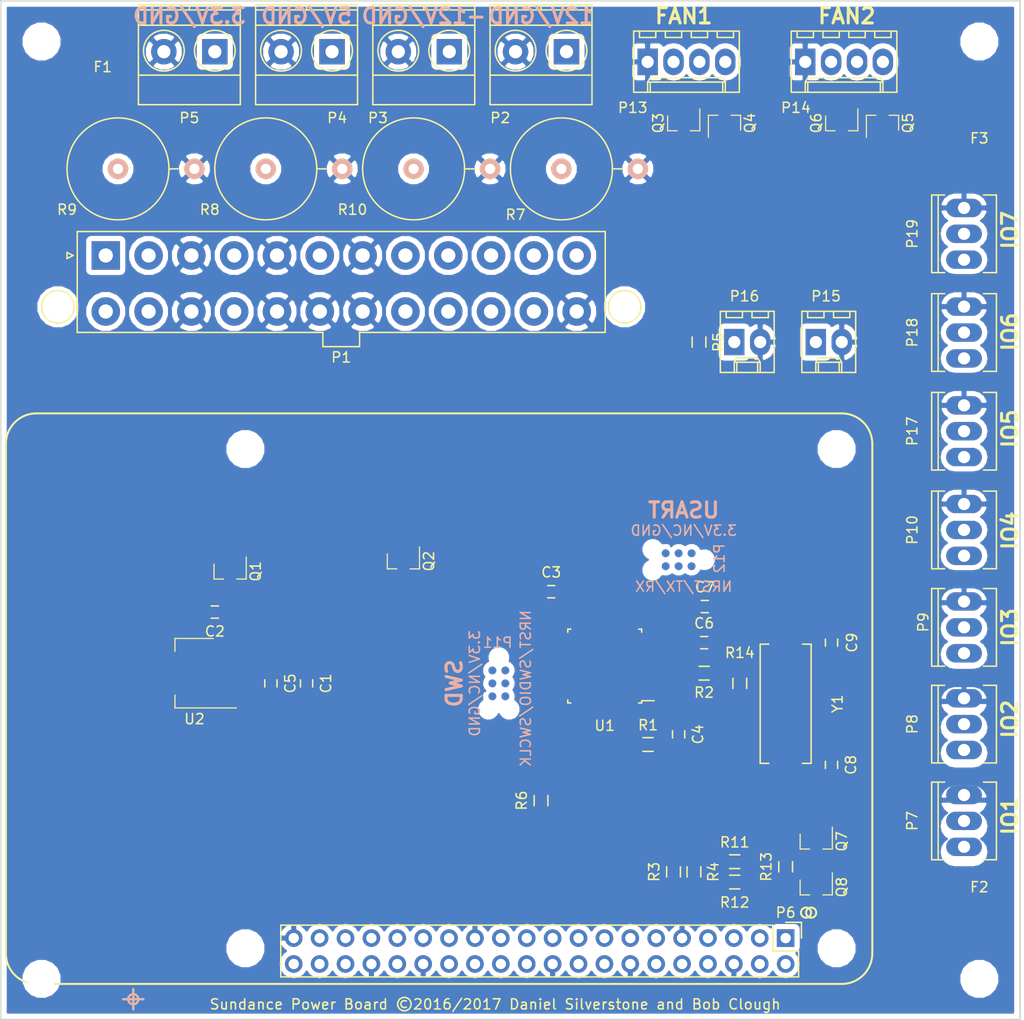
<source format=kicad_pcb>
(kicad_pcb (version 20160815) (host pcbnew "(2016-12-22 revision d365dc5)-master")

  (general
    (links 146)
    (no_connects 112)
    (area 99.924999 49.924999 200.075001 150.075001)
    (thickness 1.6)
    (drawings 40)
    (tracks 0)
    (zones 0)
    (modules 65)
    (nets 49)
  )

  (page A4)
  (layers
    (0 F.Cu signal)
    (31 B.Cu signal)
    (32 B.Adhes user)
    (33 F.Adhes user)
    (34 B.Paste user)
    (35 F.Paste user)
    (36 B.SilkS user)
    (37 F.SilkS user)
    (38 B.Mask user)
    (39 F.Mask user)
    (40 Dwgs.User user)
    (41 Cmts.User user)
    (42 Eco1.User user)
    (43 Eco2.User user)
    (44 Edge.Cuts user)
    (45 Margin user)
    (46 B.CrtYd user)
    (47 F.CrtYd user)
    (48 B.Fab user hide)
    (49 F.Fab user hide)
  )

  (setup
    (last_trace_width 0.25)
    (trace_clearance 0.2)
    (zone_clearance 0.508)
    (zone_45_only no)
    (trace_min 0.2)
    (segment_width 0.2)
    (edge_width 0.15)
    (via_size 0.8)
    (via_drill 0.4)
    (via_min_size 0.4)
    (via_min_drill 0.3)
    (uvia_size 0.3)
    (uvia_drill 0.1)
    (uvias_allowed no)
    (uvia_min_size 0.2)
    (uvia_min_drill 0.1)
    (pcb_text_width 0.3)
    (pcb_text_size 1.5 1.5)
    (mod_edge_width 0.15)
    (mod_text_size 1 1)
    (mod_text_width 0.15)
    (pad_size 1.524 1.524)
    (pad_drill 0.762)
    (pad_to_mask_clearance 0.3)
    (aux_axis_origin 0 0)
    (grid_origin 100 150)
    (visible_elements FFFFFF7F)
    (pcbplotparams
      (layerselection 0x00030_ffffffff)
      (usegerberextensions false)
      (excludeedgelayer true)
      (linewidth 0.100000)
      (plotframeref false)
      (viasonmask false)
      (mode 1)
      (useauxorigin false)
      (hpglpennumber 1)
      (hpglpenspeed 20)
      (hpglpendiameter 15)
      (psnegative false)
      (psa4output false)
      (plotreference true)
      (plotvalue true)
      (plotinvisibletext false)
      (padsonsilk false)
      (subtractmaskfromsilk false)
      (outputformat 1)
      (mirror false)
      (drillshape 1)
      (scaleselection 1)
      (outputdirectory ""))
  )

  (net 0 "")
  (net 1 GND)
  (net 2 +5V)
  (net 3 +3V3)
  (net 4 +12V)
  (net 5 -12VA)
  (net 6 /power/ATX_PS_ON)
  (net 7 /power/ATX_PG)
  (net 8 +5V_PI)
  (net 9 /microcontroller/~NRST~)
  (net 10 /microcontroller/SWCLK)
  (net 11 /microcontroller/SWDIO)
  (net 12 +3V3_STM)
  (net 13 /microcontroller/BOOT0)
  (net 14 /microcontroller/SER_TX)
  (net 15 /microcontroller/SER_RX)
  (net 16 +5V_SBY)
  (net 17 /SCL)
  (net 18 /SDA)
  (net 19 /microcontroller/SCL_MCU)
  (net 20 /microcontroller/SDA_MCU)
  (net 21 /microcontroller/PWM_CTRL1)
  (net 22 /microcontroller/TACH1)
  (net 23 /microcontroller/PWM_CTRL2)
  (net 24 /microcontroller/TACH2)
  (net 25 /microcontroller/TIM1_CH1)
  (net 26 /microcontroller/TIM1_CH2)
  (net 27 /microcontroller/TIM3_CH2)
  (net 28 /microcontroller/TIM3_CH1)
  (net 29 /microcontroller/IO1)
  (net 30 /microcontroller/IO2)
  (net 31 /microcontroller/IO3)
  (net 32 /microcontroller/IO4)
  (net 33 /microcontroller/PWR_SW)
  (net 34 /microcontroller/LED_f)
  (net 35 /microcontroller/LED)
  (net 36 /WAKEUP_PI)
  (net 37 /microcontroller/IO5)
  (net 38 /microcontroller/IO6)
  (net 39 /microcontroller/IO7)
  (net 40 /ATX_PWR_ENABLE)
  (net 41 /~ATX_PWR_GOOD~)
  (net 42 "Net-(R6-Pad2)")
  (net 43 /PWR_EN_PI)
  (net 44 /pi_interface/5V_PI_EN_f)
  (net 45 /pi_interface/5V_PI_IN)
  (net 46 /microcontroller/OSC_IN)
  (net 47 /microcontroller/OSC_OUT_f)
  (net 48 /microcontroller/OSC_OUT)

  (net_class Default "This is the default net class."
    (clearance 0.2)
    (trace_width 0.25)
    (via_dia 0.8)
    (via_drill 0.4)
    (uvia_dia 0.3)
    (uvia_drill 0.1)
    (diff_pair_gap 0.25)
    (diff_pair_width 0.2)
    (add_net +12V)
    (add_net +3V3)
    (add_net +3V3_STM)
    (add_net +5V)
    (add_net +5V_PI)
    (add_net +5V_SBY)
    (add_net -12VA)
    (add_net /ATX_PWR_ENABLE)
    (add_net /PWR_EN_PI)
    (add_net /SCL)
    (add_net /SDA)
    (add_net /WAKEUP_PI)
    (add_net /microcontroller/BOOT0)
    (add_net /microcontroller/IO1)
    (add_net /microcontroller/IO2)
    (add_net /microcontroller/IO3)
    (add_net /microcontroller/IO4)
    (add_net /microcontroller/IO5)
    (add_net /microcontroller/IO6)
    (add_net /microcontroller/IO7)
    (add_net /microcontroller/LED)
    (add_net /microcontroller/LED_f)
    (add_net /microcontroller/OSC_IN)
    (add_net /microcontroller/OSC_OUT)
    (add_net /microcontroller/OSC_OUT_f)
    (add_net /microcontroller/PWM_CTRL1)
    (add_net /microcontroller/PWM_CTRL2)
    (add_net /microcontroller/PWR_SW)
    (add_net /microcontroller/SCL_MCU)
    (add_net /microcontroller/SDA_MCU)
    (add_net /microcontroller/SER_RX)
    (add_net /microcontroller/SER_TX)
    (add_net /microcontroller/SWCLK)
    (add_net /microcontroller/SWDIO)
    (add_net /microcontroller/TACH1)
    (add_net /microcontroller/TACH2)
    (add_net /microcontroller/TIM1_CH1)
    (add_net /microcontroller/TIM1_CH2)
    (add_net /microcontroller/TIM3_CH1)
    (add_net /microcontroller/TIM3_CH2)
    (add_net /microcontroller/~NRST~)
    (add_net /pi_interface/5V_PI_EN_f)
    (add_net /pi_interface/5V_PI_IN)
    (add_net /power/ATX_PG)
    (add_net /power/ATX_PS_ON)
    (add_net /~ATX_PWR_GOOD~)
    (add_net GND)
    (add_net "Net-(R6-Pad2)")
  )

  (module Connectors_Terminal_Blocks:TerminalBlock_Pheonix_MKDS1.5-2pol (layer F.Cu) (tedit 563007E4) (tstamp 58628CE2)
    (at 155.5 55 180)
    (descr "2-way 5mm pitch terminal block, Phoenix MKDS series")
    (path /58626E2D/58627C6C)
    (fp_text reference P2 (at 6.5 -6.5 180) (layer F.SilkS)
      (effects (font (size 1 1) (thickness 0.15)))
    )
    (fp_text value CONN_01X02 (at 2.5 -6.6 180) (layer F.Fab)
      (effects (font (size 1 1) (thickness 0.15)))
    )
    (fp_line (start -2.5 -5.2) (end -2.5 4.6) (layer F.SilkS) (width 0.15))
    (fp_line (start 7.5 -5.2) (end -2.5 -5.2) (layer F.SilkS) (width 0.15))
    (fp_line (start 7.5 4.6) (end 7.5 -5.2) (layer F.SilkS) (width 0.15))
    (fp_line (start -2.5 4.6) (end 7.5 4.6) (layer F.SilkS) (width 0.15))
    (fp_line (start -2.5 4.1) (end 7.5 4.1) (layer F.SilkS) (width 0.15))
    (fp_line (start -2.5 -2.3) (end 7.5 -2.3) (layer F.SilkS) (width 0.15))
    (fp_line (start -2.5 2.6) (end 7.5 2.6) (layer F.SilkS) (width 0.15))
    (fp_circle (center 0 0.1) (end 2 0.1) (layer F.SilkS) (width 0.15))
    (fp_circle (center 5 0.1) (end 3 0.1) (layer F.SilkS) (width 0.15))
    (fp_line (start 2.5 4.1) (end 2.5 4.6) (layer F.SilkS) (width 0.15))
    (fp_line (start 7.7 -5.4) (end 7.7 4.8) (layer F.CrtYd) (width 0.05))
    (fp_line (start 7.7 4.8) (end -2.7 4.8) (layer F.CrtYd) (width 0.05))
    (fp_line (start -2.7 4.8) (end -2.7 -5.4) (layer F.CrtYd) (width 0.05))
    (fp_line (start -2.7 -5.4) (end 7.7 -5.4) (layer F.CrtYd) (width 0.05))
    (pad 2 thru_hole circle (at 5 0 180) (size 2.5 2.5) (drill 1.3) (layers *.Cu *.Mask)
      (net 1 GND))
    (pad 1 thru_hole rect (at 0 0 180) (size 2.5 2.5) (drill 1.3) (layers *.Cu *.Mask)
      (net 4 +12V))
    (model Terminal_Blocks.3dshapes/TerminalBlock_Pheonix_MKDS1.5-2pol.wrl
      (at (xyz 0.0984 0 0))
      (scale (xyz 1 1 1))
      (rotate (xyz 0 0 0))
    )
  )

  (module Connectors_Terminal_Blocks:TerminalBlock_Pheonix_MKDS1.5-2pol (layer F.Cu) (tedit 563007E4) (tstamp 58628CF6)
    (at 144 55 180)
    (descr "2-way 5mm pitch terminal block, Phoenix MKDS series")
    (path /58626E2D/58627F29)
    (fp_text reference P3 (at 7 -6.5 180) (layer F.SilkS)
      (effects (font (size 1 1) (thickness 0.15)))
    )
    (fp_text value CONN_01X02 (at 2.5 -6.6 180) (layer F.Fab)
      (effects (font (size 1 1) (thickness 0.15)))
    )
    (fp_line (start -2.7 -5.4) (end 7.7 -5.4) (layer F.CrtYd) (width 0.05))
    (fp_line (start -2.7 4.8) (end -2.7 -5.4) (layer F.CrtYd) (width 0.05))
    (fp_line (start 7.7 4.8) (end -2.7 4.8) (layer F.CrtYd) (width 0.05))
    (fp_line (start 7.7 -5.4) (end 7.7 4.8) (layer F.CrtYd) (width 0.05))
    (fp_line (start 2.5 4.1) (end 2.5 4.6) (layer F.SilkS) (width 0.15))
    (fp_circle (center 5 0.1) (end 3 0.1) (layer F.SilkS) (width 0.15))
    (fp_circle (center 0 0.1) (end 2 0.1) (layer F.SilkS) (width 0.15))
    (fp_line (start -2.5 2.6) (end 7.5 2.6) (layer F.SilkS) (width 0.15))
    (fp_line (start -2.5 -2.3) (end 7.5 -2.3) (layer F.SilkS) (width 0.15))
    (fp_line (start -2.5 4.1) (end 7.5 4.1) (layer F.SilkS) (width 0.15))
    (fp_line (start -2.5 4.6) (end 7.5 4.6) (layer F.SilkS) (width 0.15))
    (fp_line (start 7.5 4.6) (end 7.5 -5.2) (layer F.SilkS) (width 0.15))
    (fp_line (start 7.5 -5.2) (end -2.5 -5.2) (layer F.SilkS) (width 0.15))
    (fp_line (start -2.5 -5.2) (end -2.5 4.6) (layer F.SilkS) (width 0.15))
    (pad 1 thru_hole rect (at 0 0 180) (size 2.5 2.5) (drill 1.3) (layers *.Cu *.Mask)
      (net 5 -12VA))
    (pad 2 thru_hole circle (at 5 0 180) (size 2.5 2.5) (drill 1.3) (layers *.Cu *.Mask)
      (net 1 GND))
    (model Terminal_Blocks.3dshapes/TerminalBlock_Pheonix_MKDS1.5-2pol.wrl
      (at (xyz 0.0984 0 0))
      (scale (xyz 1 1 1))
      (rotate (xyz 0 0 0))
    )
  )

  (module Connectors_Terminal_Blocks:TerminalBlock_Pheonix_MKDS1.5-2pol (layer F.Cu) (tedit 563007E4) (tstamp 58628D0A)
    (at 132.5 55 180)
    (descr "2-way 5mm pitch terminal block, Phoenix MKDS series")
    (path /58626E2D/58627F4D)
    (fp_text reference P4 (at -0.5 -6.5 180) (layer F.SilkS)
      (effects (font (size 1 1) (thickness 0.15)))
    )
    (fp_text value CONN_01X02 (at 2.5 -6.6 180) (layer F.Fab)
      (effects (font (size 1 1) (thickness 0.15)))
    )
    (fp_line (start -2.5 -5.2) (end -2.5 4.6) (layer F.SilkS) (width 0.15))
    (fp_line (start 7.5 -5.2) (end -2.5 -5.2) (layer F.SilkS) (width 0.15))
    (fp_line (start 7.5 4.6) (end 7.5 -5.2) (layer F.SilkS) (width 0.15))
    (fp_line (start -2.5 4.6) (end 7.5 4.6) (layer F.SilkS) (width 0.15))
    (fp_line (start -2.5 4.1) (end 7.5 4.1) (layer F.SilkS) (width 0.15))
    (fp_line (start -2.5 -2.3) (end 7.5 -2.3) (layer F.SilkS) (width 0.15))
    (fp_line (start -2.5 2.6) (end 7.5 2.6) (layer F.SilkS) (width 0.15))
    (fp_circle (center 0 0.1) (end 2 0.1) (layer F.SilkS) (width 0.15))
    (fp_circle (center 5 0.1) (end 3 0.1) (layer F.SilkS) (width 0.15))
    (fp_line (start 2.5 4.1) (end 2.5 4.6) (layer F.SilkS) (width 0.15))
    (fp_line (start 7.7 -5.4) (end 7.7 4.8) (layer F.CrtYd) (width 0.05))
    (fp_line (start 7.7 4.8) (end -2.7 4.8) (layer F.CrtYd) (width 0.05))
    (fp_line (start -2.7 4.8) (end -2.7 -5.4) (layer F.CrtYd) (width 0.05))
    (fp_line (start -2.7 -5.4) (end 7.7 -5.4) (layer F.CrtYd) (width 0.05))
    (pad 2 thru_hole circle (at 5 0 180) (size 2.5 2.5) (drill 1.3) (layers *.Cu *.Mask)
      (net 1 GND))
    (pad 1 thru_hole rect (at 0 0 180) (size 2.5 2.5) (drill 1.3) (layers *.Cu *.Mask)
      (net 2 +5V))
    (model Terminal_Blocks.3dshapes/TerminalBlock_Pheonix_MKDS1.5-2pol.wrl
      (at (xyz 0.0984 0 0))
      (scale (xyz 1 1 1))
      (rotate (xyz 0 0 0))
    )
  )

  (module Connectors_Terminal_Blocks:TerminalBlock_Pheonix_MKDS1.5-2pol (layer F.Cu) (tedit 563007E4) (tstamp 58628D1E)
    (at 121 55 180)
    (descr "2-way 5mm pitch terminal block, Phoenix MKDS series")
    (path /58626E2D/58627F71)
    (fp_text reference P5 (at 2.5 -6.5 180) (layer F.SilkS)
      (effects (font (size 1 1) (thickness 0.15)))
    )
    (fp_text value CONN_01X02 (at 2.5 -6.6 180) (layer F.Fab)
      (effects (font (size 1 1) (thickness 0.15)))
    )
    (fp_line (start -2.7 -5.4) (end 7.7 -5.4) (layer F.CrtYd) (width 0.05))
    (fp_line (start -2.7 4.8) (end -2.7 -5.4) (layer F.CrtYd) (width 0.05))
    (fp_line (start 7.7 4.8) (end -2.7 4.8) (layer F.CrtYd) (width 0.05))
    (fp_line (start 7.7 -5.4) (end 7.7 4.8) (layer F.CrtYd) (width 0.05))
    (fp_line (start 2.5 4.1) (end 2.5 4.6) (layer F.SilkS) (width 0.15))
    (fp_circle (center 5 0.1) (end 3 0.1) (layer F.SilkS) (width 0.15))
    (fp_circle (center 0 0.1) (end 2 0.1) (layer F.SilkS) (width 0.15))
    (fp_line (start -2.5 2.6) (end 7.5 2.6) (layer F.SilkS) (width 0.15))
    (fp_line (start -2.5 -2.3) (end 7.5 -2.3) (layer F.SilkS) (width 0.15))
    (fp_line (start -2.5 4.1) (end 7.5 4.1) (layer F.SilkS) (width 0.15))
    (fp_line (start -2.5 4.6) (end 7.5 4.6) (layer F.SilkS) (width 0.15))
    (fp_line (start 7.5 4.6) (end 7.5 -5.2) (layer F.SilkS) (width 0.15))
    (fp_line (start 7.5 -5.2) (end -2.5 -5.2) (layer F.SilkS) (width 0.15))
    (fp_line (start -2.5 -5.2) (end -2.5 4.6) (layer F.SilkS) (width 0.15))
    (pad 1 thru_hole rect (at 0 0 180) (size 2.5 2.5) (drill 1.3) (layers *.Cu *.Mask)
      (net 3 +3V3))
    (pad 2 thru_hole circle (at 5 0 180) (size 2.5 2.5) (drill 1.3) (layers *.Cu *.Mask)
      (net 1 GND))
    (model Terminal_Blocks.3dshapes/TerminalBlock_Pheonix_MKDS1.5-2pol.wrl
      (at (xyz 0.0984 0 0))
      (scale (xyz 1 1 1))
      (rotate (xyz 0 0 0))
    )
  )

  (module TO_SOT_Packages_SMD:SOT-23 (layer F.Cu) (tedit 58628581) (tstamp 5862C2A0)
    (at 122.5 106 270)
    (descr "SOT-23, Standard")
    (tags SOT-23)
    (path /58626E2D/58628A63)
    (attr smd)
    (fp_text reference Q1 (at 0 -2.5 270) (layer F.SilkS)
      (effects (font (size 1 1) (thickness 0.15)))
    )
    (fp_text value Q_NMOS_GSD (at 0 2.5 270) (layer F.Fab) hide
      (effects (font (size 1 1) (thickness 0.15)))
    )
    (fp_line (start 0.76 1.58) (end -0.7 1.58) (layer F.SilkS) (width 0.12))
    (fp_line (start -0.7 -1.52) (end -0.7 1.52) (layer F.Fab) (width 0.15))
    (fp_line (start -0.7 -1.52) (end 0.7 -1.52) (layer F.Fab) (width 0.15))
    (fp_line (start 0.76 -1.58) (end -1.4 -1.58) (layer F.SilkS) (width 0.12))
    (fp_line (start -1.7 1.75) (end -1.7 -1.75) (layer F.CrtYd) (width 0.05))
    (fp_line (start 1.7 1.75) (end -1.7 1.75) (layer F.CrtYd) (width 0.05))
    (fp_line (start 1.7 -1.75) (end 1.7 1.75) (layer F.CrtYd) (width 0.05))
    (fp_line (start -1.7 -1.75) (end 1.7 -1.75) (layer F.CrtYd) (width 0.05))
    (fp_line (start -0.7 1.52) (end 0.7 1.52) (layer F.Fab) (width 0.15))
    (fp_line (start 0.7 -1.52) (end 0.7 1.52) (layer F.Fab) (width 0.15))
    (fp_line (start 0.76 -1.58) (end 0.76 -0.65) (layer F.SilkS) (width 0.12))
    (fp_line (start 0.76 1.58) (end 0.76 0.65) (layer F.SilkS) (width 0.12))
    (pad 3 smd rect (at 1 0 270) (size 0.9 0.8) (layers F.Cu F.Paste F.Mask)
      (net 6 /power/ATX_PS_ON))
    (pad 2 smd rect (at -1 0.95 270) (size 0.9 0.8) (layers F.Cu F.Paste F.Mask)
      (net 1 GND))
    (pad 1 smd rect (at -1 -0.95 270) (size 0.9 0.8) (layers F.Cu F.Paste F.Mask)
      (net 40 /ATX_PWR_ENABLE))
    (model TO_SOT_Packages_SMD.3dshapes/SOT-23.wrl
      (at (xyz 0 0 0))
      (scale (xyz 1 1 1))
      (rotate (xyz 0 0 90))
    )
  )

  (module TO_SOT_Packages_SMD:SOT-23 (layer F.Cu) (tedit 58628585) (tstamp 5862C2B3)
    (at 139.5 105 270)
    (descr "SOT-23, Standard")
    (tags SOT-23)
    (path /58626E2D/586297C6)
    (attr smd)
    (fp_text reference Q2 (at 0 -2.5 270) (layer F.SilkS)
      (effects (font (size 1 1) (thickness 0.15)))
    )
    (fp_text value Q_NMOS_GSD (at 0 2.5 270) (layer F.Fab) hide
      (effects (font (size 1 1) (thickness 0.15)))
    )
    (fp_line (start 0.76 1.58) (end 0.76 0.65) (layer F.SilkS) (width 0.12))
    (fp_line (start 0.76 -1.58) (end 0.76 -0.65) (layer F.SilkS) (width 0.12))
    (fp_line (start 0.7 -1.52) (end 0.7 1.52) (layer F.Fab) (width 0.15))
    (fp_line (start -0.7 1.52) (end 0.7 1.52) (layer F.Fab) (width 0.15))
    (fp_line (start -1.7 -1.75) (end 1.7 -1.75) (layer F.CrtYd) (width 0.05))
    (fp_line (start 1.7 -1.75) (end 1.7 1.75) (layer F.CrtYd) (width 0.05))
    (fp_line (start 1.7 1.75) (end -1.7 1.75) (layer F.CrtYd) (width 0.05))
    (fp_line (start -1.7 1.75) (end -1.7 -1.75) (layer F.CrtYd) (width 0.05))
    (fp_line (start 0.76 -1.58) (end -1.4 -1.58) (layer F.SilkS) (width 0.12))
    (fp_line (start -0.7 -1.52) (end 0.7 -1.52) (layer F.Fab) (width 0.15))
    (fp_line (start -0.7 -1.52) (end -0.7 1.52) (layer F.Fab) (width 0.15))
    (fp_line (start 0.76 1.58) (end -0.7 1.58) (layer F.SilkS) (width 0.12))
    (pad 1 smd rect (at -1 -0.95 270) (size 0.9 0.8) (layers F.Cu F.Paste F.Mask)
      (net 7 /power/ATX_PG))
    (pad 2 smd rect (at -1 0.95 270) (size 0.9 0.8) (layers F.Cu F.Paste F.Mask)
      (net 1 GND))
    (pad 3 smd rect (at 1 0 270) (size 0.9 0.8) (layers F.Cu F.Paste F.Mask)
      (net 41 /~ATX_PWR_GOOD~))
    (model TO_SOT_Packages_SMD.3dshapes/SOT-23.wrl
      (at (xyz 0 0 0))
      (scale (xyz 1 1 1))
      (rotate (xyz 0 0 90))
    )
  )

  (module Mounting_Holes:MountingHole_2.7mm_M2.5 (layer F.Cu) (tedit 5862BFEB) (tstamp 5862FD12)
    (at 124 143)
    (descr "Mounting Hole 2.7mm, no annular, M2.5")
    (tags "mounting hole 2.7mm no annular m2.5")
    (path /5862BDE3/5862BECA)
    (fp_text reference H1 (at 0 -3.7) (layer F.SilkS) hide
      (effects (font (size 1 1) (thickness 0.15)))
    )
    (fp_text value Hole (at 0 3.7) (layer F.Fab)
      (effects (font (size 1 1) (thickness 0.15)))
    )
    (fp_circle (center 0 0) (end 2.95 0) (layer F.CrtYd) (width 0.05))
    (fp_circle (center 0 0) (end 2.7 0) (layer Cmts.User) (width 0.15))
    (pad 1 np_thru_hole circle (at 0 0) (size 2.7 2.7) (drill 2.7) (layers *.Cu *.Mask))
  )

  (module Mounting_Holes:MountingHole_2.7mm_M2.5 (layer F.Cu) (tedit 5862BFF4) (tstamp 5862FD17)
    (at 124 94)
    (descr "Mounting Hole 2.7mm, no annular, M2.5")
    (tags "mounting hole 2.7mm no annular m2.5")
    (path /5862BDE3/5862BF46)
    (fp_text reference H2 (at 0 4) (layer F.SilkS) hide
      (effects (font (size 1 1) (thickness 0.15)))
    )
    (fp_text value Hole (at 0 3.7) (layer F.Fab)
      (effects (font (size 1 1) (thickness 0.15)))
    )
    (fp_circle (center 0 0) (end 2.7 0) (layer Cmts.User) (width 0.15))
    (fp_circle (center 0 0) (end 2.95 0) (layer F.CrtYd) (width 0.05))
    (pad 1 np_thru_hole circle (at 0 0) (size 2.7 2.7) (drill 2.7) (layers *.Cu *.Mask))
  )

  (module Mounting_Holes:MountingHole_2.7mm_M2.5 (layer F.Cu) (tedit 5862BFF9) (tstamp 5862FD1C)
    (at 182 94)
    (descr "Mounting Hole 2.7mm, no annular, M2.5")
    (tags "mounting hole 2.7mm no annular m2.5")
    (path /5862BDE3/5862BEFB)
    (fp_text reference H3 (at 0 4) (layer F.SilkS) hide
      (effects (font (size 1 1) (thickness 0.15)))
    )
    (fp_text value Hole (at 0 3.7) (layer F.Fab)
      (effects (font (size 1 1) (thickness 0.15)))
    )
    (fp_circle (center 0 0) (end 2.7 0) (layer Cmts.User) (width 0.15))
    (fp_circle (center 0 0) (end 2.95 0) (layer F.CrtYd) (width 0.05))
    (pad 1 np_thru_hole circle (at 0 0) (size 2.7 2.7) (drill 2.7) (layers *.Cu *.Mask))
  )

  (module Mounting_Holes:MountingHole_2.7mm_M2.5 (layer F.Cu) (tedit 5862BFE6) (tstamp 5862FD21)
    (at 182 143)
    (descr "Mounting Hole 2.7mm, no annular, M2.5")
    (tags "mounting hole 2.7mm no annular m2.5")
    (path /5862BDE3/5862BF25)
    (fp_text reference H4 (at 0 -3.7) (layer F.SilkS) hide
      (effects (font (size 1 1) (thickness 0.15)))
    )
    (fp_text value Hole (at 0 3.7) (layer F.Fab)
      (effects (font (size 1 1) (thickness 0.15)))
    )
    (fp_circle (center 0 0) (end 2.95 0) (layer F.CrtYd) (width 0.05))
    (fp_circle (center 0 0) (end 2.7 0) (layer Cmts.User) (width 0.15))
    (pad 1 np_thru_hole circle (at 0 0) (size 2.7 2.7) (drill 2.7) (layers *.Cu *.Mask))
  )

  (module Housings_QFP:LQFP-32_7x7mm_Pitch0.8mm (layer F.Cu) (tedit 54130A77) (tstamp 5862FD45)
    (at 159.25 115.3 180)
    (descr "LQFP32: plastic low profile quad flat package; 32 leads; body 7 x 7 x 1.4 mm (see NXP sot358-1_po.pdf and sot358-1_fr.pdf)")
    (tags "QFP 0.8")
    (path /5862ABDB/5862AC98)
    (attr smd)
    (fp_text reference U1 (at 0 -5.85 180) (layer F.SilkS)
      (effects (font (size 1 1) (thickness 0.15)))
    )
    (fp_text value STM32F030K6 (at 0 5.85 180) (layer F.Fab)
      (effects (font (size 1 1) (thickness 0.15)))
    )
    (fp_line (start -3.625 -3.4) (end -4.85 -3.4) (layer F.SilkS) (width 0.15))
    (fp_line (start 3.625 -3.625) (end 3.325 -3.625) (layer F.SilkS) (width 0.15))
    (fp_line (start 3.625 3.625) (end 3.325 3.625) (layer F.SilkS) (width 0.15))
    (fp_line (start -3.625 3.625) (end -3.325 3.625) (layer F.SilkS) (width 0.15))
    (fp_line (start -3.625 -3.625) (end -3.325 -3.625) (layer F.SilkS) (width 0.15))
    (fp_line (start -3.625 3.625) (end -3.625 3.325) (layer F.SilkS) (width 0.15))
    (fp_line (start 3.625 3.625) (end 3.625 3.325) (layer F.SilkS) (width 0.15))
    (fp_line (start 3.625 -3.625) (end 3.625 -3.325) (layer F.SilkS) (width 0.15))
    (fp_line (start -3.625 -3.625) (end -3.625 -3.4) (layer F.SilkS) (width 0.15))
    (fp_line (start -5.1 5.1) (end 5.1 5.1) (layer F.CrtYd) (width 0.05))
    (fp_line (start -5.1 -5.1) (end 5.1 -5.1) (layer F.CrtYd) (width 0.05))
    (fp_line (start 5.1 -5.1) (end 5.1 5.1) (layer F.CrtYd) (width 0.05))
    (fp_line (start -5.1 -5.1) (end -5.1 5.1) (layer F.CrtYd) (width 0.05))
    (fp_line (start -3.5 -2.5) (end -2.5 -3.5) (layer F.Fab) (width 0.15))
    (fp_line (start -3.5 3.5) (end -3.5 -2.5) (layer F.Fab) (width 0.15))
    (fp_line (start 3.5 3.5) (end -3.5 3.5) (layer F.Fab) (width 0.15))
    (fp_line (start 3.5 -3.5) (end 3.5 3.5) (layer F.Fab) (width 0.15))
    (fp_line (start -2.5 -3.5) (end 3.5 -3.5) (layer F.Fab) (width 0.15))
    (fp_text user %R (at -0.280687 -5.754853 180) (layer F.Fab)
      (effects (font (size 1 1) (thickness 0.15)))
    )
    (pad 32 smd rect (at -2.8 -4.25 270) (size 1.2 0.6) (layers F.Cu F.Paste F.Mask)
      (net 1 GND))
    (pad 31 smd rect (at -2 -4.25 270) (size 1.2 0.6) (layers F.Cu F.Paste F.Mask)
      (net 13 /microcontroller/BOOT0))
    (pad 30 smd rect (at -1.2 -4.25 270) (size 1.2 0.6) (layers F.Cu F.Paste F.Mask)
      (net 20 /microcontroller/SDA_MCU))
    (pad 29 smd rect (at -0.4 -4.25 270) (size 1.2 0.6) (layers F.Cu F.Paste F.Mask)
      (net 19 /microcontroller/SCL_MCU))
    (pad 28 smd rect (at 0.4 -4.25 270) (size 1.2 0.6) (layers F.Cu F.Paste F.Mask)
      (net 39 /microcontroller/IO7))
    (pad 27 smd rect (at 1.2 -4.25 270) (size 1.2 0.6) (layers F.Cu F.Paste F.Mask)
      (net 38 /microcontroller/IO6))
    (pad 26 smd rect (at 2 -4.25 270) (size 1.2 0.6) (layers F.Cu F.Paste F.Mask)
      (net 37 /microcontroller/IO5))
    (pad 25 smd rect (at 2.8 -4.25 270) (size 1.2 0.6) (layers F.Cu F.Paste F.Mask)
      (net 32 /microcontroller/IO4))
    (pad 24 smd rect (at 4.25 -2.8 180) (size 1.2 0.6) (layers F.Cu F.Paste F.Mask)
      (net 10 /microcontroller/SWCLK))
    (pad 23 smd rect (at 4.25 -2 180) (size 1.2 0.6) (layers F.Cu F.Paste F.Mask)
      (net 11 /microcontroller/SWDIO))
    (pad 22 smd rect (at 4.25 -1.2 180) (size 1.2 0.6) (layers F.Cu F.Paste F.Mask)
      (net 31 /microcontroller/IO3))
    (pad 21 smd rect (at 4.25 -0.4 180) (size 1.2 0.6) (layers F.Cu F.Paste F.Mask)
      (net 30 /microcontroller/IO2))
    (pad 20 smd rect (at 4.25 0.4 180) (size 1.2 0.6) (layers F.Cu F.Paste F.Mask)
      (net 29 /microcontroller/IO1))
    (pad 19 smd rect (at 4.25 1.2 180) (size 1.2 0.6) (layers F.Cu F.Paste F.Mask)
      (net 26 /microcontroller/TIM1_CH2))
    (pad 18 smd rect (at 4.25 2 180) (size 1.2 0.6) (layers F.Cu F.Paste F.Mask)
      (net 25 /microcontroller/TIM1_CH1))
    (pad 17 smd rect (at 4.25 2.8 180) (size 1.2 0.6) (layers F.Cu F.Paste F.Mask)
      (net 12 +3V3_STM))
    (pad 16 smd rect (at 2.8 4.25 270) (size 1.2 0.6) (layers F.Cu F.Paste F.Mask)
      (net 1 GND))
    (pad 15 smd rect (at 2 4.25 270) (size 1.2 0.6) (layers F.Cu F.Paste F.Mask)
      (net 43 /PWR_EN_PI))
    (pad 14 smd rect (at 1.2 4.25 270) (size 1.2 0.6) (layers F.Cu F.Paste F.Mask)
      (net 42 "Net-(R6-Pad2)"))
    (pad 13 smd rect (at 0.4 4.25 270) (size 1.2 0.6) (layers F.Cu F.Paste F.Mask)
      (net 27 /microcontroller/TIM3_CH2))
    (pad 12 smd rect (at -0.4 4.25 270) (size 1.2 0.6) (layers F.Cu F.Paste F.Mask)
      (net 28 /microcontroller/TIM3_CH1))
    (pad 11 smd rect (at -1.2 4.25 270) (size 1.2 0.6) (layers F.Cu F.Paste F.Mask)
      (net 35 /microcontroller/LED))
    (pad 10 smd rect (at -2 4.25 270) (size 1.2 0.6) (layers F.Cu F.Paste F.Mask)
      (net 33 /microcontroller/PWR_SW))
    (pad 9 smd rect (at -2.8 4.25 270) (size 1.2 0.6) (layers F.Cu F.Paste F.Mask)
      (net 15 /microcontroller/SER_RX))
    (pad 8 smd rect (at -4.25 2.8 180) (size 1.2 0.6) (layers F.Cu F.Paste F.Mask)
      (net 14 /microcontroller/SER_TX))
    (pad 7 smd rect (at -4.25 2 180) (size 1.2 0.6) (layers F.Cu F.Paste F.Mask)
      (net 41 /~ATX_PWR_GOOD~))
    (pad 6 smd rect (at -4.25 1.2 180) (size 1.2 0.6) (layers F.Cu F.Paste F.Mask)
      (net 40 /ATX_PWR_ENABLE))
    (pad 5 smd rect (at -4.25 0.4 180) (size 1.2 0.6) (layers F.Cu F.Paste F.Mask)
      (net 12 +3V3_STM))
    (pad 4 smd rect (at -4.25 -0.4 180) (size 1.2 0.6) (layers F.Cu F.Paste F.Mask)
      (net 9 /microcontroller/~NRST~))
    (pad 3 smd rect (at -4.25 -1.2 180) (size 1.2 0.6) (layers F.Cu F.Paste F.Mask)
      (net 48 /microcontroller/OSC_OUT))
    (pad 2 smd rect (at -4.25 -2 180) (size 1.2 0.6) (layers F.Cu F.Paste F.Mask)
      (net 46 /microcontroller/OSC_IN))
    (pad 1 smd rect (at -4.25 -2.8 180) (size 1.2 0.6) (layers F.Cu F.Paste F.Mask)
      (net 12 +3V3_STM))
    (model Housings_QFP.3dshapes/LQFP-32_7x7mm_Pitch0.8mm.wrl
      (at (xyz 0 0 0))
      (scale (xyz 1 1 1))
      (rotate (xyz 0 0 0))
    )
  )

  (module Pin_Headers:Pin_Header_Straight_2x20 (layer F.Cu) (tedit 0) (tstamp 586304ED)
    (at 177 142 270)
    (descr "Through hole pin header")
    (tags "pin header")
    (path /5862BDE3/5862C394)
    (fp_text reference P6 (at -2.5 0) (layer F.SilkS)
      (effects (font (size 1 1) (thickness 0.15)))
    )
    (fp_text value CONN_02X20 (at 0 -3.1 270) (layer F.Fab)
      (effects (font (size 1 1) (thickness 0.15)))
    )
    (fp_line (start -1.55 -1.55) (end -1.55 0) (layer F.SilkS) (width 0.15))
    (fp_line (start 1.27 1.27) (end -1.27 1.27) (layer F.SilkS) (width 0.15))
    (fp_line (start 1.27 -1.27) (end 1.27 1.27) (layer F.SilkS) (width 0.15))
    (fp_line (start 0 -1.55) (end -1.55 -1.55) (layer F.SilkS) (width 0.15))
    (fp_line (start 3.81 -1.27) (end 1.27 -1.27) (layer F.SilkS) (width 0.15))
    (fp_line (start 3.81 49.53) (end -1.27 49.53) (layer F.SilkS) (width 0.15))
    (fp_line (start -1.27 1.27) (end -1.27 49.53) (layer F.SilkS) (width 0.15))
    (fp_line (start 3.81 49.53) (end 3.81 -1.27) (layer F.SilkS) (width 0.15))
    (fp_line (start -1.75 50.05) (end 4.3 50.05) (layer F.CrtYd) (width 0.05))
    (fp_line (start -1.75 -1.75) (end 4.3 -1.75) (layer F.CrtYd) (width 0.05))
    (fp_line (start 4.3 -1.75) (end 4.3 50.05) (layer F.CrtYd) (width 0.05))
    (fp_line (start -1.75 -1.75) (end -1.75 50.05) (layer F.CrtYd) (width 0.05))
    (pad 40 thru_hole oval (at 2.54 48.26 270) (size 1.7272 1.7272) (drill 1.016) (layers *.Cu *.Mask))
    (pad 39 thru_hole oval (at 0 48.26 270) (size 1.7272 1.7272) (drill 1.016) (layers *.Cu *.Mask)
      (net 1 GND))
    (pad 38 thru_hole oval (at 2.54 45.72 270) (size 1.7272 1.7272) (drill 1.016) (layers *.Cu *.Mask))
    (pad 37 thru_hole oval (at 0 45.72 270) (size 1.7272 1.7272) (drill 1.016) (layers *.Cu *.Mask))
    (pad 36 thru_hole oval (at 2.54 43.18 270) (size 1.7272 1.7272) (drill 1.016) (layers *.Cu *.Mask))
    (pad 35 thru_hole oval (at 0 43.18 270) (size 1.7272 1.7272) (drill 1.016) (layers *.Cu *.Mask))
    (pad 34 thru_hole oval (at 2.54 40.64 270) (size 1.7272 1.7272) (drill 1.016) (layers *.Cu *.Mask)
      (net 1 GND))
    (pad 33 thru_hole oval (at 0 40.64 270) (size 1.7272 1.7272) (drill 1.016) (layers *.Cu *.Mask))
    (pad 32 thru_hole oval (at 2.54 38.1 270) (size 1.7272 1.7272) (drill 1.016) (layers *.Cu *.Mask))
    (pad 31 thru_hole oval (at 0 38.1 270) (size 1.7272 1.7272) (drill 1.016) (layers *.Cu *.Mask))
    (pad 30 thru_hole oval (at 2.54 35.56 270) (size 1.7272 1.7272) (drill 1.016) (layers *.Cu *.Mask)
      (net 1 GND))
    (pad 29 thru_hole oval (at 0 35.56 270) (size 1.7272 1.7272) (drill 1.016) (layers *.Cu *.Mask))
    (pad 28 thru_hole oval (at 2.54 33.02 270) (size 1.7272 1.7272) (drill 1.016) (layers *.Cu *.Mask))
    (pad 27 thru_hole oval (at 0 33.02 270) (size 1.7272 1.7272) (drill 1.016) (layers *.Cu *.Mask))
    (pad 26 thru_hole oval (at 2.54 30.48 270) (size 1.7272 1.7272) (drill 1.016) (layers *.Cu *.Mask))
    (pad 25 thru_hole oval (at 0 30.48 270) (size 1.7272 1.7272) (drill 1.016) (layers *.Cu *.Mask)
      (net 1 GND))
    (pad 24 thru_hole oval (at 2.54 27.94 270) (size 1.7272 1.7272) (drill 1.016) (layers *.Cu *.Mask))
    (pad 23 thru_hole oval (at 0 27.94 270) (size 1.7272 1.7272) (drill 1.016) (layers *.Cu *.Mask))
    (pad 22 thru_hole oval (at 2.54 25.4 270) (size 1.7272 1.7272) (drill 1.016) (layers *.Cu *.Mask))
    (pad 21 thru_hole oval (at 0 25.4 270) (size 1.7272 1.7272) (drill 1.016) (layers *.Cu *.Mask))
    (pad 20 thru_hole oval (at 2.54 22.86 270) (size 1.7272 1.7272) (drill 1.016) (layers *.Cu *.Mask)
      (net 1 GND))
    (pad 19 thru_hole oval (at 0 22.86 270) (size 1.7272 1.7272) (drill 1.016) (layers *.Cu *.Mask))
    (pad 18 thru_hole oval (at 2.54 20.32 270) (size 1.7272 1.7272) (drill 1.016) (layers *.Cu *.Mask))
    (pad 17 thru_hole oval (at 0 20.32 270) (size 1.7272 1.7272) (drill 1.016) (layers *.Cu *.Mask))
    (pad 16 thru_hole oval (at 2.54 17.78 270) (size 1.7272 1.7272) (drill 1.016) (layers *.Cu *.Mask))
    (pad 15 thru_hole oval (at 0 17.78 270) (size 1.7272 1.7272) (drill 1.016) (layers *.Cu *.Mask))
    (pad 14 thru_hole oval (at 2.54 15.24 270) (size 1.7272 1.7272) (drill 1.016) (layers *.Cu *.Mask)
      (net 1 GND))
    (pad 13 thru_hole oval (at 0 15.24 270) (size 1.7272 1.7272) (drill 1.016) (layers *.Cu *.Mask))
    (pad 12 thru_hole oval (at 2.54 12.7 270) (size 1.7272 1.7272) (drill 1.016) (layers *.Cu *.Mask))
    (pad 11 thru_hole oval (at 0 12.7 270) (size 1.7272 1.7272) (drill 1.016) (layers *.Cu *.Mask)
      (net 36 /WAKEUP_PI))
    (pad 10 thru_hole oval (at 2.54 10.16 270) (size 1.7272 1.7272) (drill 1.016) (layers *.Cu *.Mask))
    (pad 9 thru_hole oval (at 0 10.16 270) (size 1.7272 1.7272) (drill 1.016) (layers *.Cu *.Mask)
      (net 1 GND))
    (pad 8 thru_hole oval (at 2.54 7.62 270) (size 1.7272 1.7272) (drill 1.016) (layers *.Cu *.Mask))
    (pad 7 thru_hole oval (at 0 7.62 270) (size 1.7272 1.7272) (drill 1.016) (layers *.Cu *.Mask))
    (pad 6 thru_hole oval (at 2.54 5.08 270) (size 1.7272 1.7272) (drill 1.016) (layers *.Cu *.Mask)
      (net 1 GND))
    (pad 5 thru_hole oval (at 0 5.08 270) (size 1.7272 1.7272) (drill 1.016) (layers *.Cu *.Mask)
      (net 17 /SCL))
    (pad 4 thru_hole oval (at 2.54 2.54 270) (size 1.7272 1.7272) (drill 1.016) (layers *.Cu *.Mask)
      (net 8 +5V_PI))
    (pad 3 thru_hole oval (at 0 2.54 270) (size 1.7272 1.7272) (drill 1.016) (layers *.Cu *.Mask)
      (net 18 /SDA))
    (pad 2 thru_hole oval (at 2.54 0 270) (size 1.7272 1.7272) (drill 1.016) (layers *.Cu *.Mask)
      (net 8 +5V_PI))
    (pad 1 thru_hole rect (at 0 0 270) (size 1.7272 1.7272) (drill 1.016) (layers *.Cu *.Mask))
    (model Pin_Headers.3dshapes/Pin_Header_Straight_2x20.wrl
      (at (xyz 0.05 -0.95 0))
      (scale (xyz 1 1 1))
      (rotate (xyz 0 0 90))
    )
  )

  (module Sockets_MOLEX_KK-System:Socket_MOLEX-KK-RM2-54mm_Lock_3pin_straight (layer F.Cu) (tedit 0) (tstamp 586321D9)
    (at 194.5 130.5 90)
    (descr "Socket, MOLEX, KK, RM 2.54mm, Lock, 3pin, straight,")
    (tags "Socket, MOLEX, KK, RM 2.54mm, Lock, 3pin, straight,")
    (path /5862ABDB/5862DF23)
    (fp_text reference P7 (at 0 -5.08 90) (layer F.SilkS)
      (effects (font (size 1 1) (thickness 0.15)))
    )
    (fp_text value CONN_01X03 (at 0 5.08 90) (layer F.Fab)
      (effects (font (size 1 1) (thickness 0.15)))
    )
    (fp_line (start -3.81 3.175) (end -3.81 1.905) (layer F.SilkS) (width 0.15))
    (fp_line (start 3.81 3.175) (end -3.81 3.175) (layer F.SilkS) (width 0.15))
    (fp_line (start 3.81 -3.175) (end 3.81 -1.905) (layer F.SilkS) (width 0.15))
    (fp_line (start -3.81 -3.175) (end 3.81 -3.175) (layer F.SilkS) (width 0.15))
    (fp_line (start -3.81 -1.905) (end -3.81 -3.175) (layer F.SilkS) (width 0.15))
    (fp_line (start 3.81 1.905) (end 3.81 3.175) (layer F.SilkS) (width 0.15))
    (fp_line (start 3.81 -2.54) (end -3.81 -2.54) (layer F.SilkS) (width 0.15))
    (pad 3 thru_hole oval (at 2.54 0 90) (size 1.80086 3.50012) (drill 1.19888) (layers *.Cu *.Mask)
      (net 1 GND))
    (pad 2 thru_hole oval (at 0 0 90) (size 1.80086 3.50012) (drill 1.19888) (layers *.Cu *.Mask)
      (net 29 /microcontroller/IO1))
    (pad 1 thru_hole oval (at -2.54 0 90) (size 1.80086 3.50012) (drill 1.19888) (layers *.Cu *.Mask)
      (net 12 +3V3_STM))
  )

  (module Sockets_MOLEX_KK-System:Socket_MOLEX-KK-RM2-54mm_Lock_3pin_straight (layer F.Cu) (tedit 0) (tstamp 5863227A)
    (at 194.5 121 90)
    (descr "Socket, MOLEX, KK, RM 2.54mm, Lock, 3pin, straight,")
    (tags "Socket, MOLEX, KK, RM 2.54mm, Lock, 3pin, straight,")
    (path /5862ABDB/5862E415)
    (fp_text reference P8 (at 0 -5.08 90) (layer F.SilkS)
      (effects (font (size 1 1) (thickness 0.15)))
    )
    (fp_text value CONN_01X03 (at 0 5.08 90) (layer F.Fab)
      (effects (font (size 1 1) (thickness 0.15)))
    )
    (fp_line (start 3.81 -2.54) (end -3.81 -2.54) (layer F.SilkS) (width 0.15))
    (fp_line (start 3.81 1.905) (end 3.81 3.175) (layer F.SilkS) (width 0.15))
    (fp_line (start -3.81 -1.905) (end -3.81 -3.175) (layer F.SilkS) (width 0.15))
    (fp_line (start -3.81 -3.175) (end 3.81 -3.175) (layer F.SilkS) (width 0.15))
    (fp_line (start 3.81 -3.175) (end 3.81 -1.905) (layer F.SilkS) (width 0.15))
    (fp_line (start 3.81 3.175) (end -3.81 3.175) (layer F.SilkS) (width 0.15))
    (fp_line (start -3.81 3.175) (end -3.81 1.905) (layer F.SilkS) (width 0.15))
    (pad 1 thru_hole oval (at -2.54 0 90) (size 1.80086 3.50012) (drill 1.19888) (layers *.Cu *.Mask)
      (net 12 +3V3_STM))
    (pad 2 thru_hole oval (at 0 0 90) (size 1.80086 3.50012) (drill 1.19888) (layers *.Cu *.Mask)
      (net 30 /microcontroller/IO2))
    (pad 3 thru_hole oval (at 2.54 0 90) (size 1.80086 3.50012) (drill 1.19888) (layers *.Cu *.Mask)
      (net 1 GND))
  )

  (module Sockets_MOLEX_KK-System:Socket_MOLEX-KK-RM2-54mm_Lock_3pin_straight (layer F.Cu) (tedit 0) (tstamp 58632281)
    (at 194.5 111.5 90)
    (descr "Socket, MOLEX, KK, RM 2.54mm, Lock, 3pin, straight,")
    (tags "Socket, MOLEX, KK, RM 2.54mm, Lock, 3pin, straight,")
    (path /5862ABDB/5862E440)
    (fp_text reference P9 (at 0.5 -4 90) (layer F.SilkS)
      (effects (font (size 1 1) (thickness 0.15)))
    )
    (fp_text value CONN_01X03 (at 0 5.08 90) (layer F.Fab)
      (effects (font (size 1 1) (thickness 0.15)))
    )
    (fp_line (start 3.81 -2.54) (end -3.81 -2.54) (layer F.SilkS) (width 0.15))
    (fp_line (start 3.81 1.905) (end 3.81 3.175) (layer F.SilkS) (width 0.15))
    (fp_line (start -3.81 -1.905) (end -3.81 -3.175) (layer F.SilkS) (width 0.15))
    (fp_line (start -3.81 -3.175) (end 3.81 -3.175) (layer F.SilkS) (width 0.15))
    (fp_line (start 3.81 -3.175) (end 3.81 -1.905) (layer F.SilkS) (width 0.15))
    (fp_line (start 3.81 3.175) (end -3.81 3.175) (layer F.SilkS) (width 0.15))
    (fp_line (start -3.81 3.175) (end -3.81 1.905) (layer F.SilkS) (width 0.15))
    (pad 1 thru_hole oval (at -2.54 0 90) (size 1.80086 3.50012) (drill 1.19888) (layers *.Cu *.Mask)
      (net 12 +3V3_STM))
    (pad 2 thru_hole oval (at 0 0 90) (size 1.80086 3.50012) (drill 1.19888) (layers *.Cu *.Mask)
      (net 31 /microcontroller/IO3))
    (pad 3 thru_hole oval (at 2.54 0 90) (size 1.80086 3.50012) (drill 1.19888) (layers *.Cu *.Mask)
      (net 1 GND))
  )

  (module Sockets_MOLEX_KK-System:Socket_MOLEX-KK-RM2-54mm_Lock_3pin_straight (layer F.Cu) (tedit 0) (tstamp 58632288)
    (at 194.5 101.937407 90)
    (descr "Socket, MOLEX, KK, RM 2.54mm, Lock, 3pin, straight,")
    (tags "Socket, MOLEX, KK, RM 2.54mm, Lock, 3pin, straight,")
    (path /5862ABDB/5862E466)
    (fp_text reference P10 (at 0 -5.08 90) (layer F.SilkS)
      (effects (font (size 1 1) (thickness 0.15)))
    )
    (fp_text value CONN_01X03 (at 0 5.08 90) (layer F.Fab)
      (effects (font (size 1 1) (thickness 0.15)))
    )
    (fp_line (start -3.81 3.175) (end -3.81 1.905) (layer F.SilkS) (width 0.15))
    (fp_line (start 3.81 3.175) (end -3.81 3.175) (layer F.SilkS) (width 0.15))
    (fp_line (start 3.81 -3.175) (end 3.81 -1.905) (layer F.SilkS) (width 0.15))
    (fp_line (start -3.81 -3.175) (end 3.81 -3.175) (layer F.SilkS) (width 0.15))
    (fp_line (start -3.81 -1.905) (end -3.81 -3.175) (layer F.SilkS) (width 0.15))
    (fp_line (start 3.81 1.905) (end 3.81 3.175) (layer F.SilkS) (width 0.15))
    (fp_line (start 3.81 -2.54) (end -3.81 -2.54) (layer F.SilkS) (width 0.15))
    (pad 3 thru_hole oval (at 2.54 0 90) (size 1.80086 3.50012) (drill 1.19888) (layers *.Cu *.Mask)
      (net 1 GND))
    (pad 2 thru_hole oval (at 0 0 90) (size 1.80086 3.50012) (drill 1.19888) (layers *.Cu *.Mask)
      (net 32 /microcontroller/IO4))
    (pad 1 thru_hole oval (at -2.54 0 90) (size 1.80086 3.50012) (drill 1.19888) (layers *.Cu *.Mask)
      (net 12 +3V3_STM))
  )

  (module footprints:TC2030-MCP-NL (layer B.Cu) (tedit 5861999A) (tstamp 58632295)
    (at 148.865 114.46 180)
    (path /5862ABDB/5862F0CB)
    (fp_text reference P11 (at 0.127 1.46 180) (layer B.SilkS)
      (effects (font (size 1 1) (thickness 0.15)) (justify mirror))
    )
    (fp_text value CONN_02X03 (at -0.254 10.541 180) (layer B.Fab)
      (effects (font (size 1 1) (thickness 0.15)) (justify mirror))
    )
    (pad "" np_thru_hole circle (at 1.016 -5.08 180) (size 0.991 0.991) (drill 0.991) (layers *.Cu *.Mask))
    (pad "" np_thru_hole circle (at -1.016 -5.08 180) (size 0.991 0.991) (drill 0.991) (layers *.Cu *.Mask))
    (pad "" np_thru_hole circle (at 0 0 180) (size 0.991 0.991) (drill 0.991) (layers *.Cu *.Mask))
    (pad 4 smd circle (at 0.635 -2.54 180) (size 0.787 0.787) (layers B.Cu B.Mask))
    (pad 6 smd circle (at 0.635 -3.81 180) (size 0.787 0.787) (layers B.Cu B.Mask)
      (net 1 GND))
    (pad 1 smd circle (at -0.635 -1.27 180) (size 0.787 0.787) (layers B.Cu B.Mask)
      (net 9 /microcontroller/~NRST~))
    (pad 5 smd circle (at -0.635 -3.81 180) (size 0.787 0.787) (layers B.Cu B.Mask)
      (net 10 /microcontroller/SWCLK))
    (pad 3 smd circle (at -0.635 -2.54 180) (size 0.787 0.787) (layers B.Cu B.Mask)
      (net 11 /microcontroller/SWDIO))
    (pad 2 smd circle (at 0.635 -1.27 180) (size 0.787 0.787) (layers B.Cu B.Mask)
      (net 12 +3V3_STM))
  )

  (module footprints:TC2030-MCP-NL (layer B.Cu) (tedit 5861999A) (tstamp 586322A2)
    (at 169.04 104.865 90)
    (path /5862ABDB/58631950)
    (fp_text reference P12 (at 0.127 1.46 90) (layer B.SilkS)
      (effects (font (size 1 1) (thickness 0.15)) (justify mirror))
    )
    (fp_text value CONN_02X03 (at -0.254 10.541 90) (layer B.Fab)
      (effects (font (size 1 1) (thickness 0.15)) (justify mirror))
    )
    (pad 2 smd circle (at 0.635 -1.27 90) (size 0.787 0.787) (layers B.Cu B.Mask)
      (net 12 +3V3_STM))
    (pad 3 smd circle (at -0.635 -2.54 90) (size 0.787 0.787) (layers B.Cu B.Mask)
      (net 14 /microcontroller/SER_TX))
    (pad 5 smd circle (at -0.635 -3.81 90) (size 0.787 0.787) (layers B.Cu B.Mask)
      (net 15 /microcontroller/SER_RX))
    (pad 1 smd circle (at -0.635 -1.27 90) (size 0.787 0.787) (layers B.Cu B.Mask)
      (net 9 /microcontroller/~NRST~))
    (pad 6 smd circle (at 0.635 -3.81 90) (size 0.787 0.787) (layers B.Cu B.Mask)
      (net 1 GND))
    (pad 4 smd circle (at 0.635 -2.54 90) (size 0.787 0.787) (layers B.Cu B.Mask))
    (pad "" np_thru_hole circle (at 0 0 90) (size 0.991 0.991) (drill 0.991) (layers *.Cu *.Mask))
    (pad "" np_thru_hole circle (at -1.016 -5.08 90) (size 0.991 0.991) (drill 0.991) (layers *.Cu *.Mask))
    (pad "" np_thru_hole circle (at 1.016 -5.08 90) (size 0.991 0.991) (drill 0.991) (layers *.Cu *.Mask))
  )

  (module Resistors_SMD:R_0603_HandSoldering (layer F.Cu) (tedit 58307AEF) (tstamp 586322A8)
    (at 163.5 123)
    (descr "Resistor SMD 0603, hand soldering")
    (tags "resistor 0603")
    (path /5862ABDB/5862E7F0)
    (attr smd)
    (fp_text reference R1 (at 0 -1.9) (layer F.SilkS)
      (effects (font (size 1 1) (thickness 0.15)))
    )
    (fp_text value 10K (at 0 1.9) (layer F.Fab)
      (effects (font (size 1 1) (thickness 0.15)))
    )
    (fp_line (start -0.5 -0.675) (end 0.5 -0.675) (layer F.SilkS) (width 0.15))
    (fp_line (start 0.5 0.675) (end -0.5 0.675) (layer F.SilkS) (width 0.15))
    (fp_line (start 2 -0.8) (end 2 0.8) (layer F.CrtYd) (width 0.05))
    (fp_line (start -2 -0.8) (end -2 0.8) (layer F.CrtYd) (width 0.05))
    (fp_line (start -2 0.8) (end 2 0.8) (layer F.CrtYd) (width 0.05))
    (fp_line (start -2 -0.8) (end 2 -0.8) (layer F.CrtYd) (width 0.05))
    (fp_line (start -0.8 -0.4) (end 0.8 -0.4) (layer F.Fab) (width 0.1))
    (fp_line (start 0.8 -0.4) (end 0.8 0.4) (layer F.Fab) (width 0.1))
    (fp_line (start 0.8 0.4) (end -0.8 0.4) (layer F.Fab) (width 0.1))
    (fp_line (start -0.8 0.4) (end -0.8 -0.4) (layer F.Fab) (width 0.1))
    (pad 2 smd rect (at 1.1 0) (size 1.2 0.9) (layers F.Cu F.Paste F.Mask)
      (net 1 GND))
    (pad 1 smd rect (at -1.1 0) (size 1.2 0.9) (layers F.Cu F.Paste F.Mask)
      (net 13 /microcontroller/BOOT0))
    (model Resistors_SMD.3dshapes/R_0603_HandSoldering.wrl
      (at (xyz 0 0 0))
      (scale (xyz 1 1 1))
      (rotate (xyz 0 0 0))
    )
  )

  (module Resistors_SMD:R_0603_HandSoldering (layer F.Cu) (tedit 58307AEF) (tstamp 58632372)
    (at 169 116 180)
    (descr "Resistor SMD 0603, hand soldering")
    (tags "resistor 0603")
    (path /5862ABDB/58630F8C)
    (attr smd)
    (fp_text reference R2 (at 0 -1.9 180) (layer F.SilkS)
      (effects (font (size 1 1) (thickness 0.15)))
    )
    (fp_text value 10K (at 0 1.9 180) (layer F.Fab)
      (effects (font (size 1 1) (thickness 0.15)))
    )
    (fp_line (start -0.5 -0.675) (end 0.5 -0.675) (layer F.SilkS) (width 0.15))
    (fp_line (start 0.5 0.675) (end -0.5 0.675) (layer F.SilkS) (width 0.15))
    (fp_line (start 2 -0.8) (end 2 0.8) (layer F.CrtYd) (width 0.05))
    (fp_line (start -2 -0.8) (end -2 0.8) (layer F.CrtYd) (width 0.05))
    (fp_line (start -2 0.8) (end 2 0.8) (layer F.CrtYd) (width 0.05))
    (fp_line (start -2 -0.8) (end 2 -0.8) (layer F.CrtYd) (width 0.05))
    (fp_line (start -0.8 -0.4) (end 0.8 -0.4) (layer F.Fab) (width 0.1))
    (fp_line (start 0.8 -0.4) (end 0.8 0.4) (layer F.Fab) (width 0.1))
    (fp_line (start 0.8 0.4) (end -0.8 0.4) (layer F.Fab) (width 0.1))
    (fp_line (start -0.8 0.4) (end -0.8 -0.4) (layer F.Fab) (width 0.1))
    (pad 2 smd rect (at 1.1 0 180) (size 1.2 0.9) (layers F.Cu F.Paste F.Mask)
      (net 9 /microcontroller/~NRST~))
    (pad 1 smd rect (at -1.1 0 180) (size 1.2 0.9) (layers F.Cu F.Paste F.Mask)
      (net 12 +3V3_STM))
    (model Resistors_SMD.3dshapes/R_0603_HandSoldering.wrl
      (at (xyz 0 0 0))
      (scale (xyz 1 1 1))
      (rotate (xyz 0 0 0))
    )
  )

  (module TO_SOT_Packages_SMD:SOT-223 (layer F.Cu) (tedit 583F3B4E) (tstamp 58633F3E)
    (at 119 116 180)
    (descr "module CMS SOT223 4 pins")
    (tags "CMS SOT")
    (path /5862ABDB/58634EC8)
    (attr smd)
    (fp_text reference U2 (at 0 -4.5 180) (layer F.SilkS)
      (effects (font (size 1 1) (thickness 0.15)))
    )
    (fp_text value LD1117S33TR (at 0 4.5 180) (layer F.Fab)
      (effects (font (size 1 1) (thickness 0.15)))
    )
    (fp_line (start 1.85 -3.35) (end 1.85 3.35) (layer F.Fab) (width 0.15))
    (fp_line (start -1.85 3.35) (end 1.85 3.35) (layer F.Fab) (width 0.15))
    (fp_line (start -4.1 -3.41) (end 1.91 -3.41) (layer F.SilkS) (width 0.12))
    (fp_line (start -1.85 -3.35) (end 1.85 -3.35) (layer F.Fab) (width 0.15))
    (fp_line (start -1.85 3.41) (end 1.91 3.41) (layer F.SilkS) (width 0.12))
    (fp_line (start -1.85 -3.35) (end -1.85 3.35) (layer F.Fab) (width 0.15))
    (fp_line (start -4.4 -3.6) (end -4.4 3.6) (layer F.CrtYd) (width 0.05))
    (fp_line (start -4.4 3.6) (end 4.4 3.6) (layer F.CrtYd) (width 0.05))
    (fp_line (start 4.4 3.6) (end 4.4 -3.6) (layer F.CrtYd) (width 0.05))
    (fp_line (start 4.4 -3.6) (end -4.4 -3.6) (layer F.CrtYd) (width 0.05))
    (fp_line (start 1.91 -3.41) (end 1.91 -2.15) (layer F.SilkS) (width 0.12))
    (fp_line (start 1.91 3.41) (end 1.91 2.15) (layer F.SilkS) (width 0.12))
    (pad 1 smd rect (at -3.15 -2.3 180) (size 2 1.5) (layers F.Cu F.Paste F.Mask)
      (net 1 GND))
    (pad 3 smd rect (at -3.15 2.3 180) (size 2 1.5) (layers F.Cu F.Paste F.Mask)
      (net 16 +5V_SBY))
    (pad 2 smd rect (at -3.15 0 180) (size 2 1.5) (layers F.Cu F.Paste F.Mask)
      (net 12 +3V3_STM))
    (pad 4 smd rect (at 3.15 0 180) (size 2 3.8) (layers F.Cu F.Paste F.Mask))
    (model TO_SOT_Packages_SMD.3dshapes/SOT-223.wrl
      (at (xyz 0 0 0))
      (scale (xyz 0.4 0.4 0.4))
      (rotate (xyz 0 0 90))
    )
  )

  (module Capacitors_SMD:C_0603_HandSoldering (layer F.Cu) (tedit 541A9B4D) (tstamp 58633FB6)
    (at 130 117 270)
    (descr "Capacitor SMD 0603, hand soldering")
    (tags "capacitor 0603")
    (path /5862ABDB/58636751)
    (attr smd)
    (fp_text reference C1 (at 0 -1.9 270) (layer F.SilkS)
      (effects (font (size 1 1) (thickness 0.15)))
    )
    (fp_text value 4.7uF (at 0 1.9 270) (layer F.Fab)
      (effects (font (size 1 1) (thickness 0.15)))
    )
    (fp_line (start 0.35 0.6) (end -0.35 0.6) (layer F.SilkS) (width 0.15))
    (fp_line (start -0.35 -0.6) (end 0.35 -0.6) (layer F.SilkS) (width 0.15))
    (fp_line (start 1.85 -0.75) (end 1.85 0.75) (layer F.CrtYd) (width 0.05))
    (fp_line (start -1.85 -0.75) (end -1.85 0.75) (layer F.CrtYd) (width 0.05))
    (fp_line (start -1.85 0.75) (end 1.85 0.75) (layer F.CrtYd) (width 0.05))
    (fp_line (start -1.85 -0.75) (end 1.85 -0.75) (layer F.CrtYd) (width 0.05))
    (fp_line (start -0.8 -0.4) (end 0.8 -0.4) (layer F.Fab) (width 0.15))
    (fp_line (start 0.8 -0.4) (end 0.8 0.4) (layer F.Fab) (width 0.15))
    (fp_line (start 0.8 0.4) (end -0.8 0.4) (layer F.Fab) (width 0.15))
    (fp_line (start -0.8 0.4) (end -0.8 -0.4) (layer F.Fab) (width 0.15))
    (pad 2 smd rect (at 0.95 0 270) (size 1.2 0.75) (layers F.Cu F.Paste F.Mask)
      (net 1 GND))
    (pad 1 smd rect (at -0.95 0 270) (size 1.2 0.75) (layers F.Cu F.Paste F.Mask)
      (net 12 +3V3_STM))
    (model Capacitors_SMD.3dshapes/C_0603_HandSoldering.wrl
      (at (xyz 0 0 0))
      (scale (xyz 1 1 1))
      (rotate (xyz 0 0 0))
    )
  )

  (module Capacitors_SMD:C_0603_HandSoldering (layer F.Cu) (tedit 541A9B4D) (tstamp 58633FBC)
    (at 121 110 180)
    (descr "Capacitor SMD 0603, hand soldering")
    (tags "capacitor 0603")
    (path /5862ABDB/58635873)
    (attr smd)
    (fp_text reference C2 (at 0 -1.9 180) (layer F.SilkS)
      (effects (font (size 1 1) (thickness 0.15)))
    )
    (fp_text value 10uF (at 0 1.9 180) (layer F.Fab)
      (effects (font (size 1 1) (thickness 0.15)))
    )
    (fp_line (start 0.35 0.6) (end -0.35 0.6) (layer F.SilkS) (width 0.15))
    (fp_line (start -0.35 -0.6) (end 0.35 -0.6) (layer F.SilkS) (width 0.15))
    (fp_line (start 1.85 -0.75) (end 1.85 0.75) (layer F.CrtYd) (width 0.05))
    (fp_line (start -1.85 -0.75) (end -1.85 0.75) (layer F.CrtYd) (width 0.05))
    (fp_line (start -1.85 0.75) (end 1.85 0.75) (layer F.CrtYd) (width 0.05))
    (fp_line (start -1.85 -0.75) (end 1.85 -0.75) (layer F.CrtYd) (width 0.05))
    (fp_line (start -0.8 -0.4) (end 0.8 -0.4) (layer F.Fab) (width 0.15))
    (fp_line (start 0.8 -0.4) (end 0.8 0.4) (layer F.Fab) (width 0.15))
    (fp_line (start 0.8 0.4) (end -0.8 0.4) (layer F.Fab) (width 0.15))
    (fp_line (start -0.8 0.4) (end -0.8 -0.4) (layer F.Fab) (width 0.15))
    (pad 2 smd rect (at 0.95 0 180) (size 1.2 0.75) (layers F.Cu F.Paste F.Mask)
      (net 1 GND))
    (pad 1 smd rect (at -0.95 0 180) (size 1.2 0.75) (layers F.Cu F.Paste F.Mask)
      (net 16 +5V_SBY))
    (model Capacitors_SMD.3dshapes/C_0603_HandSoldering.wrl
      (at (xyz 0 0 0))
      (scale (xyz 1 1 1))
      (rotate (xyz 0 0 0))
    )
  )

  (module Capacitors_SMD:C_0603_HandSoldering (layer F.Cu) (tedit 541A9B4D) (tstamp 58633FC2)
    (at 154 108)
    (descr "Capacitor SMD 0603, hand soldering")
    (tags "capacitor 0603")
    (path /5862ABDB/586368E4)
    (attr smd)
    (fp_text reference C3 (at 0 -1.9) (layer F.SilkS)
      (effects (font (size 1 1) (thickness 0.15)))
    )
    (fp_text value 100nF (at 0 1.9) (layer F.Fab)
      (effects (font (size 1 1) (thickness 0.15)))
    )
    (fp_line (start -0.8 0.4) (end -0.8 -0.4) (layer F.Fab) (width 0.15))
    (fp_line (start 0.8 0.4) (end -0.8 0.4) (layer F.Fab) (width 0.15))
    (fp_line (start 0.8 -0.4) (end 0.8 0.4) (layer F.Fab) (width 0.15))
    (fp_line (start -0.8 -0.4) (end 0.8 -0.4) (layer F.Fab) (width 0.15))
    (fp_line (start -1.85 -0.75) (end 1.85 -0.75) (layer F.CrtYd) (width 0.05))
    (fp_line (start -1.85 0.75) (end 1.85 0.75) (layer F.CrtYd) (width 0.05))
    (fp_line (start -1.85 -0.75) (end -1.85 0.75) (layer F.CrtYd) (width 0.05))
    (fp_line (start 1.85 -0.75) (end 1.85 0.75) (layer F.CrtYd) (width 0.05))
    (fp_line (start -0.35 -0.6) (end 0.35 -0.6) (layer F.SilkS) (width 0.15))
    (fp_line (start 0.35 0.6) (end -0.35 0.6) (layer F.SilkS) (width 0.15))
    (pad 1 smd rect (at -0.95 0) (size 1.2 0.75) (layers F.Cu F.Paste F.Mask)
      (net 12 +3V3_STM))
    (pad 2 smd rect (at 0.95 0) (size 1.2 0.75) (layers F.Cu F.Paste F.Mask)
      (net 1 GND))
    (model Capacitors_SMD.3dshapes/C_0603_HandSoldering.wrl
      (at (xyz 0 0 0))
      (scale (xyz 1 1 1))
      (rotate (xyz 0 0 0))
    )
  )

  (module Capacitors_SMD:C_0603_HandSoldering (layer F.Cu) (tedit 541A9B4D) (tstamp 58633FC8)
    (at 166.5 122 270)
    (descr "Capacitor SMD 0603, hand soldering")
    (tags "capacitor 0603")
    (path /5862ABDB/58636966)
    (attr smd)
    (fp_text reference C4 (at 0 -1.9 270) (layer F.SilkS)
      (effects (font (size 1 1) (thickness 0.15)))
    )
    (fp_text value 100nF (at 0 1.9 270) (layer F.Fab)
      (effects (font (size 1 1) (thickness 0.15)))
    )
    (fp_line (start 0.35 0.6) (end -0.35 0.6) (layer F.SilkS) (width 0.15))
    (fp_line (start -0.35 -0.6) (end 0.35 -0.6) (layer F.SilkS) (width 0.15))
    (fp_line (start 1.85 -0.75) (end 1.85 0.75) (layer F.CrtYd) (width 0.05))
    (fp_line (start -1.85 -0.75) (end -1.85 0.75) (layer F.CrtYd) (width 0.05))
    (fp_line (start -1.85 0.75) (end 1.85 0.75) (layer F.CrtYd) (width 0.05))
    (fp_line (start -1.85 -0.75) (end 1.85 -0.75) (layer F.CrtYd) (width 0.05))
    (fp_line (start -0.8 -0.4) (end 0.8 -0.4) (layer F.Fab) (width 0.15))
    (fp_line (start 0.8 -0.4) (end 0.8 0.4) (layer F.Fab) (width 0.15))
    (fp_line (start 0.8 0.4) (end -0.8 0.4) (layer F.Fab) (width 0.15))
    (fp_line (start -0.8 0.4) (end -0.8 -0.4) (layer F.Fab) (width 0.15))
    (pad 2 smd rect (at 0.95 0 270) (size 1.2 0.75) (layers F.Cu F.Paste F.Mask)
      (net 1 GND))
    (pad 1 smd rect (at -0.95 0 270) (size 1.2 0.75) (layers F.Cu F.Paste F.Mask)
      (net 12 +3V3_STM))
    (model Capacitors_SMD.3dshapes/C_0603_HandSoldering.wrl
      (at (xyz 0 0 0))
      (scale (xyz 1 1 1))
      (rotate (xyz 0 0 0))
    )
  )

  (module Capacitors_SMD:C_0603_HandSoldering (layer F.Cu) (tedit 541A9B4D) (tstamp 58633FCE)
    (at 126.5 117 270)
    (descr "Capacitor SMD 0603, hand soldering")
    (tags "capacitor 0603")
    (path /5862ABDB/5863592F)
    (attr smd)
    (fp_text reference C5 (at 0 -1.9 270) (layer F.SilkS)
      (effects (font (size 1 1) (thickness 0.15)))
    )
    (fp_text value 10uF (at 0 1.9 270) (layer F.Fab)
      (effects (font (size 1 1) (thickness 0.15)))
    )
    (fp_line (start -0.8 0.4) (end -0.8 -0.4) (layer F.Fab) (width 0.15))
    (fp_line (start 0.8 0.4) (end -0.8 0.4) (layer F.Fab) (width 0.15))
    (fp_line (start 0.8 -0.4) (end 0.8 0.4) (layer F.Fab) (width 0.15))
    (fp_line (start -0.8 -0.4) (end 0.8 -0.4) (layer F.Fab) (width 0.15))
    (fp_line (start -1.85 -0.75) (end 1.85 -0.75) (layer F.CrtYd) (width 0.05))
    (fp_line (start -1.85 0.75) (end 1.85 0.75) (layer F.CrtYd) (width 0.05))
    (fp_line (start -1.85 -0.75) (end -1.85 0.75) (layer F.CrtYd) (width 0.05))
    (fp_line (start 1.85 -0.75) (end 1.85 0.75) (layer F.CrtYd) (width 0.05))
    (fp_line (start -0.35 -0.6) (end 0.35 -0.6) (layer F.SilkS) (width 0.15))
    (fp_line (start 0.35 0.6) (end -0.35 0.6) (layer F.SilkS) (width 0.15))
    (pad 1 smd rect (at -0.95 0 270) (size 1.2 0.75) (layers F.Cu F.Paste F.Mask)
      (net 12 +3V3_STM))
    (pad 2 smd rect (at 0.95 0 270) (size 1.2 0.75) (layers F.Cu F.Paste F.Mask)
      (net 1 GND))
    (model Capacitors_SMD.3dshapes/C_0603_HandSoldering.wrl
      (at (xyz 0 0 0))
      (scale (xyz 1 1 1))
      (rotate (xyz 0 0 0))
    )
  )

  (module Capacitors_SMD:C_0603_HandSoldering (layer F.Cu) (tedit 541A9B4D) (tstamp 58633FD4)
    (at 169 113)
    (descr "Capacitor SMD 0603, hand soldering")
    (tags "capacitor 0603")
    (path /5862ABDB/58637530)
    (attr smd)
    (fp_text reference C6 (at 0 -1.9) (layer F.SilkS)
      (effects (font (size 1 1) (thickness 0.15)))
    )
    (fp_text value 1uF (at 0 1.9) (layer F.Fab)
      (effects (font (size 1 1) (thickness 0.15)))
    )
    (fp_line (start 0.35 0.6) (end -0.35 0.6) (layer F.SilkS) (width 0.15))
    (fp_line (start -0.35 -0.6) (end 0.35 -0.6) (layer F.SilkS) (width 0.15))
    (fp_line (start 1.85 -0.75) (end 1.85 0.75) (layer F.CrtYd) (width 0.05))
    (fp_line (start -1.85 -0.75) (end -1.85 0.75) (layer F.CrtYd) (width 0.05))
    (fp_line (start -1.85 0.75) (end 1.85 0.75) (layer F.CrtYd) (width 0.05))
    (fp_line (start -1.85 -0.75) (end 1.85 -0.75) (layer F.CrtYd) (width 0.05))
    (fp_line (start -0.8 -0.4) (end 0.8 -0.4) (layer F.Fab) (width 0.15))
    (fp_line (start 0.8 -0.4) (end 0.8 0.4) (layer F.Fab) (width 0.15))
    (fp_line (start 0.8 0.4) (end -0.8 0.4) (layer F.Fab) (width 0.15))
    (fp_line (start -0.8 0.4) (end -0.8 -0.4) (layer F.Fab) (width 0.15))
    (pad 2 smd rect (at 0.95 0) (size 1.2 0.75) (layers F.Cu F.Paste F.Mask)
      (net 1 GND))
    (pad 1 smd rect (at -0.95 0) (size 1.2 0.75) (layers F.Cu F.Paste F.Mask)
      (net 12 +3V3_STM))
    (model Capacitors_SMD.3dshapes/C_0603_HandSoldering.wrl
      (at (xyz 0 0 0))
      (scale (xyz 1 1 1))
      (rotate (xyz 0 0 0))
    )
  )

  (module Capacitors_SMD:C_0603_HandSoldering (layer F.Cu) (tedit 541A9B4D) (tstamp 58633FDA)
    (at 169.067712 109.457224)
    (descr "Capacitor SMD 0603, hand soldering")
    (tags "capacitor 0603")
    (path /5862ABDB/58637536)
    (attr smd)
    (fp_text reference C7 (at 0 -1.9) (layer F.SilkS)
      (effects (font (size 1 1) (thickness 0.15)))
    )
    (fp_text value 10nF (at 0 1.9) (layer F.Fab)
      (effects (font (size 1 1) (thickness 0.15)))
    )
    (fp_line (start -0.8 0.4) (end -0.8 -0.4) (layer F.Fab) (width 0.15))
    (fp_line (start 0.8 0.4) (end -0.8 0.4) (layer F.Fab) (width 0.15))
    (fp_line (start 0.8 -0.4) (end 0.8 0.4) (layer F.Fab) (width 0.15))
    (fp_line (start -0.8 -0.4) (end 0.8 -0.4) (layer F.Fab) (width 0.15))
    (fp_line (start -1.85 -0.75) (end 1.85 -0.75) (layer F.CrtYd) (width 0.05))
    (fp_line (start -1.85 0.75) (end 1.85 0.75) (layer F.CrtYd) (width 0.05))
    (fp_line (start -1.85 -0.75) (end -1.85 0.75) (layer F.CrtYd) (width 0.05))
    (fp_line (start 1.85 -0.75) (end 1.85 0.75) (layer F.CrtYd) (width 0.05))
    (fp_line (start -0.35 -0.6) (end 0.35 -0.6) (layer F.SilkS) (width 0.15))
    (fp_line (start 0.35 0.6) (end -0.35 0.6) (layer F.SilkS) (width 0.15))
    (pad 1 smd rect (at -0.95 0) (size 1.2 0.75) (layers F.Cu F.Paste F.Mask)
      (net 12 +3V3_STM))
    (pad 2 smd rect (at 0.95 0) (size 1.2 0.75) (layers F.Cu F.Paste F.Mask)
      (net 1 GND))
    (model Capacitors_SMD.3dshapes/C_0603_HandSoldering.wrl
      (at (xyz 0 0 0))
      (scale (xyz 1 1 1))
      (rotate (xyz 0 0 0))
    )
  )

  (module Resistors_SMD:R_0603_HandSoldering (layer F.Cu) (tedit 58307AEF) (tstamp 586359EE)
    (at 166 135.5 90)
    (descr "Resistor SMD 0603, hand soldering")
    (tags "resistor 0603")
    (path /5862ABDB/5863BB35)
    (attr smd)
    (fp_text reference R3 (at 0 -1.9 90) (layer F.SilkS)
      (effects (font (size 1 1) (thickness 0.15)))
    )
    (fp_text value 22R (at 0 1.9 90) (layer F.Fab)
      (effects (font (size 1 1) (thickness 0.15)))
    )
    (fp_line (start -0.8 0.4) (end -0.8 -0.4) (layer F.Fab) (width 0.1))
    (fp_line (start 0.8 0.4) (end -0.8 0.4) (layer F.Fab) (width 0.1))
    (fp_line (start 0.8 -0.4) (end 0.8 0.4) (layer F.Fab) (width 0.1))
    (fp_line (start -0.8 -0.4) (end 0.8 -0.4) (layer F.Fab) (width 0.1))
    (fp_line (start -2 -0.8) (end 2 -0.8) (layer F.CrtYd) (width 0.05))
    (fp_line (start -2 0.8) (end 2 0.8) (layer F.CrtYd) (width 0.05))
    (fp_line (start -2 -0.8) (end -2 0.8) (layer F.CrtYd) (width 0.05))
    (fp_line (start 2 -0.8) (end 2 0.8) (layer F.CrtYd) (width 0.05))
    (fp_line (start 0.5 0.675) (end -0.5 0.675) (layer F.SilkS) (width 0.15))
    (fp_line (start -0.5 -0.675) (end 0.5 -0.675) (layer F.SilkS) (width 0.15))
    (pad 1 smd rect (at -1.1 0 90) (size 1.2 0.9) (layers F.Cu F.Paste F.Mask)
      (net 17 /SCL))
    (pad 2 smd rect (at 1.1 0 90) (size 1.2 0.9) (layers F.Cu F.Paste F.Mask)
      (net 19 /microcontroller/SCL_MCU))
    (model Resistors_SMD.3dshapes/R_0603_HandSoldering.wrl
      (at (xyz 0 0 0))
      (scale (xyz 1 1 1))
      (rotate (xyz 0 0 0))
    )
  )

  (module Resistors_SMD:R_0603_HandSoldering (layer F.Cu) (tedit 58307AEF) (tstamp 586359F4)
    (at 168 135.5 270)
    (descr "Resistor SMD 0603, hand soldering")
    (tags "resistor 0603")
    (path /5862ABDB/5863BC5C)
    (attr smd)
    (fp_text reference R4 (at 0 -1.9 270) (layer F.SilkS)
      (effects (font (size 1 1) (thickness 0.15)))
    )
    (fp_text value 22R (at 0 1.9 270) (layer F.Fab)
      (effects (font (size 1 1) (thickness 0.15)))
    )
    (fp_line (start -0.5 -0.675) (end 0.5 -0.675) (layer F.SilkS) (width 0.15))
    (fp_line (start 0.5 0.675) (end -0.5 0.675) (layer F.SilkS) (width 0.15))
    (fp_line (start 2 -0.8) (end 2 0.8) (layer F.CrtYd) (width 0.05))
    (fp_line (start -2 -0.8) (end -2 0.8) (layer F.CrtYd) (width 0.05))
    (fp_line (start -2 0.8) (end 2 0.8) (layer F.CrtYd) (width 0.05))
    (fp_line (start -2 -0.8) (end 2 -0.8) (layer F.CrtYd) (width 0.05))
    (fp_line (start -0.8 -0.4) (end 0.8 -0.4) (layer F.Fab) (width 0.1))
    (fp_line (start 0.8 -0.4) (end 0.8 0.4) (layer F.Fab) (width 0.1))
    (fp_line (start 0.8 0.4) (end -0.8 0.4) (layer F.Fab) (width 0.1))
    (fp_line (start -0.8 0.4) (end -0.8 -0.4) (layer F.Fab) (width 0.1))
    (pad 2 smd rect (at 1.1 0 270) (size 1.2 0.9) (layers F.Cu F.Paste F.Mask)
      (net 18 /SDA))
    (pad 1 smd rect (at -1.1 0 270) (size 1.2 0.9) (layers F.Cu F.Paste F.Mask)
      (net 20 /microcontroller/SDA_MCU))
    (model Resistors_SMD.3dshapes/R_0603_HandSoldering.wrl
      (at (xyz 0 0 0))
      (scale (xyz 1 1 1))
      (rotate (xyz 0 0 0))
    )
  )

  (module Fiducials:Fiducial_1mm_Dia_2.54mm_Outer_CopperTop (layer F.Cu) (tedit 0) (tstamp 58635E40)
    (at 110 54)
    (descr "Circular Fiducial, 1mm bare copper top; 2.54mm keepout")
    (tags marker)
    (path /5863E366)
    (attr virtual)
    (fp_text reference F1 (at 0 2.5) (layer F.SilkS)
      (effects (font (size 1 1) (thickness 0.15)))
    )
    (fp_text value Fiducial (at 0 -1.8) (layer F.Fab)
      (effects (font (size 1 1) (thickness 0.15)))
    )
    (fp_circle (center 0 0) (end 1.55 0) (layer F.CrtYd) (width 0.05))
    (pad ~ smd circle (at 0 0) (size 1 1) (layers F.Cu F.Mask)
      (solder_mask_margin 0.77) (clearance 0.77))
  )

  (module Fiducials:Fiducial_1mm_Dia_2.54mm_Outer_CopperTop (layer F.Cu) (tedit 0) (tstamp 58635E45)
    (at 196 139.5)
    (descr "Circular Fiducial, 1mm bare copper top; 2.54mm keepout")
    (tags marker)
    (path /5863E316)
    (attr virtual)
    (fp_text reference F2 (at 0 -2.5) (layer F.SilkS)
      (effects (font (size 1 1) (thickness 0.15)))
    )
    (fp_text value Fiducial (at 0 -1.8) (layer F.Fab)
      (effects (font (size 1 1) (thickness 0.15)))
    )
    (fp_circle (center 0 0) (end 1.55 0) (layer F.CrtYd) (width 0.05))
    (pad ~ smd circle (at 0 0) (size 1 1) (layers F.Cu F.Mask)
      (solder_mask_margin 0.77) (clearance 0.77))
  )

  (module Fiducials:Fiducial_1mm_Dia_2.54mm_Outer_CopperTop (layer F.Cu) (tedit 0) (tstamp 58635E4A)
    (at 196 60.5)
    (descr "Circular Fiducial, 1mm bare copper top; 2.54mm keepout")
    (tags marker)
    (path /5863E1D5)
    (attr virtual)
    (fp_text reference F3 (at 0 3) (layer F.SilkS)
      (effects (font (size 1 1) (thickness 0.15)))
    )
    (fp_text value Fiducial (at 0 -1.8) (layer F.Fab)
      (effects (font (size 1 1) (thickness 0.15)))
    )
    (fp_circle (center 0 0) (end 1.55 0) (layer F.CrtYd) (width 0.05))
    (pad ~ smd circle (at 0 0) (size 1 1) (layers F.Cu F.Mask)
      (solder_mask_margin 0.77) (clearance 0.77))
  )

  (module Mounting_Holes:MountingHole_2.7mm_M2.5 (layer F.Cu) (tedit 5862BFF0) (tstamp 58635E4F)
    (at 104 146)
    (descr "Mounting Hole 2.7mm, no annular, M2.5")
    (tags "mounting hole 2.7mm no annular m2.5")
    (path /5863DDAA)
    (fp_text reference H5 (at 0 -3.7) (layer F.SilkS) hide
      (effects (font (size 1 1) (thickness 0.15)))
    )
    (fp_text value Hole (at 0 3.7) (layer F.Fab)
      (effects (font (size 1 1) (thickness 0.15)))
    )
    (fp_circle (center 0 0) (end 2.95 0) (layer F.CrtYd) (width 0.05))
    (fp_circle (center 0 0) (end 2.7 0) (layer Cmts.User) (width 0.15))
    (pad 1 np_thru_hole circle (at 0 0) (size 2.7 2.7) (drill 2.7) (layers *.Cu *.Mask))
  )

  (module Mounting_Holes:MountingHole_2.7mm_M2.5 (layer F.Cu) (tedit 5862BFE1) (tstamp 58635E54)
    (at 196 146)
    (descr "Mounting Hole 2.7mm, no annular, M2.5")
    (tags "mounting hole 2.7mm no annular m2.5")
    (path /5863DEE3)
    (fp_text reference H6 (at 0 -3.7) (layer F.SilkS) hide
      (effects (font (size 1 1) (thickness 0.15)))
    )
    (fp_text value Hole (at 0 3.7) (layer F.Fab)
      (effects (font (size 1 1) (thickness 0.15)))
    )
    (fp_circle (center 0 0) (end 2.95 0) (layer F.CrtYd) (width 0.05))
    (fp_circle (center 0 0) (end 2.7 0) (layer Cmts.User) (width 0.15))
    (pad 1 np_thru_hole circle (at 0 0) (size 2.7 2.7) (drill 2.7) (layers *.Cu *.Mask))
  )

  (module Mounting_Holes:MountingHole_2.7mm_M2.5 (layer F.Cu) (tedit 5862BFFF) (tstamp 58635E59)
    (at 104 54)
    (descr "Mounting Hole 2.7mm, no annular, M2.5")
    (tags "mounting hole 2.7mm no annular m2.5")
    (path /5863DFA4)
    (fp_text reference H7 (at 0 -3.7) (layer F.SilkS) hide
      (effects (font (size 1 1) (thickness 0.15)))
    )
    (fp_text value Hole (at 0 3.7) (layer F.Fab)
      (effects (font (size 1 1) (thickness 0.15)))
    )
    (fp_circle (center 0 0) (end 2.95 0) (layer F.CrtYd) (width 0.05))
    (fp_circle (center 0 0) (end 2.7 0) (layer Cmts.User) (width 0.15))
    (pad 1 np_thru_hole circle (at 0 0) (size 2.7 2.7) (drill 2.7) (layers *.Cu *.Mask))
  )

  (module Mounting_Holes:MountingHole_2.7mm_M2.5 (layer F.Cu) (tedit 5862BFDA) (tstamp 58635E5E)
    (at 196 54)
    (descr "Mounting Hole 2.7mm, no annular, M2.5")
    (tags "mounting hole 2.7mm no annular m2.5")
    (path /5863DF51)
    (fp_text reference H8 (at 0 -3.7) (layer F.SilkS) hide
      (effects (font (size 1 1) (thickness 0.15)))
    )
    (fp_text value Hole (at 0 3.7) (layer F.Fab)
      (effects (font (size 1 1) (thickness 0.15)))
    )
    (fp_circle (center 0 0) (end 2.7 0) (layer Cmts.User) (width 0.15))
    (fp_circle (center 0 0) (end 2.95 0) (layer F.CrtYd) (width 0.05))
    (pad 1 np_thru_hole circle (at 0 0) (size 2.7 2.7) (drill 2.7) (layers *.Cu *.Mask))
  )

  (module Connectors_Molex:Molex_MiniFit-JR-5556-24B_2x12x4.20mm_Straight (layer F.Cu) (tedit 57528BFB) (tstamp 58636089)
    (at 110.3 75)
    (descr "Molex Mini-Fit JR, PN:5556-24B, dual row, top entry type, through hole, with plastic PCB locators")
    (tags "connector molex mini-fit 5556")
    (path /58626E2D/586274B2)
    (fp_text reference P1 (at 23.1 10) (layer F.SilkS)
      (effects (font (size 1 1) (thickness 0.15)))
    )
    (fp_text value CONN_01X24 (at 23.1 -4) (layer F.Fab)
      (effects (font (size 1 1) (thickness 0.15)))
    )
    (fp_line (start 52.9 -2.75) (end -6.7 -2.75) (layer F.CrtYd) (width 0.05))
    (fp_line (start 52.9 9.3) (end 52.9 -2.75) (layer F.CrtYd) (width 0.05))
    (fp_line (start -6.7 9.3) (end 52.9 9.3) (layer F.CrtYd) (width 0.05))
    (fp_line (start -6.7 -2.75) (end -6.7 9.3) (layer F.CrtYd) (width 0.05))
    (fp_line (start -3.8 -0.3) (end -3.2 0) (layer F.SilkS) (width 0.15))
    (fp_line (start -3.8 0.3) (end -3.8 -0.3) (layer F.SilkS) (width 0.15))
    (fp_line (start -3.2 0) (end -3.8 0.3) (layer F.SilkS) (width 0.15))
    (fp_line (start 24.9 8.95) (end 23.1 8.95) (layer F.SilkS) (width 0.15))
    (fp_line (start 24.9 7.55) (end 24.9 8.95) (layer F.SilkS) (width 0.15))
    (fp_line (start 49 7.55) (end 24.9 7.55) (layer F.SilkS) (width 0.15))
    (fp_line (start 49 -2.35) (end 49 7.55) (layer F.SilkS) (width 0.15))
    (fp_line (start 23.1 -2.35) (end 49 -2.35) (layer F.SilkS) (width 0.15))
    (fp_line (start 21.3 8.95) (end 23.1 8.95) (layer F.SilkS) (width 0.15))
    (fp_line (start 21.3 7.55) (end 21.3 8.95) (layer F.SilkS) (width 0.15))
    (fp_line (start -2.8 7.55) (end 21.3 7.55) (layer F.SilkS) (width 0.15))
    (fp_line (start -2.8 -2.35) (end -2.8 7.55) (layer F.SilkS) (width 0.15))
    (fp_line (start 23.1 -2.35) (end -2.8 -2.35) (layer F.SilkS) (width 0.15))
    (fp_line (start 47.95 7.25) (end 44.45 7.25) (layer F.Fab) (width 0.05))
    (fp_line (start 47.95 4.625) (end 47.95 7.25) (layer F.Fab) (width 0.05))
    (fp_line (start 47.075 3.75) (end 47.95 4.625) (layer F.Fab) (width 0.05))
    (fp_line (start 45.325 3.75) (end 47.075 3.75) (layer F.Fab) (width 0.05))
    (fp_line (start 44.45 4.625) (end 45.325 3.75) (layer F.Fab) (width 0.05))
    (fp_line (start 44.45 7.25) (end 44.45 4.625) (layer F.Fab) (width 0.05))
    (fp_line (start 47.95 -1.75) (end 44.45 -1.75) (layer F.Fab) (width 0.05))
    (fp_line (start 47.95 1.75) (end 47.95 -1.75) (layer F.Fab) (width 0.05))
    (fp_line (start 44.45 1.75) (end 47.95 1.75) (layer F.Fab) (width 0.05))
    (fp_line (start 44.45 -1.75) (end 44.45 1.75) (layer F.Fab) (width 0.05))
    (fp_line (start 43.75 1.75) (end 40.25 1.75) (layer F.Fab) (width 0.05))
    (fp_line (start 43.75 -0.875) (end 43.75 1.75) (layer F.Fab) (width 0.05))
    (fp_line (start 42.875 -1.75) (end 43.75 -0.875) (layer F.Fab) (width 0.05))
    (fp_line (start 41.125 -1.75) (end 42.875 -1.75) (layer F.Fab) (width 0.05))
    (fp_line (start 40.25 -0.875) (end 41.125 -1.75) (layer F.Fab) (width 0.05))
    (fp_line (start 40.25 1.75) (end 40.25 -0.875) (layer F.Fab) (width 0.05))
    (fp_line (start 43.75 3.75) (end 40.25 3.75) (layer F.Fab) (width 0.05))
    (fp_line (start 43.75 7.25) (end 43.75 3.75) (layer F.Fab) (width 0.05))
    (fp_line (start 40.25 7.25) (end 43.75 7.25) (layer F.Fab) (width 0.05))
    (fp_line (start 40.25 3.75) (end 40.25 7.25) (layer F.Fab) (width 0.05))
    (fp_line (start 39.55 1.75) (end 36.05 1.75) (layer F.Fab) (width 0.05))
    (fp_line (start 39.55 -0.875) (end 39.55 1.75) (layer F.Fab) (width 0.05))
    (fp_line (start 38.675 -1.75) (end 39.55 -0.875) (layer F.Fab) (width 0.05))
    (fp_line (start 36.925 -1.75) (end 38.675 -1.75) (layer F.Fab) (width 0.05))
    (fp_line (start 36.05 -0.875) (end 36.925 -1.75) (layer F.Fab) (width 0.05))
    (fp_line (start 36.05 1.75) (end 36.05 -0.875) (layer F.Fab) (width 0.05))
    (fp_line (start 39.55 3.75) (end 36.05 3.75) (layer F.Fab) (width 0.05))
    (fp_line (start 39.55 7.25) (end 39.55 3.75) (layer F.Fab) (width 0.05))
    (fp_line (start 36.05 7.25) (end 39.55 7.25) (layer F.Fab) (width 0.05))
    (fp_line (start 36.05 3.75) (end 36.05 7.25) (layer F.Fab) (width 0.05))
    (fp_line (start 35.35 7.25) (end 31.85 7.25) (layer F.Fab) (width 0.05))
    (fp_line (start 35.35 4.625) (end 35.35 7.25) (layer F.Fab) (width 0.05))
    (fp_line (start 34.475 3.75) (end 35.35 4.625) (layer F.Fab) (width 0.05))
    (fp_line (start 32.725 3.75) (end 34.475 3.75) (layer F.Fab) (width 0.05))
    (fp_line (start 31.85 4.625) (end 32.725 3.75) (layer F.Fab) (width 0.05))
    (fp_line (start 31.85 7.25) (end 31.85 4.625) (layer F.Fab) (width 0.05))
    (fp_line (start 35.35 -1.75) (end 31.85 -1.75) (layer F.Fab) (width 0.05))
    (fp_line (start 35.35 1.75) (end 35.35 -1.75) (layer F.Fab) (width 0.05))
    (fp_line (start 31.85 1.75) (end 35.35 1.75) (layer F.Fab) (width 0.05))
    (fp_line (start 31.85 -1.75) (end 31.85 1.75) (layer F.Fab) (width 0.05))
    (fp_line (start 31.15 7.25) (end 27.65 7.25) (layer F.Fab) (width 0.05))
    (fp_line (start 31.15 4.625) (end 31.15 7.25) (layer F.Fab) (width 0.05))
    (fp_line (start 30.275 3.75) (end 31.15 4.625) (layer F.Fab) (width 0.05))
    (fp_line (start 28.525 3.75) (end 30.275 3.75) (layer F.Fab) (width 0.05))
    (fp_line (start 27.65 4.625) (end 28.525 3.75) (layer F.Fab) (width 0.05))
    (fp_line (start 27.65 7.25) (end 27.65 4.625) (layer F.Fab) (width 0.05))
    (fp_line (start 31.15 -1.75) (end 27.65 -1.75) (layer F.Fab) (width 0.05))
    (fp_line (start 31.15 1.75) (end 31.15 -1.75) (layer F.Fab) (width 0.05))
    (fp_line (start 27.65 1.75) (end 31.15 1.75) (layer F.Fab) (width 0.05))
    (fp_line (start 27.65 -1.75) (end 27.65 1.75) (layer F.Fab) (width 0.05))
    (fp_line (start 26.95 1.75) (end 23.45 1.75) (layer F.Fab) (width 0.05))
    (fp_line (start 26.95 -0.875) (end 26.95 1.75) (layer F.Fab) (width 0.05))
    (fp_line (start 26.075 -1.75) (end 26.95 -0.875) (layer F.Fab) (width 0.05))
    (fp_line (start 24.325 -1.75) (end 26.075 -1.75) (layer F.Fab) (width 0.05))
    (fp_line (start 23.45 -0.875) (end 24.325 -1.75) (layer F.Fab) (width 0.05))
    (fp_line (start 23.45 1.75) (end 23.45 -0.875) (layer F.Fab) (width 0.05))
    (fp_line (start 26.95 3.75) (end 23.45 3.75) (layer F.Fab) (width 0.05))
    (fp_line (start 26.95 7.25) (end 26.95 3.75) (layer F.Fab) (width 0.05))
    (fp_line (start 23.45 7.25) (end 26.95 7.25) (layer F.Fab) (width 0.05))
    (fp_line (start 23.45 3.75) (end 23.45 7.25) (layer F.Fab) (width 0.05))
    (fp_line (start 22.75 1.75) (end 19.25 1.75) (layer F.Fab) (width 0.05))
    (fp_line (start 22.75 -0.875) (end 22.75 1.75) (layer F.Fab) (width 0.05))
    (fp_line (start 21.875 -1.75) (end 22.75 -0.875) (layer F.Fab) (width 0.05))
    (fp_line (start 20.125 -1.75) (end 21.875 -1.75) (layer F.Fab) (width 0.05))
    (fp_line (start 19.25 -0.875) (end 20.125 -1.75) (layer F.Fab) (width 0.05))
    (fp_line (start 19.25 1.75) (end 19.25 -0.875) (layer F.Fab) (width 0.05))
    (fp_line (start 22.75 3.75) (end 19.25 3.75) (layer F.Fab) (width 0.05))
    (fp_line (start 22.75 7.25) (end 22.75 3.75) (layer F.Fab) (width 0.05))
    (fp_line (start 19.25 7.25) (end 22.75 7.25) (layer F.Fab) (width 0.05))
    (fp_line (start 19.25 3.75) (end 19.25 7.25) (layer F.Fab) (width 0.05))
    (fp_line (start 18.55 7.25) (end 15.05 7.25) (layer F.Fab) (width 0.05))
    (fp_line (start 18.55 4.625) (end 18.55 7.25) (layer F.Fab) (width 0.05))
    (fp_line (start 17.675 3.75) (end 18.55 4.625) (layer F.Fab) (width 0.05))
    (fp_line (start 15.925 3.75) (end 17.675 3.75) (layer F.Fab) (width 0.05))
    (fp_line (start 15.05 4.625) (end 15.925 3.75) (layer F.Fab) (width 0.05))
    (fp_line (start 15.05 7.25) (end 15.05 4.625) (layer F.Fab) (width 0.05))
    (fp_line (start 18.55 -1.75) (end 15.05 -1.75) (layer F.Fab) (width 0.05))
    (fp_line (start 18.55 1.75) (end 18.55 -1.75) (layer F.Fab) (width 0.05))
    (fp_line (start 15.05 1.75) (end 18.55 1.75) (layer F.Fab) (width 0.05))
    (fp_line (start 15.05 -1.75) (end 15.05 1.75) (layer F.Fab) (width 0.05))
    (fp_line (start 14.35 7.25) (end 10.85 7.25) (layer F.Fab) (width 0.05))
    (fp_line (start 14.35 4.625) (end 14.35 7.25) (layer F.Fab) (width 0.05))
    (fp_line (start 13.475 3.75) (end 14.35 4.625) (layer F.Fab) (width 0.05))
    (fp_line (start 11.725 3.75) (end 13.475 3.75) (layer F.Fab) (width 0.05))
    (fp_line (start 10.85 4.625) (end 11.725 3.75) (layer F.Fab) (width 0.05))
    (fp_line (start 10.85 7.25) (end 10.85 4.625) (layer F.Fab) (width 0.05))
    (fp_line (start 14.35 -1.75) (end 10.85 -1.75) (layer F.Fab) (width 0.05))
    (fp_line (start 14.35 1.75) (end 14.35 -1.75) (layer F.Fab) (width 0.05))
    (fp_line (start 10.85 1.75) (end 14.35 1.75) (layer F.Fab) (width 0.05))
    (fp_line (start 10.85 -1.75) (end 10.85 1.75) (layer F.Fab) (width 0.05))
    (fp_line (start 10.15 1.75) (end 6.65 1.75) (layer F.Fab) (width 0.05))
    (fp_line (start 10.15 -0.875) (end 10.15 1.75) (layer F.Fab) (width 0.05))
    (fp_line (start 9.275 -1.75) (end 10.15 -0.875) (layer F.Fab) (width 0.05))
    (fp_line (start 7.525 -1.75) (end 9.275 -1.75) (layer F.Fab) (width 0.05))
    (fp_line (start 6.65 -0.875) (end 7.525 -1.75) (layer F.Fab) (width 0.05))
    (fp_line (start 6.65 1.75) (end 6.65 -0.875) (layer F.Fab) (width 0.05))
    (fp_line (start 10.15 3.75) (end 6.65 3.75) (layer F.Fab) (width 0.05))
    (fp_line (start 10.15 7.25) (end 10.15 3.75) (layer F.Fab) (width 0.05))
    (fp_line (start 6.65 7.25) (end 10.15 7.25) (layer F.Fab) (width 0.05))
    (fp_line (start 6.65 3.75) (end 6.65 7.25) (layer F.Fab) (width 0.05))
    (fp_line (start 5.95 1.75) (end 2.45 1.75) (layer F.Fab) (width 0.05))
    (fp_line (start 5.95 -0.875) (end 5.95 1.75) (layer F.Fab) (width 0.05))
    (fp_line (start 5.075 -1.75) (end 5.95 -0.875) (layer F.Fab) (width 0.05))
    (fp_line (start 3.325 -1.75) (end 5.075 -1.75) (layer F.Fab) (width 0.05))
    (fp_line (start 2.45 -0.875) (end 3.325 -1.75) (layer F.Fab) (width 0.05))
    (fp_line (start 2.45 1.75) (end 2.45 -0.875) (layer F.Fab) (width 0.05))
    (fp_line (start 5.95 3.75) (end 2.45 3.75) (layer F.Fab) (width 0.05))
    (fp_line (start 5.95 7.25) (end 5.95 3.75) (layer F.Fab) (width 0.05))
    (fp_line (start 2.45 7.25) (end 5.95 7.25) (layer F.Fab) (width 0.05))
    (fp_line (start 2.45 3.75) (end 2.45 7.25) (layer F.Fab) (width 0.05))
    (fp_line (start 1.75 7.25) (end -1.75 7.25) (layer F.Fab) (width 0.05))
    (fp_line (start 1.75 4.625) (end 1.75 7.25) (layer F.Fab) (width 0.05))
    (fp_line (start 0.875 3.75) (end 1.75 4.625) (layer F.Fab) (width 0.05))
    (fp_line (start -0.875 3.75) (end 0.875 3.75) (layer F.Fab) (width 0.05))
    (fp_line (start -1.75 4.625) (end -0.875 3.75) (layer F.Fab) (width 0.05))
    (fp_line (start -1.75 7.25) (end -1.75 4.625) (layer F.Fab) (width 0.05))
    (fp_line (start 1.75 -1.75) (end -1.75 -1.75) (layer F.Fab) (width 0.05))
    (fp_line (start 1.75 1.75) (end 1.75 -1.75) (layer F.Fab) (width 0.05))
    (fp_line (start -1.75 1.75) (end 1.75 1.75) (layer F.Fab) (width 0.05))
    (fp_line (start -1.75 -1.75) (end -1.75 1.75) (layer F.Fab) (width 0.05))
    (fp_line (start 24.8 8.85) (end 24.8 7.45) (layer F.Fab) (width 0.05))
    (fp_line (start 21.4 8.85) (end 24.8 8.85) (layer F.Fab) (width 0.05))
    (fp_line (start 21.4 7.45) (end 21.4 8.85) (layer F.Fab) (width 0.05))
    (fp_line (start 48.9 -2.25) (end -2.7 -2.25) (layer F.Fab) (width 0.05))
    (fp_line (start 48.9 7.45) (end 48.9 -2.25) (layer F.Fab) (width 0.05))
    (fp_line (start -2.7 7.45) (end 48.9 7.45) (layer F.Fab) (width 0.05))
    (fp_line (start -2.7 -2.25) (end -2.7 7.45) (layer F.Fab) (width 0.05))
    (fp_circle (center 50.9 5.04) (end 52.5 5.04) (layer F.SilkS) (width 0.15))
    (fp_circle (center -4.7 5.04) (end -3.1 5.04) (layer F.SilkS) (width 0.15))
    (pad "" np_thru_hole circle (at 50.9 5.04) (size 3 3) (drill 3) (layers *.Cu))
    (pad "" np_thru_hole circle (at -4.7 5.04) (size 3 3) (drill 3) (layers *.Cu))
    (pad 24 thru_hole circle (at 46.2 5.5) (size 2.8 2.8) (drill 1.4) (layers *.Cu *.Mask)
      (net 1 GND))
    (pad 23 thru_hole circle (at 42 5.5) (size 2.8 2.8) (drill 1.4) (layers *.Cu *.Mask)
      (net 2 +5V))
    (pad 22 thru_hole circle (at 37.8 5.5) (size 2.8 2.8) (drill 1.4) (layers *.Cu *.Mask)
      (net 2 +5V))
    (pad 21 thru_hole circle (at 33.6 5.5) (size 2.8 2.8) (drill 1.4) (layers *.Cu *.Mask)
      (net 2 +5V))
    (pad 20 thru_hole circle (at 29.4 5.5) (size 2.8 2.8) (drill 1.4) (layers *.Cu *.Mask))
    (pad 19 thru_hole circle (at 25.2 5.5) (size 2.8 2.8) (drill 1.4) (layers *.Cu *.Mask)
      (net 1 GND))
    (pad 18 thru_hole circle (at 21 5.5) (size 2.8 2.8) (drill 1.4) (layers *.Cu *.Mask)
      (net 1 GND))
    (pad 17 thru_hole circle (at 16.8 5.5) (size 2.8 2.8) (drill 1.4) (layers *.Cu *.Mask)
      (net 1 GND))
    (pad 16 thru_hole circle (at 12.6 5.5) (size 2.8 2.8) (drill 1.4) (layers *.Cu *.Mask)
      (net 6 /power/ATX_PS_ON))
    (pad 15 thru_hole circle (at 8.4 5.5) (size 2.8 2.8) (drill 1.4) (layers *.Cu *.Mask)
      (net 1 GND))
    (pad 14 thru_hole circle (at 4.2 5.5) (size 2.8 2.8) (drill 1.4) (layers *.Cu *.Mask)
      (net 5 -12VA))
    (pad 13 thru_hole circle (at 0 5.5) (size 2.8 2.8) (drill 1.4) (layers *.Cu *.Mask)
      (net 3 +3V3))
    (pad 12 thru_hole circle (at 46.2 0) (size 2.8 2.8) (drill 1.4) (layers *.Cu *.Mask)
      (net 3 +3V3))
    (pad 11 thru_hole circle (at 42 0) (size 2.8 2.8) (drill 1.4) (layers *.Cu *.Mask)
      (net 4 +12V))
    (pad 10 thru_hole circle (at 37.8 0) (size 2.8 2.8) (drill 1.4) (layers *.Cu *.Mask)
      (net 4 +12V))
    (pad 9 thru_hole circle (at 33.6 0) (size 2.8 2.8) (drill 1.4) (layers *.Cu *.Mask)
      (net 16 +5V_SBY))
    (pad 8 thru_hole circle (at 29.4 0) (size 2.8 2.8) (drill 1.4) (layers *.Cu *.Mask)
      (net 7 /power/ATX_PG))
    (pad 7 thru_hole circle (at 25.2 0) (size 2.8 2.8) (drill 1.4) (layers *.Cu *.Mask)
      (net 1 GND))
    (pad 6 thru_hole circle (at 21 0) (size 2.8 2.8) (drill 1.4) (layers *.Cu *.Mask)
      (net 2 +5V))
    (pad 5 thru_hole circle (at 16.8 0) (size 2.8 2.8) (drill 1.4) (layers *.Cu *.Mask)
      (net 1 GND))
    (pad 4 thru_hole circle (at 12.6 0) (size 2.8 2.8) (drill 1.4) (layers *.Cu *.Mask)
      (net 2 +5V))
    (pad 3 thru_hole circle (at 8.4 0) (size 2.8 2.8) (drill 1.4) (layers *.Cu *.Mask)
      (net 1 GND))
    (pad 2 thru_hole circle (at 4.2 0) (size 2.8 2.8) (drill 1.4) (layers *.Cu *.Mask)
      (net 3 +3V3))
    (pad 1 thru_hole rect (at 0 0) (size 2.8 2.8) (drill 1.4) (layers *.Cu *.Mask)
      (net 3 +3V3))
    (model Connectors_Molex.3dshapes/Molex_MiniFit-JR-5556-24B_2x12x4.20mm_Straight.wrl
      (at (xyz 0 0 0))
      (scale (xyz 1 1 1))
      (rotate (xyz 0 0 0))
    )
  )

  (module Connectors_Molex:Molex_KK-6410-04_04x2.54mm_Straight (layer F.Cu) (tedit 56C6219D) (tstamp 586366A4)
    (at 163.46 56)
    (descr "Connector Headers with Friction Lock, 22-27-2041, http://www.molex.com/pdm_docs/sd/022272021_sd.pdf")
    (tags "connector molex kk_6410 22-27-2041")
    (path /5862ABDB/5864657E)
    (fp_text reference P13 (at -1.46 4.5) (layer F.SilkS)
      (effects (font (size 1 1) (thickness 0.15)))
    )
    (fp_text value CONN_01X04 (at 3.81 4.5) (layer F.Fab)
      (effects (font (size 1 1) (thickness 0.15)))
    )
    (fp_line (start 9.5 3.5) (end -1.9 3.5) (layer F.CrtYd) (width 0.05))
    (fp_line (start 9.5 -3.55) (end 9.5 3.5) (layer F.CrtYd) (width 0.05))
    (fp_line (start -1.9 -3.55) (end 9.5 -3.55) (layer F.CrtYd) (width 0.05))
    (fp_line (start -1.9 3.5) (end -1.9 -3.55) (layer F.CrtYd) (width 0.05))
    (fp_line (start 8.42 -2.4) (end 8.42 -3.02) (layer F.SilkS) (width 0.15))
    (fp_line (start 6.82 -2.4) (end 8.42 -2.4) (layer F.SilkS) (width 0.15))
    (fp_line (start 6.82 -3.02) (end 6.82 -2.4) (layer F.SilkS) (width 0.15))
    (fp_line (start 5.88 -2.4) (end 5.88 -3.02) (layer F.SilkS) (width 0.15))
    (fp_line (start 4.28 -2.4) (end 5.88 -2.4) (layer F.SilkS) (width 0.15))
    (fp_line (start 4.28 -3.02) (end 4.28 -2.4) (layer F.SilkS) (width 0.15))
    (fp_line (start 3.34 -2.4) (end 3.34 -3.02) (layer F.SilkS) (width 0.15))
    (fp_line (start 1.74 -2.4) (end 3.34 -2.4) (layer F.SilkS) (width 0.15))
    (fp_line (start 1.74 -3.02) (end 1.74 -2.4) (layer F.SilkS) (width 0.15))
    (fp_line (start 0.8 -2.4) (end 0.8 -3.02) (layer F.SilkS) (width 0.15))
    (fp_line (start -0.8 -2.4) (end 0.8 -2.4) (layer F.SilkS) (width 0.15))
    (fp_line (start -0.8 -3.02) (end -0.8 -2.4) (layer F.SilkS) (width 0.15))
    (fp_line (start 7.37 2.98) (end 7.37 1.98) (layer F.SilkS) (width 0.15))
    (fp_line (start 0.25 2.98) (end 0.25 1.98) (layer F.SilkS) (width 0.15))
    (fp_line (start 7.37 1.55) (end 7.62 1.98) (layer F.SilkS) (width 0.15))
    (fp_line (start 0.25 1.55) (end 7.37 1.55) (layer F.SilkS) (width 0.15))
    (fp_line (start 0 1.98) (end 0.25 1.55) (layer F.SilkS) (width 0.15))
    (fp_line (start 7.62 1.98) (end 7.62 2.98) (layer F.SilkS) (width 0.15))
    (fp_line (start 0 1.98) (end 7.62 1.98) (layer F.SilkS) (width 0.15))
    (fp_line (start 0 2.98) (end 0 1.98) (layer F.SilkS) (width 0.15))
    (fp_line (start 8.99 -3.02) (end -1.37 -3.02) (layer F.SilkS) (width 0.15))
    (fp_line (start 8.99 2.98) (end 8.99 -3.02) (layer F.SilkS) (width 0.15))
    (fp_line (start -1.37 2.98) (end 8.99 2.98) (layer F.SilkS) (width 0.15))
    (fp_line (start -1.37 -3.02) (end -1.37 2.98) (layer F.SilkS) (width 0.15))
    (pad 4 thru_hole oval (at 7.62 0) (size 2 2.6) (drill 1.2) (layers *.Cu *.Mask)
      (net 21 /microcontroller/PWM_CTRL1))
    (pad 3 thru_hole oval (at 5.08 0) (size 2 2.6) (drill 1.2) (layers *.Cu *.Mask)
      (net 22 /microcontroller/TACH1))
    (pad 2 thru_hole oval (at 2.54 0) (size 2 2.6) (drill 1.2) (layers *.Cu *.Mask)
      (net 4 +12V))
    (pad 1 thru_hole rect (at 0 0) (size 2 2.6) (drill 1.2) (layers *.Cu *.Mask)
      (net 1 GND))
  )

  (module Connectors_Molex:Molex_KK-6410-04_04x2.54mm_Straight (layer F.Cu) (tedit 56C6219D) (tstamp 5862B414)
    (at 178.92 56)
    (descr "Connector Headers with Friction Lock, 22-27-2041, http://www.molex.com/pdm_docs/sd/022272021_sd.pdf")
    (tags "connector molex kk_6410 22-27-2041")
    (path /5862ABDB/586465BC)
    (fp_text reference P14 (at -0.92 4.5) (layer F.SilkS)
      (effects (font (size 1 1) (thickness 0.15)))
    )
    (fp_text value CONN_01X04 (at 3.81 4.5) (layer F.Fab)
      (effects (font (size 1 1) (thickness 0.15)))
    )
    (fp_line (start 9.5 3.5) (end -1.9 3.5) (layer F.CrtYd) (width 0.05))
    (fp_line (start 9.5 -3.55) (end 9.5 3.5) (layer F.CrtYd) (width 0.05))
    (fp_line (start -1.9 -3.55) (end 9.5 -3.55) (layer F.CrtYd) (width 0.05))
    (fp_line (start -1.9 3.5) (end -1.9 -3.55) (layer F.CrtYd) (width 0.05))
    (fp_line (start 8.42 -2.4) (end 8.42 -3.02) (layer F.SilkS) (width 0.15))
    (fp_line (start 6.82 -2.4) (end 8.42 -2.4) (layer F.SilkS) (width 0.15))
    (fp_line (start 6.82 -3.02) (end 6.82 -2.4) (layer F.SilkS) (width 0.15))
    (fp_line (start 5.88 -2.4) (end 5.88 -3.02) (layer F.SilkS) (width 0.15))
    (fp_line (start 4.28 -2.4) (end 5.88 -2.4) (layer F.SilkS) (width 0.15))
    (fp_line (start 4.28 -3.02) (end 4.28 -2.4) (layer F.SilkS) (width 0.15))
    (fp_line (start 3.34 -2.4) (end 3.34 -3.02) (layer F.SilkS) (width 0.15))
    (fp_line (start 1.74 -2.4) (end 3.34 -2.4) (layer F.SilkS) (width 0.15))
    (fp_line (start 1.74 -3.02) (end 1.74 -2.4) (layer F.SilkS) (width 0.15))
    (fp_line (start 0.8 -2.4) (end 0.8 -3.02) (layer F.SilkS) (width 0.15))
    (fp_line (start -0.8 -2.4) (end 0.8 -2.4) (layer F.SilkS) (width 0.15))
    (fp_line (start -0.8 -3.02) (end -0.8 -2.4) (layer F.SilkS) (width 0.15))
    (fp_line (start 7.37 2.98) (end 7.37 1.98) (layer F.SilkS) (width 0.15))
    (fp_line (start 0.25 2.98) (end 0.25 1.98) (layer F.SilkS) (width 0.15))
    (fp_line (start 7.37 1.55) (end 7.62 1.98) (layer F.SilkS) (width 0.15))
    (fp_line (start 0.25 1.55) (end 7.37 1.55) (layer F.SilkS) (width 0.15))
    (fp_line (start 0 1.98) (end 0.25 1.55) (layer F.SilkS) (width 0.15))
    (fp_line (start 7.62 1.98) (end 7.62 2.98) (layer F.SilkS) (width 0.15))
    (fp_line (start 0 1.98) (end 7.62 1.98) (layer F.SilkS) (width 0.15))
    (fp_line (start 0 2.98) (end 0 1.98) (layer F.SilkS) (width 0.15))
    (fp_line (start 8.99 -3.02) (end -1.37 -3.02) (layer F.SilkS) (width 0.15))
    (fp_line (start 8.99 2.98) (end 8.99 -3.02) (layer F.SilkS) (width 0.15))
    (fp_line (start -1.37 2.98) (end 8.99 2.98) (layer F.SilkS) (width 0.15))
    (fp_line (start -1.37 -3.02) (end -1.37 2.98) (layer F.SilkS) (width 0.15))
    (pad 4 thru_hole oval (at 7.62 0) (size 2 2.6) (drill 1.2) (layers *.Cu *.Mask)
      (net 23 /microcontroller/PWM_CTRL2))
    (pad 3 thru_hole oval (at 5.08 0) (size 2 2.6) (drill 1.2) (layers *.Cu *.Mask)
      (net 24 /microcontroller/TACH2))
    (pad 2 thru_hole oval (at 2.54 0) (size 2 2.6) (drill 1.2) (layers *.Cu *.Mask)
      (net 4 +12V))
    (pad 1 thru_hole rect (at 0 0) (size 2 2.6) (drill 1.2) (layers *.Cu *.Mask)
      (net 1 GND))
  )

  (module TO_SOT_Packages_SMD:SOT-23 (layer F.Cu) (tedit 583F39EB) (tstamp 5862B41B)
    (at 167 62 270)
    (descr "SOT-23, Standard")
    (tags SOT-23)
    (path /5862ABDB/586465A8)
    (attr smd)
    (fp_text reference Q3 (at 0 2.5 270) (layer F.SilkS)
      (effects (font (size 1 1) (thickness 0.15)))
    )
    (fp_text value Q_NMOS_GSD (at 0 2.5 270) (layer F.Fab)
      (effects (font (size 1 1) (thickness 0.15)))
    )
    (fp_line (start 0.76 1.58) (end -0.7 1.58) (layer F.SilkS) (width 0.12))
    (fp_line (start -0.7 -1.52) (end -0.7 1.52) (layer F.Fab) (width 0.15))
    (fp_line (start -0.7 -1.52) (end 0.7 -1.52) (layer F.Fab) (width 0.15))
    (fp_line (start 0.76 -1.58) (end -1.4 -1.58) (layer F.SilkS) (width 0.12))
    (fp_line (start -1.7 1.75) (end -1.7 -1.75) (layer F.CrtYd) (width 0.05))
    (fp_line (start 1.7 1.75) (end -1.7 1.75) (layer F.CrtYd) (width 0.05))
    (fp_line (start 1.7 -1.75) (end 1.7 1.75) (layer F.CrtYd) (width 0.05))
    (fp_line (start -1.7 -1.75) (end 1.7 -1.75) (layer F.CrtYd) (width 0.05))
    (fp_line (start -0.7 1.52) (end 0.7 1.52) (layer F.Fab) (width 0.15))
    (fp_line (start 0.7 -1.52) (end 0.7 1.52) (layer F.Fab) (width 0.15))
    (fp_line (start 0.76 -1.58) (end 0.76 -0.65) (layer F.SilkS) (width 0.12))
    (fp_line (start 0.76 1.58) (end 0.76 0.65) (layer F.SilkS) (width 0.12))
    (pad 3 smd rect (at 1 0 270) (size 0.9 0.8) (layers F.Cu F.Paste F.Mask)
      (net 25 /microcontroller/TIM1_CH1))
    (pad 2 smd rect (at -1 0.95 270) (size 0.9 0.8) (layers F.Cu F.Paste F.Mask)
      (net 1 GND))
    (pad 1 smd rect (at -1 -0.95 270) (size 0.9 0.8) (layers F.Cu F.Paste F.Mask)
      (net 22 /microcontroller/TACH1))
    (model TO_SOT_Packages_SMD.3dshapes/SOT-23.wrl
      (at (xyz 0 0 0))
      (scale (xyz 1 1 1))
      (rotate (xyz 0 0 90))
    )
  )

  (module TO_SOT_Packages_SMD:SOT-23 (layer F.Cu) (tedit 583F39EB) (tstamp 5862B422)
    (at 171 62 90)
    (descr "SOT-23, Standard")
    (tags SOT-23)
    (path /5862ABDB/58646597)
    (attr smd)
    (fp_text reference Q4 (at 0 2.5 90) (layer F.SilkS)
      (effects (font (size 1 1) (thickness 0.15)))
    )
    (fp_text value Q_NMOS_GSD (at 0 2.5 90) (layer F.Fab)
      (effects (font (size 1 1) (thickness 0.15)))
    )
    (fp_line (start 0.76 1.58) (end 0.76 0.65) (layer F.SilkS) (width 0.12))
    (fp_line (start 0.76 -1.58) (end 0.76 -0.65) (layer F.SilkS) (width 0.12))
    (fp_line (start 0.7 -1.52) (end 0.7 1.52) (layer F.Fab) (width 0.15))
    (fp_line (start -0.7 1.52) (end 0.7 1.52) (layer F.Fab) (width 0.15))
    (fp_line (start -1.7 -1.75) (end 1.7 -1.75) (layer F.CrtYd) (width 0.05))
    (fp_line (start 1.7 -1.75) (end 1.7 1.75) (layer F.CrtYd) (width 0.05))
    (fp_line (start 1.7 1.75) (end -1.7 1.75) (layer F.CrtYd) (width 0.05))
    (fp_line (start -1.7 1.75) (end -1.7 -1.75) (layer F.CrtYd) (width 0.05))
    (fp_line (start 0.76 -1.58) (end -1.4 -1.58) (layer F.SilkS) (width 0.12))
    (fp_line (start -0.7 -1.52) (end 0.7 -1.52) (layer F.Fab) (width 0.15))
    (fp_line (start -0.7 -1.52) (end -0.7 1.52) (layer F.Fab) (width 0.15))
    (fp_line (start 0.76 1.58) (end -0.7 1.58) (layer F.SilkS) (width 0.12))
    (pad 1 smd rect (at -1 -0.95 90) (size 0.9 0.8) (layers F.Cu F.Paste F.Mask)
      (net 26 /microcontroller/TIM1_CH2))
    (pad 2 smd rect (at -1 0.95 90) (size 0.9 0.8) (layers F.Cu F.Paste F.Mask)
      (net 1 GND))
    (pad 3 smd rect (at 1 0 90) (size 0.9 0.8) (layers F.Cu F.Paste F.Mask)
      (net 21 /microcontroller/PWM_CTRL1))
    (model TO_SOT_Packages_SMD.3dshapes/SOT-23.wrl
      (at (xyz 0 0 0))
      (scale (xyz 1 1 1))
      (rotate (xyz 0 0 90))
    )
  )

  (module TO_SOT_Packages_SMD:SOT-23 (layer F.Cu) (tedit 583F39EB) (tstamp 5862B429)
    (at 186.5 62 90)
    (descr "SOT-23, Standard")
    (tags SOT-23)
    (path /5862ABDB/586465D5)
    (attr smd)
    (fp_text reference Q5 (at 0 2.5 90) (layer F.SilkS)
      (effects (font (size 1 1) (thickness 0.15)))
    )
    (fp_text value Q_NMOS_GSD (at 0 2.5 90) (layer F.Fab)
      (effects (font (size 1 1) (thickness 0.15)))
    )
    (fp_line (start 0.76 1.58) (end 0.76 0.65) (layer F.SilkS) (width 0.12))
    (fp_line (start 0.76 -1.58) (end 0.76 -0.65) (layer F.SilkS) (width 0.12))
    (fp_line (start 0.7 -1.52) (end 0.7 1.52) (layer F.Fab) (width 0.15))
    (fp_line (start -0.7 1.52) (end 0.7 1.52) (layer F.Fab) (width 0.15))
    (fp_line (start -1.7 -1.75) (end 1.7 -1.75) (layer F.CrtYd) (width 0.05))
    (fp_line (start 1.7 -1.75) (end 1.7 1.75) (layer F.CrtYd) (width 0.05))
    (fp_line (start 1.7 1.75) (end -1.7 1.75) (layer F.CrtYd) (width 0.05))
    (fp_line (start -1.7 1.75) (end -1.7 -1.75) (layer F.CrtYd) (width 0.05))
    (fp_line (start 0.76 -1.58) (end -1.4 -1.58) (layer F.SilkS) (width 0.12))
    (fp_line (start -0.7 -1.52) (end 0.7 -1.52) (layer F.Fab) (width 0.15))
    (fp_line (start -0.7 -1.52) (end -0.7 1.52) (layer F.Fab) (width 0.15))
    (fp_line (start 0.76 1.58) (end -0.7 1.58) (layer F.SilkS) (width 0.12))
    (pad 1 smd rect (at -1 -0.95 90) (size 0.9 0.8) (layers F.Cu F.Paste F.Mask)
      (net 27 /microcontroller/TIM3_CH2))
    (pad 2 smd rect (at -1 0.95 90) (size 0.9 0.8) (layers F.Cu F.Paste F.Mask)
      (net 1 GND))
    (pad 3 smd rect (at 1 0 90) (size 0.9 0.8) (layers F.Cu F.Paste F.Mask)
      (net 23 /microcontroller/PWM_CTRL2))
    (model TO_SOT_Packages_SMD.3dshapes/SOT-23.wrl
      (at (xyz 0 0 0))
      (scale (xyz 1 1 1))
      (rotate (xyz 0 0 90))
    )
  )

  (module TO_SOT_Packages_SMD:SOT-23 (layer F.Cu) (tedit 583F39EB) (tstamp 5862B430)
    (at 182.5 62 270)
    (descr "SOT-23, Standard")
    (tags SOT-23)
    (path /5862ABDB/586465E6)
    (attr smd)
    (fp_text reference Q6 (at 0 2.5 270) (layer F.SilkS)
      (effects (font (size 1 1) (thickness 0.15)))
    )
    (fp_text value Q_NMOS_GSD (at 0 2.5 270) (layer F.Fab)
      (effects (font (size 1 1) (thickness 0.15)))
    )
    (fp_line (start 0.76 1.58) (end -0.7 1.58) (layer F.SilkS) (width 0.12))
    (fp_line (start -0.7 -1.52) (end -0.7 1.52) (layer F.Fab) (width 0.15))
    (fp_line (start -0.7 -1.52) (end 0.7 -1.52) (layer F.Fab) (width 0.15))
    (fp_line (start 0.76 -1.58) (end -1.4 -1.58) (layer F.SilkS) (width 0.12))
    (fp_line (start -1.7 1.75) (end -1.7 -1.75) (layer F.CrtYd) (width 0.05))
    (fp_line (start 1.7 1.75) (end -1.7 1.75) (layer F.CrtYd) (width 0.05))
    (fp_line (start 1.7 -1.75) (end 1.7 1.75) (layer F.CrtYd) (width 0.05))
    (fp_line (start -1.7 -1.75) (end 1.7 -1.75) (layer F.CrtYd) (width 0.05))
    (fp_line (start -0.7 1.52) (end 0.7 1.52) (layer F.Fab) (width 0.15))
    (fp_line (start 0.7 -1.52) (end 0.7 1.52) (layer F.Fab) (width 0.15))
    (fp_line (start 0.76 -1.58) (end 0.76 -0.65) (layer F.SilkS) (width 0.12))
    (fp_line (start 0.76 1.58) (end 0.76 0.65) (layer F.SilkS) (width 0.12))
    (pad 3 smd rect (at 1 0 270) (size 0.9 0.8) (layers F.Cu F.Paste F.Mask)
      (net 28 /microcontroller/TIM3_CH1))
    (pad 2 smd rect (at -1 0.95 270) (size 0.9 0.8) (layers F.Cu F.Paste F.Mask)
      (net 1 GND))
    (pad 1 smd rect (at -1 -0.95 270) (size 0.9 0.8) (layers F.Cu F.Paste F.Mask)
      (net 24 /microcontroller/TACH2))
    (model TO_SOT_Packages_SMD.3dshapes/SOT-23.wrl
      (at (xyz 0 0 0))
      (scale (xyz 1 1 1))
      (rotate (xyz 0 0 90))
    )
  )

  (module Connectors_Molex:Molex_KK-6410-02_02x2.54mm_Straight (layer F.Cu) (tedit 56C6219C) (tstamp 5862BBED)
    (at 179.96 83.5)
    (descr "Connector Headers with Friction Lock, 22-27-2021, http://www.molex.com/pdm_docs/sd/022272021_sd.pdf")
    (tags "connector molex kk_6410 22-27-2021")
    (path /5862ABDB/5862C4A4)
    (fp_text reference P15 (at 1 -4.5) (layer F.SilkS)
      (effects (font (size 1 1) (thickness 0.15)))
    )
    (fp_text value CONN_01X02 (at 1.27 4.5) (layer F.Fab)
      (effects (font (size 1 1) (thickness 0.15)))
    )
    (fp_line (start 4.45 3.5) (end -1.9 3.5) (layer F.CrtYd) (width 0.05))
    (fp_line (start 4.45 -3.55) (end 4.45 3.5) (layer F.CrtYd) (width 0.05))
    (fp_line (start -1.9 -3.55) (end 4.45 -3.55) (layer F.CrtYd) (width 0.05))
    (fp_line (start -1.9 3.5) (end -1.9 -3.55) (layer F.CrtYd) (width 0.05))
    (fp_line (start 3.34 -2.4) (end 3.34 -3.02) (layer F.SilkS) (width 0.15))
    (fp_line (start 1.74 -2.4) (end 3.34 -2.4) (layer F.SilkS) (width 0.15))
    (fp_line (start 1.74 -3.02) (end 1.74 -2.4) (layer F.SilkS) (width 0.15))
    (fp_line (start 0.8 -2.4) (end 0.8 -3.02) (layer F.SilkS) (width 0.15))
    (fp_line (start -0.8 -2.4) (end 0.8 -2.4) (layer F.SilkS) (width 0.15))
    (fp_line (start -0.8 -3.02) (end -0.8 -2.4) (layer F.SilkS) (width 0.15))
    (fp_line (start 2.29 2.98) (end 2.29 1.98) (layer F.SilkS) (width 0.15))
    (fp_line (start 0.25 2.98) (end 0.25 1.98) (layer F.SilkS) (width 0.15))
    (fp_line (start 2.29 1.55) (end 2.54 1.98) (layer F.SilkS) (width 0.15))
    (fp_line (start 0.25 1.55) (end 2.29 1.55) (layer F.SilkS) (width 0.15))
    (fp_line (start 0 1.98) (end 0.25 1.55) (layer F.SilkS) (width 0.15))
    (fp_line (start 2.54 1.98) (end 2.54 2.98) (layer F.SilkS) (width 0.15))
    (fp_line (start 0 1.98) (end 2.54 1.98) (layer F.SilkS) (width 0.15))
    (fp_line (start 0 2.98) (end 0 1.98) (layer F.SilkS) (width 0.15))
    (fp_line (start 3.91 -3.02) (end -1.37 -3.02) (layer F.SilkS) (width 0.15))
    (fp_line (start 3.91 2.98) (end 3.91 -3.02) (layer F.SilkS) (width 0.15))
    (fp_line (start -1.37 2.98) (end 3.91 2.98) (layer F.SilkS) (width 0.15))
    (fp_line (start -1.37 -3.02) (end -1.37 2.98) (layer F.SilkS) (width 0.15))
    (pad 2 thru_hole oval (at 2.54 0) (size 2 2.6) (drill 1.2) (layers *.Cu *.Mask)
      (net 1 GND))
    (pad 1 thru_hole rect (at 0 0) (size 2 2.6) (drill 1.2) (layers *.Cu *.Mask)
      (net 33 /microcontroller/PWR_SW))
  )

  (module Connectors_Molex:Molex_KK-6410-02_02x2.54mm_Straight (layer F.Cu) (tedit 56C6219C) (tstamp 5862BC09)
    (at 171.96 83.5)
    (descr "Connector Headers with Friction Lock, 22-27-2021, http://www.molex.com/pdm_docs/sd/022272021_sd.pdf")
    (tags "connector molex kk_6410 22-27-2021")
    (path /5862ABDB/5862C5CC)
    (fp_text reference P16 (at 1 -4.5) (layer F.SilkS)
      (effects (font (size 1 1) (thickness 0.15)))
    )
    (fp_text value CONN_01X02 (at 1.27 4.5) (layer F.Fab)
      (effects (font (size 1 1) (thickness 0.15)))
    )
    (fp_line (start -1.37 -3.02) (end -1.37 2.98) (layer F.SilkS) (width 0.15))
    (fp_line (start -1.37 2.98) (end 3.91 2.98) (layer F.SilkS) (width 0.15))
    (fp_line (start 3.91 2.98) (end 3.91 -3.02) (layer F.SilkS) (width 0.15))
    (fp_line (start 3.91 -3.02) (end -1.37 -3.02) (layer F.SilkS) (width 0.15))
    (fp_line (start 0 2.98) (end 0 1.98) (layer F.SilkS) (width 0.15))
    (fp_line (start 0 1.98) (end 2.54 1.98) (layer F.SilkS) (width 0.15))
    (fp_line (start 2.54 1.98) (end 2.54 2.98) (layer F.SilkS) (width 0.15))
    (fp_line (start 0 1.98) (end 0.25 1.55) (layer F.SilkS) (width 0.15))
    (fp_line (start 0.25 1.55) (end 2.29 1.55) (layer F.SilkS) (width 0.15))
    (fp_line (start 2.29 1.55) (end 2.54 1.98) (layer F.SilkS) (width 0.15))
    (fp_line (start 0.25 2.98) (end 0.25 1.98) (layer F.SilkS) (width 0.15))
    (fp_line (start 2.29 2.98) (end 2.29 1.98) (layer F.SilkS) (width 0.15))
    (fp_line (start -0.8 -3.02) (end -0.8 -2.4) (layer F.SilkS) (width 0.15))
    (fp_line (start -0.8 -2.4) (end 0.8 -2.4) (layer F.SilkS) (width 0.15))
    (fp_line (start 0.8 -2.4) (end 0.8 -3.02) (layer F.SilkS) (width 0.15))
    (fp_line (start 1.74 -3.02) (end 1.74 -2.4) (layer F.SilkS) (width 0.15))
    (fp_line (start 1.74 -2.4) (end 3.34 -2.4) (layer F.SilkS) (width 0.15))
    (fp_line (start 3.34 -2.4) (end 3.34 -3.02) (layer F.SilkS) (width 0.15))
    (fp_line (start -1.9 3.5) (end -1.9 -3.55) (layer F.CrtYd) (width 0.05))
    (fp_line (start -1.9 -3.55) (end 4.45 -3.55) (layer F.CrtYd) (width 0.05))
    (fp_line (start 4.45 -3.55) (end 4.45 3.5) (layer F.CrtYd) (width 0.05))
    (fp_line (start 4.45 3.5) (end -1.9 3.5) (layer F.CrtYd) (width 0.05))
    (pad 1 thru_hole rect (at 0 0) (size 2 2.6) (drill 1.2) (layers *.Cu *.Mask)
      (net 34 /microcontroller/LED_f))
    (pad 2 thru_hole oval (at 2.54 0) (size 2 2.6) (drill 1.2) (layers *.Cu *.Mask)
      (net 1 GND))
  )

  (module Resistors_SMD:R_0603_HandSoldering (layer F.Cu) (tedit 58307AEF) (tstamp 5862BC19)
    (at 168.5 83.5 270)
    (descr "Resistor SMD 0603, hand soldering")
    (tags "resistor 0603")
    (path /5862ABDB/5862D64E)
    (attr smd)
    (fp_text reference R5 (at 0 -1.9 270) (layer F.SilkS)
      (effects (font (size 1 1) (thickness 0.15)))
    )
    (fp_text value 320R (at 0 1.9 270) (layer F.Fab)
      (effects (font (size 1 1) (thickness 0.15)))
    )
    (fp_line (start -0.5 -0.675) (end 0.5 -0.675) (layer F.SilkS) (width 0.15))
    (fp_line (start 0.5 0.675) (end -0.5 0.675) (layer F.SilkS) (width 0.15))
    (fp_line (start 2 -0.8) (end 2 0.8) (layer F.CrtYd) (width 0.05))
    (fp_line (start -2 -0.8) (end -2 0.8) (layer F.CrtYd) (width 0.05))
    (fp_line (start -2 0.8) (end 2 0.8) (layer F.CrtYd) (width 0.05))
    (fp_line (start -2 -0.8) (end 2 -0.8) (layer F.CrtYd) (width 0.05))
    (fp_line (start -0.8 -0.4) (end 0.8 -0.4) (layer F.Fab) (width 0.1))
    (fp_line (start 0.8 -0.4) (end 0.8 0.4) (layer F.Fab) (width 0.1))
    (fp_line (start 0.8 0.4) (end -0.8 0.4) (layer F.Fab) (width 0.1))
    (fp_line (start -0.8 0.4) (end -0.8 -0.4) (layer F.Fab) (width 0.1))
    (pad 2 smd rect (at 1.1 0 270) (size 1.2 0.9) (layers F.Cu F.Paste F.Mask)
      (net 35 /microcontroller/LED))
    (pad 1 smd rect (at -1.1 0 270) (size 1.2 0.9) (layers F.Cu F.Paste F.Mask)
      (net 34 /microcontroller/LED_f))
    (model Resistors_SMD.3dshapes/R_0603_HandSoldering.wrl
      (at (xyz 0 0 0))
      (scale (xyz 1 1 1))
      (rotate (xyz 0 0 0))
    )
  )

  (module Sockets_MOLEX_KK-System:Socket_MOLEX-KK-RM2-54mm_Lock_3pin_straight (layer F.Cu) (tedit 0) (tstamp 5862FEDA)
    (at 194.5 92.249877 90)
    (descr "Socket, MOLEX, KK, RM 2.54mm, Lock, 3pin, straight,")
    (tags "Socket, MOLEX, KK, RM 2.54mm, Lock, 3pin, straight,")
    (path /5862ABDB/58636362)
    (fp_text reference P17 (at 0 -5.08 90) (layer F.SilkS)
      (effects (font (size 1 1) (thickness 0.15)))
    )
    (fp_text value CONN_01X03 (at 0 5.08 90) (layer F.Fab)
      (effects (font (size 1 1) (thickness 0.15)))
    )
    (fp_line (start -3.81 3.175) (end -3.81 1.905) (layer F.SilkS) (width 0.15))
    (fp_line (start 3.81 3.175) (end -3.81 3.175) (layer F.SilkS) (width 0.15))
    (fp_line (start 3.81 -3.175) (end 3.81 -1.905) (layer F.SilkS) (width 0.15))
    (fp_line (start -3.81 -3.175) (end 3.81 -3.175) (layer F.SilkS) (width 0.15))
    (fp_line (start -3.81 -1.905) (end -3.81 -3.175) (layer F.SilkS) (width 0.15))
    (fp_line (start 3.81 1.905) (end 3.81 3.175) (layer F.SilkS) (width 0.15))
    (fp_line (start 3.81 -2.54) (end -3.81 -2.54) (layer F.SilkS) (width 0.15))
    (pad 3 thru_hole oval (at 2.54 0 90) (size 1.80086 3.50012) (drill 1.19888) (layers *.Cu *.Mask)
      (net 1 GND))
    (pad 2 thru_hole oval (at 0 0 90) (size 1.80086 3.50012) (drill 1.19888) (layers *.Cu *.Mask)
      (net 37 /microcontroller/IO5))
    (pad 1 thru_hole oval (at -2.54 0 90) (size 1.80086 3.50012) (drill 1.19888) (layers *.Cu *.Mask)
      (net 12 +3V3_STM))
  )

  (module Sockets_MOLEX_KK-System:Socket_MOLEX-KK-RM2-54mm_Lock_3pin_straight (layer F.Cu) (tedit 0) (tstamp 5862FEE1)
    (at 194.5 82.562347 90)
    (descr "Socket, MOLEX, KK, RM 2.54mm, Lock, 3pin, straight,")
    (tags "Socket, MOLEX, KK, RM 2.54mm, Lock, 3pin, straight,")
    (path /5862ABDB/586363D8)
    (fp_text reference P18 (at 0 -5.08 90) (layer F.SilkS)
      (effects (font (size 1 1) (thickness 0.15)))
    )
    (fp_text value CONN_01X03 (at 0 5.08 90) (layer F.Fab)
      (effects (font (size 1 1) (thickness 0.15)))
    )
    (fp_line (start -3.81 3.175) (end -3.81 1.905) (layer F.SilkS) (width 0.15))
    (fp_line (start 3.81 3.175) (end -3.81 3.175) (layer F.SilkS) (width 0.15))
    (fp_line (start 3.81 -3.175) (end 3.81 -1.905) (layer F.SilkS) (width 0.15))
    (fp_line (start -3.81 -3.175) (end 3.81 -3.175) (layer F.SilkS) (width 0.15))
    (fp_line (start -3.81 -1.905) (end -3.81 -3.175) (layer F.SilkS) (width 0.15))
    (fp_line (start 3.81 1.905) (end 3.81 3.175) (layer F.SilkS) (width 0.15))
    (fp_line (start 3.81 -2.54) (end -3.81 -2.54) (layer F.SilkS) (width 0.15))
    (pad 3 thru_hole oval (at 2.54 0 90) (size 1.80086 3.50012) (drill 1.19888) (layers *.Cu *.Mask)
      (net 1 GND))
    (pad 2 thru_hole oval (at 0 0 90) (size 1.80086 3.50012) (drill 1.19888) (layers *.Cu *.Mask)
      (net 38 /microcontroller/IO6))
    (pad 1 thru_hole oval (at -2.54 0 90) (size 1.80086 3.50012) (drill 1.19888) (layers *.Cu *.Mask)
      (net 12 +3V3_STM))
  )

  (module Sockets_MOLEX_KK-System:Socket_MOLEX-KK-RM2-54mm_Lock_3pin_straight (layer F.Cu) (tedit 0) (tstamp 5862FEE8)
    (at 194.5 72.874817 90)
    (descr "Socket, MOLEX, KK, RM 2.54mm, Lock, 3pin, straight,")
    (tags "Socket, MOLEX, KK, RM 2.54mm, Lock, 3pin, straight,")
    (path /5862ABDB/58636457)
    (fp_text reference P19 (at 0 -5.08 90) (layer F.SilkS)
      (effects (font (size 1 1) (thickness 0.15)))
    )
    (fp_text value CONN_01X03 (at 0 5.08 90) (layer F.Fab)
      (effects (font (size 1 1) (thickness 0.15)))
    )
    (fp_line (start 3.81 -2.54) (end -3.81 -2.54) (layer F.SilkS) (width 0.15))
    (fp_line (start 3.81 1.905) (end 3.81 3.175) (layer F.SilkS) (width 0.15))
    (fp_line (start -3.81 -1.905) (end -3.81 -3.175) (layer F.SilkS) (width 0.15))
    (fp_line (start -3.81 -3.175) (end 3.81 -3.175) (layer F.SilkS) (width 0.15))
    (fp_line (start 3.81 -3.175) (end 3.81 -1.905) (layer F.SilkS) (width 0.15))
    (fp_line (start 3.81 3.175) (end -3.81 3.175) (layer F.SilkS) (width 0.15))
    (fp_line (start -3.81 3.175) (end -3.81 1.905) (layer F.SilkS) (width 0.15))
    (pad 1 thru_hole oval (at -2.54 0 90) (size 1.80086 3.50012) (drill 1.19888) (layers *.Cu *.Mask)
      (net 12 +3V3_STM))
    (pad 2 thru_hole oval (at 0 0 90) (size 1.80086 3.50012) (drill 1.19888) (layers *.Cu *.Mask)
      (net 39 /microcontroller/IO7))
    (pad 3 thru_hole oval (at 2.54 0 90) (size 1.80086 3.50012) (drill 1.19888) (layers *.Cu *.Mask)
      (net 1 GND))
  )

  (module Resistors_SMD:R_0603_HandSoldering (layer F.Cu) (tedit 58307AEF) (tstamp 5862FEF8)
    (at 153 128.5 90)
    (descr "Resistor SMD 0603, hand soldering")
    (tags "resistor 0603")
    (path /5862ABDB/58631021)
    (attr smd)
    (fp_text reference R6 (at 0 -1.9 90) (layer F.SilkS)
      (effects (font (size 1 1) (thickness 0.15)))
    )
    (fp_text value 22R (at 0 1.9 90) (layer F.Fab)
      (effects (font (size 1 1) (thickness 0.15)))
    )
    (fp_line (start -0.5 -0.675) (end 0.5 -0.675) (layer F.SilkS) (width 0.15))
    (fp_line (start 0.5 0.675) (end -0.5 0.675) (layer F.SilkS) (width 0.15))
    (fp_line (start 2 -0.8) (end 2 0.8) (layer F.CrtYd) (width 0.05))
    (fp_line (start -2 -0.8) (end -2 0.8) (layer F.CrtYd) (width 0.05))
    (fp_line (start -2 0.8) (end 2 0.8) (layer F.CrtYd) (width 0.05))
    (fp_line (start -2 -0.8) (end 2 -0.8) (layer F.CrtYd) (width 0.05))
    (fp_line (start -0.8 -0.4) (end 0.8 -0.4) (layer F.Fab) (width 0.1))
    (fp_line (start 0.8 -0.4) (end 0.8 0.4) (layer F.Fab) (width 0.1))
    (fp_line (start 0.8 0.4) (end -0.8 0.4) (layer F.Fab) (width 0.1))
    (fp_line (start -0.8 0.4) (end -0.8 -0.4) (layer F.Fab) (width 0.1))
    (pad 2 smd rect (at 1.1 0 90) (size 1.2 0.9) (layers F.Cu F.Paste F.Mask)
      (net 42 "Net-(R6-Pad2)"))
    (pad 1 smd rect (at -1.1 0 90) (size 1.2 0.9) (layers F.Cu F.Paste F.Mask)
      (net 36 /WAKEUP_PI))
    (model Resistors_SMD.3dshapes/R_0603_HandSoldering.wrl
      (at (xyz 0 0 0))
      (scale (xyz 1 1 1))
      (rotate (xyz 0 0 0))
    )
  )

  (module Resistors_THT:Resistor_Vertical_RM7.5mm (layer F.Cu) (tedit 0) (tstamp 5863025D)
    (at 158.74904 66.5)
    (descr "Resistor, Vertical, RM 7.5mm,")
    (tags "Resistor, Vertical, RM 7.5mm,")
    (path /58626E2D/58639596)
    (fp_text reference R7 (at -8.24904 4.5) (layer F.SilkS)
      (effects (font (size 1 1) (thickness 0.15)))
    )
    (fp_text value 10R (at 0 7.50062) (layer F.Fab)
      (effects (font (size 1 1) (thickness 0.15)))
    )
    (fp_line (start 1.25222 0) (end 2.15138 0) (layer F.SilkS) (width 0.15))
    (fp_circle (center -3.74904 0) (end 1.25222 0) (layer F.SilkS) (width 0.15))
    (pad 1 thru_hole circle (at -3.74904 0) (size 1.99898 1.99898) (drill 1.00076) (layers *.Cu *.SilkS *.Mask)
      (net 4 +12V))
    (pad 2 thru_hole circle (at 3.75158 0) (size 1.99898 1.99898) (drill 1.00076) (layers *.Cu *.SilkS *.Mask)
      (net 1 GND))
  )

  (module Resistors_THT:Resistor_Vertical_RM7.5mm (layer F.Cu) (tedit 0) (tstamp 58630263)
    (at 129.74904 66.5)
    (descr "Resistor, Vertical, RM 7.5mm,")
    (tags "Resistor, Vertical, RM 7.5mm,")
    (path /58626E2D/5863A899)
    (fp_text reference R8 (at -9.24904 4) (layer F.SilkS)
      (effects (font (size 1 1) (thickness 0.15)))
    )
    (fp_text value 10R (at 0 7.50062) (layer F.Fab)
      (effects (font (size 1 1) (thickness 0.15)))
    )
    (fp_circle (center -3.74904 0) (end 1.25222 0) (layer F.SilkS) (width 0.15))
    (fp_line (start 1.25222 0) (end 2.15138 0) (layer F.SilkS) (width 0.15))
    (pad 2 thru_hole circle (at 3.75158 0) (size 1.99898 1.99898) (drill 1.00076) (layers *.Cu *.SilkS *.Mask)
      (net 1 GND))
    (pad 1 thru_hole circle (at -3.74904 0) (size 1.99898 1.99898) (drill 1.00076) (layers *.Cu *.SilkS *.Mask)
      (net 2 +5V))
  )

  (module Resistors_THT:Resistor_Vertical_RM7.5mm (layer F.Cu) (tedit 0) (tstamp 58630269)
    (at 115.24904 66.5)
    (descr "Resistor, Vertical, RM 7.5mm,")
    (tags "Resistor, Vertical, RM 7.5mm,")
    (path /58626E2D/5863A8CA)
    (fp_text reference R9 (at -8.74904 4) (layer F.SilkS)
      (effects (font (size 1 1) (thickness 0.15)))
    )
    (fp_text value 10R (at 0 7.50062) (layer F.Fab)
      (effects (font (size 1 1) (thickness 0.15)))
    )
    (fp_line (start 1.25222 0) (end 2.15138 0) (layer F.SilkS) (width 0.15))
    (fp_circle (center -3.74904 0) (end 1.25222 0) (layer F.SilkS) (width 0.15))
    (pad 1 thru_hole circle (at -3.74904 0) (size 1.99898 1.99898) (drill 1.00076) (layers *.Cu *.SilkS *.Mask)
      (net 3 +3V3))
    (pad 2 thru_hole circle (at 3.75158 0) (size 1.99898 1.99898) (drill 1.00076) (layers *.Cu *.SilkS *.Mask)
      (net 1 GND))
  )

  (module Resistors_THT:Resistor_Vertical_RM7.5mm (layer F.Cu) (tedit 0) (tstamp 5863026F)
    (at 144.24904 66.5)
    (descr "Resistor, Vertical, RM 7.5mm,")
    (tags "Resistor, Vertical, RM 7.5mm,")
    (path /58626E2D/5863A8FE)
    (fp_text reference R10 (at -9.74904 4) (layer F.SilkS)
      (effects (font (size 1 1) (thickness 0.15)))
    )
    (fp_text value 10R (at 0 7.50062) (layer F.Fab)
      (effects (font (size 1 1) (thickness 0.15)))
    )
    (fp_circle (center -3.74904 0) (end 1.25222 0) (layer F.SilkS) (width 0.15))
    (fp_line (start 1.25222 0) (end 2.15138 0) (layer F.SilkS) (width 0.15))
    (pad 2 thru_hole circle (at 3.75158 0) (size 1.99898 1.99898) (drill 1.00076) (layers *.Cu *.SilkS *.Mask)
      (net 1 GND))
    (pad 1 thru_hole circle (at -3.74904 0) (size 1.99898 1.99898) (drill 1.00076) (layers *.Cu *.SilkS *.Mask)
      (net 5 -12VA))
  )

  (module TO_SOT_Packages_SMD:SOT-23 (layer F.Cu) (tedit 583F39EB) (tstamp 58634588)
    (at 180 132.5 270)
    (descr "SOT-23, Standard")
    (tags SOT-23)
    (path /5862BDE3/5863E896)
    (attr smd)
    (fp_text reference Q7 (at 0 -2.5 270) (layer F.SilkS)
      (effects (font (size 1 1) (thickness 0.15)))
    )
    (fp_text value Q_NMOS_GSD (at 0 2.5 270) (layer F.Fab)
      (effects (font (size 1 1) (thickness 0.15)))
    )
    (fp_line (start 0.76 1.58) (end -0.7 1.58) (layer F.SilkS) (width 0.12))
    (fp_line (start -0.7 -1.52) (end -0.7 1.52) (layer F.Fab) (width 0.15))
    (fp_line (start -0.7 -1.52) (end 0.7 -1.52) (layer F.Fab) (width 0.15))
    (fp_line (start 0.76 -1.58) (end -1.4 -1.58) (layer F.SilkS) (width 0.12))
    (fp_line (start -1.7 1.75) (end -1.7 -1.75) (layer F.CrtYd) (width 0.05))
    (fp_line (start 1.7 1.75) (end -1.7 1.75) (layer F.CrtYd) (width 0.05))
    (fp_line (start 1.7 -1.75) (end 1.7 1.75) (layer F.CrtYd) (width 0.05))
    (fp_line (start -1.7 -1.75) (end 1.7 -1.75) (layer F.CrtYd) (width 0.05))
    (fp_line (start -0.7 1.52) (end 0.7 1.52) (layer F.Fab) (width 0.15))
    (fp_line (start 0.7 -1.52) (end 0.7 1.52) (layer F.Fab) (width 0.15))
    (fp_line (start 0.76 -1.58) (end 0.76 -0.65) (layer F.SilkS) (width 0.12))
    (fp_line (start 0.76 1.58) (end 0.76 0.65) (layer F.SilkS) (width 0.12))
    (pad 3 smd rect (at 1 0 270) (size 0.9 0.8) (layers F.Cu F.Paste F.Mask)
      (net 44 /pi_interface/5V_PI_EN_f))
    (pad 2 smd rect (at -1 0.95 270) (size 0.9 0.8) (layers F.Cu F.Paste F.Mask)
      (net 1 GND))
    (pad 1 smd rect (at -1 -0.95 270) (size 0.9 0.8) (layers F.Cu F.Paste F.Mask)
      (net 43 /PWR_EN_PI))
    (model TO_SOT_Packages_SMD.3dshapes/SOT-23.wrl
      (at (xyz 0 0 0))
      (scale (xyz 1 1 1))
      (rotate (xyz 0 0 90))
    )
  )

  (module TO_SOT_Packages_SMD:SOT-23 (layer F.Cu) (tedit 583F39EB) (tstamp 5863458F)
    (at 180 137 270)
    (descr "SOT-23, Standard")
    (tags SOT-23)
    (path /5862BDE3/5863E90A)
    (attr smd)
    (fp_text reference Q8 (at 0 -2.5 270) (layer F.SilkS)
      (effects (font (size 1 1) (thickness 0.15)))
    )
    (fp_text value Q_PMOS_GSD (at 0 2.5 270) (layer F.Fab)
      (effects (font (size 1 1) (thickness 0.15)))
    )
    (fp_line (start 0.76 1.58) (end 0.76 0.65) (layer F.SilkS) (width 0.12))
    (fp_line (start 0.76 -1.58) (end 0.76 -0.65) (layer F.SilkS) (width 0.12))
    (fp_line (start 0.7 -1.52) (end 0.7 1.52) (layer F.Fab) (width 0.15))
    (fp_line (start -0.7 1.52) (end 0.7 1.52) (layer F.Fab) (width 0.15))
    (fp_line (start -1.7 -1.75) (end 1.7 -1.75) (layer F.CrtYd) (width 0.05))
    (fp_line (start 1.7 -1.75) (end 1.7 1.75) (layer F.CrtYd) (width 0.05))
    (fp_line (start 1.7 1.75) (end -1.7 1.75) (layer F.CrtYd) (width 0.05))
    (fp_line (start -1.7 1.75) (end -1.7 -1.75) (layer F.CrtYd) (width 0.05))
    (fp_line (start 0.76 -1.58) (end -1.4 -1.58) (layer F.SilkS) (width 0.12))
    (fp_line (start -0.7 -1.52) (end 0.7 -1.52) (layer F.Fab) (width 0.15))
    (fp_line (start -0.7 -1.52) (end -0.7 1.52) (layer F.Fab) (width 0.15))
    (fp_line (start 0.76 1.58) (end -0.7 1.58) (layer F.SilkS) (width 0.12))
    (pad 1 smd rect (at -1 -0.95 270) (size 0.9 0.8) (layers F.Cu F.Paste F.Mask)
      (net 44 /pi_interface/5V_PI_EN_f))
    (pad 2 smd rect (at -1 0.95 270) (size 0.9 0.8) (layers F.Cu F.Paste F.Mask)
      (net 45 /pi_interface/5V_PI_IN))
    (pad 3 smd rect (at 1 0 270) (size 0.9 0.8) (layers F.Cu F.Paste F.Mask)
      (net 8 +5V_PI))
    (model TO_SOT_Packages_SMD.3dshapes/SOT-23.wrl
      (at (xyz 0 0 0))
      (scale (xyz 1 1 1))
      (rotate (xyz 0 0 90))
    )
  )

  (module Resistors_SMD:R_0603_HandSoldering (layer F.Cu) (tedit 58307AEF) (tstamp 5863459F)
    (at 172 134.5)
    (descr "Resistor SMD 0603, hand soldering")
    (tags "resistor 0603")
    (path /5862BDE3/5863EDED)
    (attr smd)
    (fp_text reference R11 (at 0 -1.9) (layer F.SilkS)
      (effects (font (size 1 1) (thickness 0.15)))
    )
    (fp_text value 0R (at 0 1.9) (layer F.Fab)
      (effects (font (size 1 1) (thickness 0.15)))
    )
    (fp_line (start -0.5 -0.675) (end 0.5 -0.675) (layer F.SilkS) (width 0.15))
    (fp_line (start 0.5 0.675) (end -0.5 0.675) (layer F.SilkS) (width 0.15))
    (fp_line (start 2 -0.8) (end 2 0.8) (layer F.CrtYd) (width 0.05))
    (fp_line (start -2 -0.8) (end -2 0.8) (layer F.CrtYd) (width 0.05))
    (fp_line (start -2 0.8) (end 2 0.8) (layer F.CrtYd) (width 0.05))
    (fp_line (start -2 -0.8) (end 2 -0.8) (layer F.CrtYd) (width 0.05))
    (fp_line (start -0.8 -0.4) (end 0.8 -0.4) (layer F.Fab) (width 0.1))
    (fp_line (start 0.8 -0.4) (end 0.8 0.4) (layer F.Fab) (width 0.1))
    (fp_line (start 0.8 0.4) (end -0.8 0.4) (layer F.Fab) (width 0.1))
    (fp_line (start -0.8 0.4) (end -0.8 -0.4) (layer F.Fab) (width 0.1))
    (pad 2 smd rect (at 1.1 0) (size 1.2 0.9) (layers F.Cu F.Paste F.Mask)
      (net 45 /pi_interface/5V_PI_IN))
    (pad 1 smd rect (at -1.1 0) (size 1.2 0.9) (layers F.Cu F.Paste F.Mask)
      (net 16 +5V_SBY))
    (model Resistors_SMD.3dshapes/R_0603_HandSoldering.wrl
      (at (xyz 0 0 0))
      (scale (xyz 1 1 1))
      (rotate (xyz 0 0 0))
    )
  )

  (module Resistors_SMD:R_0603_HandSoldering (layer F.Cu) (tedit 58307AEF) (tstamp 586345AF)
    (at 172 136.5)
    (descr "Resistor SMD 0603, hand soldering")
    (tags "resistor 0603")
    (path /5862BDE3/5863F053)
    (attr smd)
    (fp_text reference R12 (at 0 2) (layer F.SilkS)
      (effects (font (size 1 1) (thickness 0.15)))
    )
    (fp_text value 0R (at 0 1.9) (layer F.Fab)
      (effects (font (size 1 1) (thickness 0.15)))
    )
    (fp_line (start -0.8 0.4) (end -0.8 -0.4) (layer F.Fab) (width 0.1))
    (fp_line (start 0.8 0.4) (end -0.8 0.4) (layer F.Fab) (width 0.1))
    (fp_line (start 0.8 -0.4) (end 0.8 0.4) (layer F.Fab) (width 0.1))
    (fp_line (start -0.8 -0.4) (end 0.8 -0.4) (layer F.Fab) (width 0.1))
    (fp_line (start -2 -0.8) (end 2 -0.8) (layer F.CrtYd) (width 0.05))
    (fp_line (start -2 0.8) (end 2 0.8) (layer F.CrtYd) (width 0.05))
    (fp_line (start -2 -0.8) (end -2 0.8) (layer F.CrtYd) (width 0.05))
    (fp_line (start 2 -0.8) (end 2 0.8) (layer F.CrtYd) (width 0.05))
    (fp_line (start 0.5 0.675) (end -0.5 0.675) (layer F.SilkS) (width 0.15))
    (fp_line (start -0.5 -0.675) (end 0.5 -0.675) (layer F.SilkS) (width 0.15))
    (pad 1 smd rect (at -1.1 0) (size 1.2 0.9) (layers F.Cu F.Paste F.Mask)
      (net 2 +5V))
    (pad 2 smd rect (at 1.1 0) (size 1.2 0.9) (layers F.Cu F.Paste F.Mask)
      (net 45 /pi_interface/5V_PI_IN))
    (model Resistors_SMD.3dshapes/R_0603_HandSoldering.wrl
      (at (xyz 0 0 0))
      (scale (xyz 1 1 1))
      (rotate (xyz 0 0 0))
    )
  )

  (module Resistors_SMD:R_0603_HandSoldering (layer F.Cu) (tedit 58307AEF) (tstamp 586345BF)
    (at 177 135 90)
    (descr "Resistor SMD 0603, hand soldering")
    (tags "resistor 0603")
    (path /5862BDE3/5863F088)
    (attr smd)
    (fp_text reference R13 (at 0 -1.9 90) (layer F.SilkS)
      (effects (font (size 1 1) (thickness 0.15)))
    )
    (fp_text value R (at 0 1.9 90) (layer F.Fab)
      (effects (font (size 1 1) (thickness 0.15)))
    )
    (fp_line (start -0.5 -0.675) (end 0.5 -0.675) (layer F.SilkS) (width 0.15))
    (fp_line (start 0.5 0.675) (end -0.5 0.675) (layer F.SilkS) (width 0.15))
    (fp_line (start 2 -0.8) (end 2 0.8) (layer F.CrtYd) (width 0.05))
    (fp_line (start -2 -0.8) (end -2 0.8) (layer F.CrtYd) (width 0.05))
    (fp_line (start -2 0.8) (end 2 0.8) (layer F.CrtYd) (width 0.05))
    (fp_line (start -2 -0.8) (end 2 -0.8) (layer F.CrtYd) (width 0.05))
    (fp_line (start -0.8 -0.4) (end 0.8 -0.4) (layer F.Fab) (width 0.1))
    (fp_line (start 0.8 -0.4) (end 0.8 0.4) (layer F.Fab) (width 0.1))
    (fp_line (start 0.8 0.4) (end -0.8 0.4) (layer F.Fab) (width 0.1))
    (fp_line (start -0.8 0.4) (end -0.8 -0.4) (layer F.Fab) (width 0.1))
    (pad 2 smd rect (at 1.1 0 90) (size 1.2 0.9) (layers F.Cu F.Paste F.Mask)
      (net 44 /pi_interface/5V_PI_EN_f))
    (pad 1 smd rect (at -1.1 0 90) (size 1.2 0.9) (layers F.Cu F.Paste F.Mask)
      (net 45 /pi_interface/5V_PI_IN))
    (model Resistors_SMD.3dshapes/R_0603_HandSoldering.wrl
      (at (xyz 0 0 0))
      (scale (xyz 1 1 1))
      (rotate (xyz 0 0 0))
    )
  )

  (module Capacitors_SMD:C_0603_HandSoldering (layer F.Cu) (tedit 541A9B4D) (tstamp 5862EAAC)
    (at 181.5 125 270)
    (descr "Capacitor SMD 0603, hand soldering")
    (tags "capacitor 0603")
    (path /5862ABDB/5862E3CC)
    (attr smd)
    (fp_text reference C8 (at 0 -1.9 270) (layer F.SilkS)
      (effects (font (size 1 1) (thickness 0.15)))
    )
    (fp_text value 20pF (at 0 1.9 270) (layer F.Fab)
      (effects (font (size 1 1) (thickness 0.15)))
    )
    (fp_line (start 0.35 0.6) (end -0.35 0.6) (layer F.SilkS) (width 0.15))
    (fp_line (start -0.35 -0.6) (end 0.35 -0.6) (layer F.SilkS) (width 0.15))
    (fp_line (start 1.85 -0.75) (end 1.85 0.75) (layer F.CrtYd) (width 0.05))
    (fp_line (start -1.85 -0.75) (end -1.85 0.75) (layer F.CrtYd) (width 0.05))
    (fp_line (start -1.85 0.75) (end 1.85 0.75) (layer F.CrtYd) (width 0.05))
    (fp_line (start -1.85 -0.75) (end 1.85 -0.75) (layer F.CrtYd) (width 0.05))
    (fp_line (start -0.8 -0.4) (end 0.8 -0.4) (layer F.Fab) (width 0.15))
    (fp_line (start 0.8 -0.4) (end 0.8 0.4) (layer F.Fab) (width 0.15))
    (fp_line (start 0.8 0.4) (end -0.8 0.4) (layer F.Fab) (width 0.15))
    (fp_line (start -0.8 0.4) (end -0.8 -0.4) (layer F.Fab) (width 0.15))
    (pad 2 smd rect (at 0.95 0 270) (size 1.2 0.75) (layers F.Cu F.Paste F.Mask)
      (net 1 GND))
    (pad 1 smd rect (at -0.95 0 270) (size 1.2 0.75) (layers F.Cu F.Paste F.Mask)
      (net 46 /microcontroller/OSC_IN))
    (model Capacitors_SMD.3dshapes/C_0603_HandSoldering.wrl
      (at (xyz 0 0 0))
      (scale (xyz 1 1 1))
      (rotate (xyz 0 0 0))
    )
  )

  (module Capacitors_SMD:C_0603_HandSoldering (layer F.Cu) (tedit 541A9B4D) (tstamp 5862EABC)
    (at 181.5 113 90)
    (descr "Capacitor SMD 0603, hand soldering")
    (tags "capacitor 0603")
    (path /5862ABDB/5862E5F1)
    (attr smd)
    (fp_text reference C9 (at 0 2 90) (layer F.SilkS)
      (effects (font (size 1 1) (thickness 0.15)))
    )
    (fp_text value 20pF (at 0 1.9 90) (layer F.Fab)
      (effects (font (size 1 1) (thickness 0.15)))
    )
    (fp_line (start -0.8 0.4) (end -0.8 -0.4) (layer F.Fab) (width 0.15))
    (fp_line (start 0.8 0.4) (end -0.8 0.4) (layer F.Fab) (width 0.15))
    (fp_line (start 0.8 -0.4) (end 0.8 0.4) (layer F.Fab) (width 0.15))
    (fp_line (start -0.8 -0.4) (end 0.8 -0.4) (layer F.Fab) (width 0.15))
    (fp_line (start -1.85 -0.75) (end 1.85 -0.75) (layer F.CrtYd) (width 0.05))
    (fp_line (start -1.85 0.75) (end 1.85 0.75) (layer F.CrtYd) (width 0.05))
    (fp_line (start -1.85 -0.75) (end -1.85 0.75) (layer F.CrtYd) (width 0.05))
    (fp_line (start 1.85 -0.75) (end 1.85 0.75) (layer F.CrtYd) (width 0.05))
    (fp_line (start -0.35 -0.6) (end 0.35 -0.6) (layer F.SilkS) (width 0.15))
    (fp_line (start 0.35 0.6) (end -0.35 0.6) (layer F.SilkS) (width 0.15))
    (pad 1 smd rect (at -0.95 0 90) (size 1.2 0.75) (layers F.Cu F.Paste F.Mask)
      (net 47 /microcontroller/OSC_OUT_f))
    (pad 2 smd rect (at 0.95 0 90) (size 1.2 0.75) (layers F.Cu F.Paste F.Mask)
      (net 1 GND))
    (model Capacitors_SMD.3dshapes/C_0603_HandSoldering.wrl
      (at (xyz 0 0 0))
      (scale (xyz 1 1 1))
      (rotate (xyz 0 0 0))
    )
  )

  (module Resistors_SMD:R_0603_HandSoldering (layer F.Cu) (tedit 58307AEF) (tstamp 5862EACC)
    (at 172.5 117 90)
    (descr "Resistor SMD 0603, hand soldering")
    (tags "resistor 0603")
    (path /5862ABDB/5862FA21)
    (attr smd)
    (fp_text reference R14 (at 3 0 180) (layer F.SilkS)
      (effects (font (size 1 1) (thickness 0.15)))
    )
    (fp_text value 320R (at 0 1.9 90) (layer F.Fab)
      (effects (font (size 1 1) (thickness 0.15)))
    )
    (fp_line (start -0.5 -0.675) (end 0.5 -0.675) (layer F.SilkS) (width 0.15))
    (fp_line (start 0.5 0.675) (end -0.5 0.675) (layer F.SilkS) (width 0.15))
    (fp_line (start 2 -0.8) (end 2 0.8) (layer F.CrtYd) (width 0.05))
    (fp_line (start -2 -0.8) (end -2 0.8) (layer F.CrtYd) (width 0.05))
    (fp_line (start -2 0.8) (end 2 0.8) (layer F.CrtYd) (width 0.05))
    (fp_line (start -2 -0.8) (end 2 -0.8) (layer F.CrtYd) (width 0.05))
    (fp_line (start -0.8 -0.4) (end 0.8 -0.4) (layer F.Fab) (width 0.1))
    (fp_line (start 0.8 -0.4) (end 0.8 0.4) (layer F.Fab) (width 0.1))
    (fp_line (start 0.8 0.4) (end -0.8 0.4) (layer F.Fab) (width 0.1))
    (fp_line (start -0.8 0.4) (end -0.8 -0.4) (layer F.Fab) (width 0.1))
    (pad 2 smd rect (at 1.1 0 90) (size 1.2 0.9) (layers F.Cu F.Paste F.Mask)
      (net 47 /microcontroller/OSC_OUT_f))
    (pad 1 smd rect (at -1.1 0 90) (size 1.2 0.9) (layers F.Cu F.Paste F.Mask)
      (net 48 /microcontroller/OSC_OUT))
    (model Resistors_SMD.3dshapes/R_0603_HandSoldering.wrl
      (at (xyz 0 0 0))
      (scale (xyz 1 1 1))
      (rotate (xyz 0 0 0))
    )
  )

  (module Crystals:Crystal_HC49-SD_SMD (layer F.Cu) (tedit 0) (tstamp 5862EADB)
    (at 177 119 270)
    (descr "Crystal Quarz HC49-SD SMD")
    (tags "Crystal Quarz HC49-SD SMD")
    (path /5862ABDB/5862E0B8)
    (attr smd)
    (fp_text reference Y1 (at 0 -5.08 270) (layer F.SilkS)
      (effects (font (size 1 1) (thickness 0.15)))
    )
    (fp_text value 8MHz (at 2.54 5.08 270) (layer F.Fab)
      (effects (font (size 1 1) (thickness 0.15)))
    )
    (fp_line (start -5.84962 -2.49936) (end -5.84962 -1.651) (layer F.SilkS) (width 0.15))
    (fp_line (start -5.84962 2.49936) (end -5.84962 1.651) (layer F.SilkS) (width 0.15))
    (fp_line (start 5.84962 -2.49936) (end 5.84962 -1.651) (layer F.SilkS) (width 0.15))
    (fp_line (start 5.84962 2.49936) (end 5.84962 1.651) (layer F.SilkS) (width 0.15))
    (fp_line (start 5.84962 -2.49936) (end -5.84962 -2.49936) (layer F.SilkS) (width 0.15))
    (fp_line (start -5.84962 2.49936) (end 5.84962 2.49936) (layer F.SilkS) (width 0.15))
    (fp_circle (center 0 0) (end 0.14986 0.0508) (layer F.Adhes) (width 0.381))
    (fp_circle (center 0 0) (end 0.50038 0) (layer F.Adhes) (width 0.381))
    (fp_circle (center 0 0) (end 0.8509 0) (layer F.Adhes) (width 0.381))
    (pad 2 smd rect (at 4.84886 0 270) (size 5.6007 2.10058) (layers F.Cu F.Paste F.Mask)
      (net 46 /microcontroller/OSC_IN))
    (pad 1 smd rect (at -4.84886 0 270) (size 5.6007 2.10058) (layers F.Cu F.Paste F.Mask)
      (net 47 /microcontroller/OSC_OUT_f))
  )

  (module footprints:LAYER_LABEL_2 (layer F.Cu) (tedit 5862D273) (tstamp 5862D3A4)
    (at 110 148)
    (path /586392C3)
    (fp_text reference CC1 (at 0 2.3) (layer F.SilkS) hide
      (effects (font (size 1 1) (thickness 0.15)))
    )
    (fp_text value LAYER_LABEL_2 (at 0 -2.4) (layer F.Fab)
      (effects (font (size 1 1) (thickness 0.15)))
    )
    (fp_text user BOT (at 0 0) (layer B.Cu)
      (effects (font (size 1 1) (thickness 0.15)) (justify mirror))
    )
    (fp_text user TOP (at 0 0) (layer F.Cu)
      (effects (font (size 1 1) (thickness 0.15)))
    )
    (fp_text user BOT (at 0 0) (layer B.Mask)
      (effects (font (size 1 1) (thickness 0.15)) (justify mirror))
    )
    (fp_text user TOP (at 0 0) (layer F.Mask)
      (effects (font (size 1 1) (thickness 0.15)))
    )
  )

  (gr_line (start 112 148) (end 114 148) (layer F.SilkS) (width 0.2))
  (gr_line (start 113 147) (end 113 149) (layer F.SilkS) (width 0.2))
  (gr_line (start 114 148) (end 112 148) (layer B.SilkS) (width 0.2))
  (gr_line (start 113 147) (end 113 149) (layer B.SilkS) (width 0.2))
  (gr_circle (center 113 148) (end 113.5 148) (layer B.SilkS) (width 0.2))
  (gr_circle (center 113 148) (end 113.5 148) (layer F.SilkS) (width 0.2))
  (gr_text "Sundance Power Board ©2016/2017 Daniel Silverstone and Bob Clough" (at 148.5 148.5) (layer F.SilkS)
    (effects (font (size 1 1) (thickness 0.15)))
  )
  (gr_text SWD (at 144.5 117 90) (layer B.SilkS)
    (effects (font (size 1.5 1.5) (thickness 0.3)) (justify mirror))
  )
  (gr_text 3.3V/NC/GND (at 146.5 117 90) (layer B.SilkS)
    (effects (font (size 1 1) (thickness 0.15)) (justify mirror))
  )
  (gr_text NRST/SWDIO/SWCLK (at 151.5 117.5 90) (layer B.SilkS)
    (effects (font (size 1 1) (thickness 0.15)) (justify mirror))
  )
  (gr_text 3.3V/NC/GND (at 167 102) (layer B.SilkS)
    (effects (font (size 1 1) (thickness 0.15)) (justify mirror))
  )
  (gr_text NRST/TX/RX (at 167 107.5) (layer B.SilkS)
    (effects (font (size 1 1) (thickness 0.15)) (justify mirror))
  )
  (gr_text USART (at 167 100) (layer B.SilkS)
    (effects (font (size 1.5 1.5) (thickness 0.3)) (justify mirror))
  )
  (gr_text IO7 (at 199 72.5 90) (layer F.SilkS)
    (effects (font (size 1.5 1.5) (thickness 0.3)))
  )
  (gr_text IO6 (at 199 82.5 90) (layer F.SilkS)
    (effects (font (size 1.5 1.5) (thickness 0.3)))
  )
  (gr_text IO5 (at 199 92 90) (layer F.SilkS)
    (effects (font (size 1.5 1.5) (thickness 0.3)))
  )
  (gr_text IO4 (at 199 102 90) (layer F.SilkS)
    (effects (font (size 1.5 1.5) (thickness 0.3)))
  )
  (gr_text IO3 (at 199 111.5 90) (layer F.SilkS)
    (effects (font (size 1.5 1.5) (thickness 0.3)))
  )
  (gr_text IO2 (at 199 120.5 90) (layer F.SilkS)
    (effects (font (size 1.5 1.5) (thickness 0.3)))
  )
  (gr_text IO1 (at 199 130 90) (layer F.SilkS)
    (effects (font (size 1.5 1.5) (thickness 0.3)))
  )
  (gr_text FAN2 (at 183 51.5) (layer F.SilkS)
    (effects (font (size 1.5 1.5) (thickness 0.3)))
  )
  (gr_text FAN1 (at 167 51.5) (layer F.SilkS)
    (effects (font (size 1.5 1.5) (thickness 0.3)))
  )
  (gr_circle (center 179.5 139.5) (end 180 139.5) (layer F.SilkS) (width 0.2))
  (gr_circle (center 179 139.5) (end 179.5 139.5) (layer F.SilkS) (width 0.2))
  (gr_text 3.3V/GND (at 118.5 51.5) (layer B.SilkS)
    (effects (font (size 1.5 1.5) (thickness 0.3)) (justify mirror))
  )
  (gr_text 5V/GND (at 130 51.5) (layer B.SilkS)
    (effects (font (size 1.5 1.5) (thickness 0.3)) (justify mirror))
  )
  (gr_text -12V/GND (at 141.5 51.5) (layer B.SilkS)
    (effects (font (size 1.5 1.5) (thickness 0.3)) (justify mirror))
  )
  (gr_text 12V/GND (at 153 51.5) (layer B.SilkS)
    (effects (font (size 1.5 1.5) (thickness 0.3)) (justify mirror))
  )
  (gr_arc (start 103.5 143.5) (end 103.5 146.5) (angle 90) (layer F.SilkS) (width 0.2))
  (gr_line (start 100.5 93.5) (end 100.5 143.5) (layer F.SilkS) (width 0.2))
  (gr_line (start 182.5 146.5) (end 103.5 146.5) (layer F.SilkS) (width 0.2))
  (gr_arc (start 182.5 143.5) (end 185.5 143.5) (angle 90) (layer F.SilkS) (width 0.2))
  (gr_line (start 185.5 93.5) (end 185.5 143.5) (layer F.SilkS) (width 0.2))
  (gr_arc (start 103.5 93.5) (end 100.5 93.5) (angle 90) (layer F.SilkS) (width 0.2))
  (gr_line (start 182.5 90.5) (end 103.5 90.5) (layer F.SilkS) (width 0.2))
  (gr_arc (start 182.5 93.5) (end 182.5 90.5) (angle 90) (layer F.SilkS) (width 0.2))
  (gr_line (start 100 150) (end 100 50) (layer Edge.Cuts) (width 0.15))
  (gr_line (start 200 150) (end 100 150) (layer Edge.Cuts) (width 0.15))
  (gr_line (start 200 50) (end 200 150) (layer Edge.Cuts) (width 0.15))
  (gr_line (start 100 50) (end 200 50) (layer Edge.Cuts) (width 0.15))

  (zone (net 1) (net_name GND) (layer B.Cu) (tstamp 0) (hatch edge 0.508)
    (connect_pads (clearance 0.508))
    (min_thickness 0.254)
    (fill yes (arc_segments 16) (thermal_gap 0.508) (thermal_bridge_width 0.508))
    (polygon
      (pts
        (xy 100 50) (xy 200 50) (xy 200 150) (xy 100 150)
      )
    )
    (filled_polygon
      (pts
        (xy 199.29 149.29) (xy 100.71 149.29) (xy 100.71 146.393109) (xy 102.014657 146.393109) (xy 102.316218 147.122943)
        (xy 102.87412 147.681819) (xy 103.603427 147.984654) (xy 104.393109 147.985343) (xy 105.122943 147.683782) (xy 105.681819 147.12588)
        (xy 105.984654 146.396573) (xy 105.984657 146.393109) (xy 194.014657 146.393109) (xy 194.316218 147.122943) (xy 194.87412 147.681819)
        (xy 195.603427 147.984654) (xy 196.393109 147.985343) (xy 197.122943 147.683782) (xy 197.681819 147.12588) (xy 197.984654 146.396573)
        (xy 197.985343 145.606891) (xy 197.683782 144.877057) (xy 197.12588 144.318181) (xy 196.396573 144.015346) (xy 195.606891 144.014657)
        (xy 194.877057 144.316218) (xy 194.318181 144.87412) (xy 194.015346 145.603427) (xy 194.014657 146.393109) (xy 105.984657 146.393109)
        (xy 105.985343 145.606891) (xy 105.683782 144.877057) (xy 105.12588 144.318181) (xy 104.396573 144.015346) (xy 103.606891 144.014657)
        (xy 102.877057 144.316218) (xy 102.318181 144.87412) (xy 102.015346 145.603427) (xy 102.014657 146.393109) (xy 100.71 146.393109)
        (xy 100.71 143.393109) (xy 122.014657 143.393109) (xy 122.316218 144.122943) (xy 122.87412 144.681819) (xy 123.603427 144.984654)
        (xy 124.393109 144.985343) (xy 125.122943 144.683782) (xy 125.296386 144.510641) (xy 127.2414 144.510641) (xy 127.2414 144.569359)
        (xy 127.355474 145.142848) (xy 127.68033 145.629029) (xy 128.166511 145.953885) (xy 128.74 146.067959) (xy 129.313489 145.953885)
        (xy 129.79967 145.629029) (xy 130.01 145.314248) (xy 130.22033 145.629029) (xy 130.706511 145.953885) (xy 131.28 146.067959)
        (xy 131.853489 145.953885) (xy 132.33967 145.629029) (xy 132.55 145.314248) (xy 132.76033 145.629029) (xy 133.246511 145.953885)
        (xy 133.82 146.067959) (xy 134.393489 145.953885) (xy 134.87967 145.629029) (xy 135.095664 145.305772) (xy 135.153179 145.42849)
        (xy 135.585053 145.822688) (xy 136.000974 145.994958) (xy 136.233 145.873817) (xy 136.233 144.667) (xy 136.213 144.667)
        (xy 136.213 144.413) (xy 136.233 144.413) (xy 136.233 144.393) (xy 136.487 144.393) (xy 136.487 144.413)
        (xy 136.507 144.413) (xy 136.507 144.667) (xy 136.487 144.667) (xy 136.487 145.873817) (xy 136.719026 145.994958)
        (xy 137.134947 145.822688) (xy 137.566821 145.42849) (xy 137.624336 145.305772) (xy 137.84033 145.629029) (xy 138.326511 145.953885)
        (xy 138.9 146.067959) (xy 139.473489 145.953885) (xy 139.95967 145.629029) (xy 140.175664 145.305772) (xy 140.233179 145.42849)
        (xy 140.665053 145.822688) (xy 141.080974 145.994958) (xy 141.313 145.873817) (xy 141.313 144.667) (xy 141.293 144.667)
        (xy 141.293 144.413) (xy 141.313 144.413) (xy 141.313 144.393) (xy 141.567 144.393) (xy 141.567 144.413)
        (xy 141.587 144.413) (xy 141.587 144.667) (xy 141.567 144.667) (xy 141.567 145.873817) (xy 141.799026 145.994958)
        (xy 142.214947 145.822688) (xy 142.646821 145.42849) (xy 142.704336 145.305772) (xy 142.92033 145.629029) (xy 143.406511 145.953885)
        (xy 143.98 146.067959) (xy 144.553489 145.953885) (xy 145.03967 145.629029) (xy 145.25 145.314248) (xy 145.46033 145.629029)
        (xy 145.946511 145.953885) (xy 146.52 146.067959) (xy 147.093489 145.953885) (xy 147.57967 145.629029) (xy 147.79 145.314248)
        (xy 148.00033 145.629029) (xy 148.486511 145.953885) (xy 149.06 146.067959) (xy 149.633489 145.953885) (xy 150.11967 145.629029)
        (xy 150.33 145.314248) (xy 150.54033 145.629029) (xy 151.026511 145.953885) (xy 151.6 146.067959) (xy 152.173489 145.953885)
        (xy 152.65967 145.629029) (xy 152.875664 145.305772) (xy 152.933179 145.42849) (xy 153.365053 145.822688) (xy 153.780974 145.994958)
        (xy 154.013 145.873817) (xy 154.013 144.667) (xy 153.993 144.667) (xy 153.993 144.413) (xy 154.013 144.413)
        (xy 154.013 144.393) (xy 154.267 144.393) (xy 154.267 144.413) (xy 154.287 144.413) (xy 154.287 144.667)
        (xy 154.267 144.667) (xy 154.267 145.873817) (xy 154.499026 145.994958) (xy 154.914947 145.822688) (xy 155.346821 145.42849)
        (xy 155.404336 145.305772) (xy 155.62033 145.629029) (xy 156.106511 145.953885) (xy 156.68 146.067959) (xy 157.253489 145.953885)
        (xy 157.73967 145.629029) (xy 157.95 145.314248) (xy 158.16033 145.629029) (xy 158.646511 145.953885) (xy 159.22 146.067959)
        (xy 159.793489 145.953885) (xy 160.27967 145.629029) (xy 160.495664 145.305772) (xy 160.553179 145.42849) (xy 160.985053 145.822688)
        (xy 161.400974 145.994958) (xy 161.633 145.873817) (xy 161.633 144.667) (xy 161.613 144.667) (xy 161.613 144.413)
        (xy 161.633 144.413) (xy 161.633 144.393) (xy 161.887 144.393) (xy 161.887 144.413) (xy 161.907 144.413)
        (xy 161.907 144.667) (xy 161.887 144.667) (xy 161.887 145.873817) (xy 162.119026 145.994958) (xy 162.534947 145.822688)
        (xy 162.966821 145.42849) (xy 163.024336 145.305772) (xy 163.24033 145.629029) (xy 163.726511 145.953885) (xy 164.3 146.067959)
        (xy 164.873489 145.953885) (xy 165.35967 145.629029) (xy 165.57 145.314248) (xy 165.78033 145.629029) (xy 166.266511 145.953885)
        (xy 166.84 146.067959) (xy 167.413489 145.953885) (xy 167.89967 145.629029) (xy 168.11 145.314248) (xy 168.32033 145.629029)
        (xy 168.806511 145.953885) (xy 169.38 146.067959) (xy 169.953489 145.953885) (xy 170.43967 145.629029) (xy 170.655664 145.305772)
        (xy 170.713179 145.42849) (xy 171.145053 145.822688) (xy 171.560974 145.994958) (xy 171.793 145.873817) (xy 171.793 144.667)
        (xy 171.773 144.667) (xy 171.773 144.413) (xy 171.793 144.413) (xy 171.793 144.393) (xy 172.047 144.393)
        (xy 172.047 144.413) (xy 172.067 144.413) (xy 172.067 144.667) (xy 172.047 144.667) (xy 172.047 145.873817)
        (xy 172.279026 145.994958) (xy 172.694947 145.822688) (xy 173.126821 145.42849) (xy 173.184336 145.305772) (xy 173.40033 145.629029)
        (xy 173.886511 145.953885) (xy 174.46 146.067959) (xy 175.033489 145.953885) (xy 175.51967 145.629029) (xy 175.73 145.314248)
        (xy 175.94033 145.629029) (xy 176.426511 145.953885) (xy 177 146.067959) (xy 177.573489 145.953885) (xy 178.05967 145.629029)
        (xy 178.384526 145.142848) (xy 178.4986 144.569359) (xy 178.4986 144.510641) (xy 178.384526 143.937152) (xy 178.072096 143.469568)
        (xy 178.111365 143.461757) (xy 178.214103 143.393109) (xy 180.014657 143.393109) (xy 180.316218 144.122943) (xy 180.87412 144.681819)
        (xy 181.603427 144.984654) (xy 182.393109 144.985343) (xy 183.122943 144.683782) (xy 183.681819 144.12588) (xy 183.984654 143.396573)
        (xy 183.985343 142.606891) (xy 183.683782 141.877057) (xy 183.12588 141.318181) (xy 182.396573 141.015346) (xy 181.606891 141.014657)
        (xy 180.877057 141.316218) (xy 180.318181 141.87412) (xy 180.015346 142.603427) (xy 180.014657 143.393109) (xy 178.214103 143.393109)
        (xy 178.321409 143.321409) (xy 178.461757 143.111365) (xy 178.51104 142.8636) (xy 178.51104 141.1364) (xy 178.461757 140.888635)
        (xy 178.321409 140.678591) (xy 178.111365 140.538243) (xy 177.8636 140.48896) (xy 176.1364 140.48896) (xy 175.888635 140.538243)
        (xy 175.678591 140.678591) (xy 175.538243 140.888635) (xy 175.530559 140.927267) (xy 175.51967 140.910971) (xy 175.033489 140.586115)
        (xy 174.46 140.472041) (xy 173.886511 140.586115) (xy 173.40033 140.910971) (xy 173.19 141.225752) (xy 172.97967 140.910971)
        (xy 172.493489 140.586115) (xy 171.92 140.472041) (xy 171.346511 140.586115) (xy 170.86033 140.910971) (xy 170.65 141.225752)
        (xy 170.43967 140.910971) (xy 169.953489 140.586115) (xy 169.38 140.472041) (xy 168.806511 140.586115) (xy 168.32033 140.910971)
        (xy 168.104336 141.234228) (xy 168.046821 141.11151) (xy 167.614947 140.717312) (xy 167.199026 140.545042) (xy 166.967 140.666183)
        (xy 166.967 141.873) (xy 166.987 141.873) (xy 166.987 142.127) (xy 166.967 142.127) (xy 166.967 142.147)
        (xy 166.713 142.147) (xy 166.713 142.127) (xy 166.693 142.127) (xy 166.693 141.873) (xy 166.713 141.873)
        (xy 166.713 140.666183) (xy 166.480974 140.545042) (xy 166.065053 140.717312) (xy 165.633179 141.11151) (xy 165.575664 141.234228)
        (xy 165.35967 140.910971) (xy 164.873489 140.586115) (xy 164.3 140.472041) (xy 163.726511 140.586115) (xy 163.24033 140.910971)
        (xy 163.03 141.225752) (xy 162.81967 140.910971) (xy 162.333489 140.586115) (xy 161.76 140.472041) (xy 161.186511 140.586115)
        (xy 160.70033 140.910971) (xy 160.49 141.225752) (xy 160.27967 140.910971) (xy 159.793489 140.586115) (xy 159.22 140.472041)
        (xy 158.646511 140.586115) (xy 158.16033 140.910971) (xy 157.95 141.225752) (xy 157.73967 140.910971) (xy 157.253489 140.586115)
        (xy 156.68 140.472041) (xy 156.106511 140.586115) (xy 155.62033 140.910971) (xy 155.41 141.225752) (xy 155.19967 140.910971)
        (xy 154.713489 140.586115) (xy 154.14 140.472041) (xy 153.566511 140.586115) (xy 153.08033 140.910971) (xy 152.87 141.225752)
        (xy 152.65967 140.910971) (xy 152.173489 140.586115) (xy 151.6 140.472041) (xy 151.026511 140.586115) (xy 150.54033 140.910971)
        (xy 150.33 141.225752) (xy 150.11967 140.910971) (xy 149.633489 140.586115) (xy 149.06 140.472041) (xy 148.486511 140.586115)
        (xy 148.00033 140.910971) (xy 147.784336 141.234228) (xy 147.726821 141.11151) (xy 147.294947 140.717312) (xy 146.879026 140.545042)
        (xy 146.647 140.666183) (xy 146.647 141.873) (xy 146.667 141.873) (xy 146.667 142.127) (xy 146.647 142.127)
        (xy 146.647 142.147) (xy 146.393 142.147) (xy 146.393 142.127) (xy 146.373 142.127) (xy 146.373 141.873)
        (xy 146.393 141.873) (xy 146.393 140.666183) (xy 146.160974 140.545042) (xy 145.745053 140.717312) (xy 145.313179 141.11151)
        (xy 145.255664 141.234228) (xy 145.03967 140.910971) (xy 144.553489 140.586115) (xy 143.98 140.472041) (xy 143.406511 140.586115)
        (xy 142.92033 140.910971) (xy 142.71 141.225752) (xy 142.49967 140.910971) (xy 142.013489 140.586115) (xy 141.44 140.472041)
        (xy 140.866511 140.586115) (xy 140.38033 140.910971) (xy 140.17 141.225752) (xy 139.95967 140.910971) (xy 139.473489 140.586115)
        (xy 138.9 140.472041) (xy 138.326511 140.586115) (xy 137.84033 140.910971) (xy 137.63 141.225752) (xy 137.41967 140.910971)
        (xy 136.933489 140.586115) (xy 136.36 140.472041) (xy 135.786511 140.586115) (xy 135.30033 140.910971) (xy 135.09 141.225752)
        (xy 134.87967 140.910971) (xy 134.393489 140.586115) (xy 133.82 140.472041) (xy 133.246511 140.586115) (xy 132.76033 140.910971)
        (xy 132.55 141.225752) (xy 132.33967 140.910971) (xy 131.853489 140.586115) (xy 131.28 140.472041) (xy 130.706511 140.586115)
        (xy 130.22033 140.910971) (xy 130.004336 141.234228) (xy 129.946821 141.11151) (xy 129.514947 140.717312) (xy 129.099026 140.545042)
        (xy 128.867 140.666183) (xy 128.867 141.873) (xy 128.887 141.873) (xy 128.887 142.127) (xy 128.867 142.127)
        (xy 128.867 142.147) (xy 128.613 142.147) (xy 128.613 142.127) (xy 127.405531 142.127) (xy 127.285032 142.359027)
        (xy 127.533179 142.88849) (xy 127.951161 143.270008) (xy 127.68033 143.450971) (xy 127.355474 143.937152) (xy 127.2414 144.510641)
        (xy 125.296386 144.510641) (xy 125.681819 144.12588) (xy 125.984654 143.396573) (xy 125.985343 142.606891) (xy 125.683782 141.877057)
        (xy 125.44811 141.640973) (xy 127.285032 141.640973) (xy 127.405531 141.873) (xy 128.613 141.873) (xy 128.613 140.666183)
        (xy 128.380974 140.545042) (xy 127.965053 140.717312) (xy 127.533179 141.11151) (xy 127.285032 141.640973) (xy 125.44811 141.640973)
        (xy 125.12588 141.318181) (xy 124.396573 141.015346) (xy 123.606891 141.014657) (xy 122.877057 141.316218) (xy 122.318181 141.87412)
        (xy 122.015346 142.603427) (xy 122.014657 143.393109) (xy 100.71 143.393109) (xy 100.71 130.999997) (xy 192.068214 130.999997)
        (xy 192.185092 131.587581) (xy 192.517931 132.08571) (xy 192.793736 132.269997) (xy 192.517931 132.454284) (xy 192.185092 132.952413)
        (xy 192.068214 133.539997) (xy 192.185092 134.127581) (xy 192.517931 134.62571) (xy 193.01606 134.958549) (xy 193.603644 135.075427)
        (xy 195.396356 135.075427) (xy 195.98394 134.958549) (xy 196.482069 134.62571) (xy 196.814908 134.127581) (xy 196.931786 133.539997)
        (xy 196.814908 132.952413) (xy 196.482069 132.454284) (xy 196.206264 132.269997) (xy 196.482069 132.08571) (xy 196.814908 131.587581)
        (xy 196.931786 130.999997) (xy 196.814908 130.412413) (xy 196.482069 129.914284) (xy 196.192158 129.720572) (xy 196.525145 129.455908)
        (xy 196.816783 128.930249) (xy 196.841093 128.824805) (xy 196.72044 128.586997) (xy 194.627 128.586997) (xy 194.627 128.606997)
        (xy 194.373 128.606997) (xy 194.373 128.586997) (xy 192.27956 128.586997) (xy 192.158907 128.824805) (xy 192.183217 128.930249)
        (xy 192.474855 129.455908) (xy 192.807842 129.720572) (xy 192.517931 129.914284) (xy 192.185092 130.412413) (xy 192.068214 130.999997)
        (xy 100.71 130.999997) (xy 100.71 128.095189) (xy 192.158907 128.095189) (xy 192.27956 128.332997) (xy 194.373 128.332997)
        (xy 194.373 126.924567) (xy 194.627 126.924567) (xy 194.627 128.332997) (xy 196.72044 128.332997) (xy 196.841093 128.095189)
        (xy 196.816783 127.989745) (xy 196.525145 127.464086) (xy 196.054546 127.090045) (xy 195.47663 126.924567) (xy 194.627 126.924567)
        (xy 194.373 126.924567) (xy 193.52337 126.924567) (xy 192.945454 127.090045) (xy 192.474855 127.464086) (xy 192.183217 127.989745)
        (xy 192.158907 128.095189) (xy 100.71 128.095189) (xy 100.71 121.312467) (xy 192.068214 121.312467) (xy 192.185092 121.900051)
        (xy 192.517931 122.39818) (xy 192.793736 122.582467) (xy 192.517931 122.766754) (xy 192.185092 123.264883) (xy 192.068214 123.852467)
        (xy 192.185092 124.440051) (xy 192.517931 124.93818) (xy 193.01606 125.271019) (xy 193.603644 125.387897) (xy 195.396356 125.387897)
        (xy 195.98394 125.271019) (xy 196.482069 124.93818) (xy 196.814908 124.440051) (xy 196.931786 123.852467) (xy 196.814908 123.264883)
        (xy 196.482069 122.766754) (xy 196.206264 122.582467) (xy 196.482069 122.39818) (xy 196.814908 121.900051) (xy 196.931786 121.312467)
        (xy 196.814908 120.724883) (xy 196.482069 120.226754) (xy 196.192158 120.033042) (xy 196.525145 119.768378) (xy 196.816783 119.242719)
        (xy 196.841093 119.137275) (xy 196.72044 118.899467) (xy 194.627 118.899467) (xy 194.627 118.919467) (xy 194.373 118.919467)
        (xy 194.373 118.899467) (xy 192.27956 118.899467) (xy 192.158907 119.137275) (xy 192.183217 119.242719) (xy 192.474855 119.768378)
        (xy 192.807842 120.033042) (xy 192.517931 120.226754) (xy 192.185092 120.724883) (xy 192.068214 121.312467) (xy 100.71 121.312467)
        (xy 100.71 119.763884) (xy 146.718304 119.763884) (xy 146.89005 120.17954) (xy 147.207787 120.497833) (xy 147.623143 120.670304)
        (xy 148.072884 120.670696) (xy 148.48854 120.49895) (xy 148.806833 120.181213) (xy 148.86493 120.0413) (xy 148.92205 120.17954)
        (xy 149.239787 120.497833) (xy 149.655143 120.670304) (xy 150.104884 120.670696) (xy 150.52054 120.49895) (xy 150.838833 120.181213)
        (xy 151.011304 119.765857) (xy 151.011696 119.316116) (xy 150.83995 118.90046) (xy 150.522213 118.582167) (xy 150.489638 118.568641)
        (xy 150.528322 118.475479) (xy 150.528381 118.407659) (xy 192.158907 118.407659) (xy 192.27956 118.645467) (xy 194.373 118.645467)
        (xy 194.373 117.237037) (xy 194.627 117.237037) (xy 194.627 118.645467) (xy 196.72044 118.645467) (xy 196.841093 118.407659)
        (xy 196.816783 118.302215) (xy 196.525145 117.776556) (xy 196.054546 117.402515) (xy 195.47663 117.237037) (xy 194.627 117.237037)
        (xy 194.373 117.237037) (xy 193.52337 117.237037) (xy 192.945454 117.402515) (xy 192.474855 117.776556) (xy 192.183217 118.302215)
        (xy 192.158907 118.407659) (xy 150.528381 118.407659) (xy 150.528679 118.066316) (xy 150.372429 117.688162) (xy 150.31952 117.635161)
        (xy 150.371412 117.583359) (xy 150.528322 117.205479) (xy 150.528679 116.796316) (xy 150.372429 116.418162) (xy 150.31952 116.365161)
        (xy 150.371412 116.313359) (xy 150.528322 115.935479) (xy 150.528679 115.526316) (xy 150.372429 115.148162) (xy 150.083359 114.858588)
        (xy 149.947078 114.801999) (xy 149.995304 114.685857) (xy 149.995696 114.236116) (xy 149.82395 113.82046) (xy 149.506213 113.502167)
        (xy 149.090857 113.329696) (xy 148.641116 113.329304) (xy 148.22546 113.50105) (xy 147.907167 113.818787) (xy 147.734696 114.234143)
        (xy 147.734304 114.683884) (xy 147.783042 114.80184) (xy 147.648162 114.857571) (xy 147.358588 115.146641) (xy 147.201678 115.524521)
        (xy 147.201321 115.933684) (xy 147.357571 116.311838) (xy 147.41048 116.364839) (xy 147.358588 116.416641) (xy 147.201678 116.794521)
        (xy 147.201321 117.203684) (xy 147.357571 117.581838) (xy 147.512968 117.737506) (xy 147.313221 117.760902) (xy 147.188183 118.15049)
        (xy 147.221752 118.558273) (xy 147.228011 118.573385) (xy 147.20946 118.58105) (xy 146.891167 118.898787) (xy 146.718696 119.314143)
        (xy 146.718304 119.763884) (xy 100.71 119.763884) (xy 100.71 111.624937) (xy 192.068214 111.624937) (xy 192.185092 112.212521)
        (xy 192.517931 112.71065) (xy 192.793736 112.894937) (xy 192.517931 113.079224) (xy 192.185092 113.577353) (xy 192.068214 114.164937)
        (xy 192.185092 114.752521) (xy 192.517931 115.25065) (xy 193.01606 115.583489) (xy 193.603644 115.700367) (xy 195.396356 115.700367)
        (xy 195.98394 115.583489) (xy 196.482069 115.25065) (xy 196.814908 114.752521) (xy 196.931786 114.164937) (xy 196.814908 113.577353)
        (xy 196.482069 113.079224) (xy 196.206264 112.894937) (xy 196.482069 112.71065) (xy 196.814908 112.212521) (xy 196.931786 111.624937)
        (xy 196.814908 111.037353) (xy 196.482069 110.539224) (xy 196.192158 110.345512) (xy 196.525145 110.080848) (xy 196.816783 109.555189)
        (xy 196.841093 109.449745) (xy 196.72044 109.211937) (xy 194.627 109.211937) (xy 194.627 109.231937) (xy 194.373 109.231937)
        (xy 194.373 109.211937) (xy 192.27956 109.211937) (xy 192.158907 109.449745) (xy 192.183217 109.555189) (xy 192.474855 110.080848)
        (xy 192.807842 110.345512) (xy 192.517931 110.539224) (xy 192.185092 111.037353) (xy 192.068214 111.624937) (xy 100.71 111.624937)
        (xy 100.71 108.720129) (xy 192.158907 108.720129) (xy 192.27956 108.957937) (xy 194.373 108.957937) (xy 194.373 107.549507)
        (xy 194.627 107.549507) (xy 194.627 108.957937) (xy 196.72044 108.957937) (xy 196.841093 108.720129) (xy 196.816783 108.614685)
        (xy 196.525145 108.089026) (xy 196.054546 107.714985) (xy 195.47663 107.549507) (xy 194.627 107.549507) (xy 194.373 107.549507)
        (xy 193.52337 107.549507) (xy 192.945454 107.714985) (xy 192.474855 108.089026) (xy 192.183217 108.614685) (xy 192.158907 108.720129)
        (xy 100.71 108.720129) (xy 100.71 104.072884) (xy 162.829304 104.072884) (xy 163.00105 104.48854) (xy 163.318787 104.806833)
        (xy 163.4587 104.86493) (xy 163.32046 104.92205) (xy 163.002167 105.239787) (xy 162.829696 105.655143) (xy 162.829304 106.104884)
        (xy 163.00105 106.52054) (xy 163.318787 106.838833) (xy 163.734143 107.011304) (xy 164.183884 107.011696) (xy 164.59954 106.83995)
        (xy 164.917833 106.522213) (xy 164.931359 106.489638) (xy 165.024521 106.528322) (xy 165.433684 106.528679) (xy 165.811838 106.372429)
        (xy 165.864839 106.31952) (xy 165.916641 106.371412) (xy 166.294521 106.528322) (xy 166.703684 106.528679) (xy 167.081838 106.372429)
        (xy 167.134839 106.31952) (xy 167.186641 106.371412) (xy 167.564521 106.528322) (xy 167.973684 106.528679) (xy 168.351838 106.372429)
        (xy 168.641412 106.083359) (xy 168.698001 105.947078) (xy 168.814143 105.995304) (xy 169.263884 105.995696) (xy 169.67954 105.82395)
        (xy 169.997833 105.506213) (xy 170.170304 105.090857) (xy 170.170696 104.641116) (xy 169.99895 104.22546) (xy 169.681213 103.907167)
        (xy 169.265857 103.734696) (xy 168.816116 103.734304) (xy 168.69816 103.783042) (xy 168.642429 103.648162) (xy 168.353359 103.358588)
        (xy 167.975479 103.201678) (xy 167.566316 103.201321) (xy 167.188162 103.357571) (xy 167.135161 103.41048) (xy 167.083359 103.358588)
        (xy 166.705479 103.201678) (xy 166.296316 103.201321) (xy 165.918162 103.357571) (xy 165.762494 103.512968) (xy 165.739098 103.313221)
        (xy 165.34951 103.188183) (xy 164.941727 103.221752) (xy 164.926615 103.228011) (xy 164.91895 103.20946) (xy 164.601213 102.891167)
        (xy 164.185857 102.718696) (xy 163.736116 102.718304) (xy 163.32046 102.89005) (xy 163.002167 103.207787) (xy 162.829696 103.623143)
        (xy 162.829304 104.072884) (xy 100.71 104.072884) (xy 100.71 101.937407) (xy 192.068214 101.937407) (xy 192.185092 102.524991)
        (xy 192.517931 103.02312) (xy 192.793736 103.207407) (xy 192.517931 103.391694) (xy 192.185092 103.889823) (xy 192.068214 104.477407)
        (xy 192.185092 105.064991) (xy 192.517931 105.56312) (xy 193.01606 105.895959) (xy 193.603644 106.012837) (xy 195.396356 106.012837)
        (xy 195.98394 105.895959) (xy 196.482069 105.56312) (xy 196.814908 105.064991) (xy 196.931786 104.477407) (xy 196.814908 103.889823)
        (xy 196.482069 103.391694) (xy 196.206264 103.207407) (xy 196.482069 103.02312) (xy 196.814908 102.524991) (xy 196.931786 101.937407)
        (xy 196.814908 101.349823) (xy 196.482069 100.851694) (xy 196.192158 100.657982) (xy 196.525145 100.393318) (xy 196.816783 99.867659)
        (xy 196.841093 99.762215) (xy 196.72044 99.524407) (xy 194.627 99.524407) (xy 194.627 99.544407) (xy 194.373 99.544407)
        (xy 194.373 99.524407) (xy 192.27956 99.524407) (xy 192.158907 99.762215) (xy 192.183217 99.867659) (xy 192.474855 100.393318)
        (xy 192.807842 100.657982) (xy 192.517931 100.851694) (xy 192.185092 101.349823) (xy 192.068214 101.937407) (xy 100.71 101.937407)
        (xy 100.71 99.032599) (xy 192.158907 99.032599) (xy 192.27956 99.270407) (xy 194.373 99.270407) (xy 194.373 97.861977)
        (xy 194.627 97.861977) (xy 194.627 99.270407) (xy 196.72044 99.270407) (xy 196.841093 99.032599) (xy 196.816783 98.927155)
        (xy 196.525145 98.401496) (xy 196.054546 98.027455) (xy 195.47663 97.861977) (xy 194.627 97.861977) (xy 194.373 97.861977)
        (xy 193.52337 97.861977) (xy 192.945454 98.027455) (xy 192.474855 98.401496) (xy 192.183217 98.927155) (xy 192.158907 99.032599)
        (xy 100.71 99.032599) (xy 100.71 94.393109) (xy 122.014657 94.393109) (xy 122.316218 95.122943) (xy 122.87412 95.681819)
        (xy 123.603427 95.984654) (xy 124.393109 95.985343) (xy 125.122943 95.683782) (xy 125.681819 95.12588) (xy 125.984654 94.396573)
        (xy 125.984657 94.393109) (xy 180.014657 94.393109) (xy 180.316218 95.122943) (xy 180.87412 95.681819) (xy 181.603427 95.984654)
        (xy 182.393109 95.985343) (xy 183.122943 95.683782) (xy 183.681819 95.12588) (xy 183.984654 94.396573) (xy 183.985343 93.606891)
        (xy 183.683782 92.877057) (xy 183.12588 92.318181) (xy 182.961386 92.249877) (xy 192.068214 92.249877) (xy 192.185092 92.837461)
        (xy 192.517931 93.33559) (xy 192.793736 93.519877) (xy 192.517931 93.704164) (xy 192.185092 94.202293) (xy 192.068214 94.789877)
        (xy 192.185092 95.377461) (xy 192.517931 95.87559) (xy 193.01606 96.208429) (xy 193.603644 96.325307) (xy 195.396356 96.325307)
        (xy 195.98394 96.208429) (xy 196.482069 95.87559) (xy 196.814908 95.377461) (xy 196.931786 94.789877) (xy 196.814908 94.202293)
        (xy 196.482069 93.704164) (xy 196.206264 93.519877) (xy 196.482069 93.33559) (xy 196.814908 92.837461) (xy 196.931786 92.249877)
        (xy 196.814908 91.662293) (xy 196.482069 91.164164) (xy 196.192158 90.970452) (xy 196.525145 90.705788) (xy 196.816783 90.180129)
        (xy 196.841093 90.074685) (xy 196.72044 89.836877) (xy 194.627 89.836877) (xy 194.627 89.856877) (xy 194.373 89.856877)
        (xy 194.373 89.836877) (xy 192.27956 89.836877) (xy 192.158907 90.074685) (xy 192.183217 90.180129) (xy 192.474855 90.705788)
        (xy 192.807842 90.970452) (xy 192.517931 91.164164) (xy 192.185092 91.662293) (xy 192.068214 92.249877) (xy 182.961386 92.249877)
        (xy 182.396573 92.015346) (xy 181.606891 92.014657) (xy 180.877057 92.316218) (xy 180.318181 92.87412) (xy 180.015346 93.603427)
        (xy 180.014657 94.393109) (xy 125.984657 94.393109) (xy 125.985343 93.606891) (xy 125.683782 92.877057) (xy 125.12588 92.318181)
        (xy 124.396573 92.015346) (xy 123.606891 92.014657) (xy 122.877057 92.316218) (xy 122.318181 92.87412) (xy 122.015346 93.603427)
        (xy 122.014657 94.393109) (xy 100.71 94.393109) (xy 100.71 89.345069) (xy 192.158907 89.345069) (xy 192.27956 89.582877)
        (xy 194.373 89.582877) (xy 194.373 88.174447) (xy 194.627 88.174447) (xy 194.627 89.582877) (xy 196.72044 89.582877)
        (xy 196.841093 89.345069) (xy 196.816783 89.239625) (xy 196.525145 88.713966) (xy 196.054546 88.339925) (xy 195.47663 88.174447)
        (xy 194.627 88.174447) (xy 194.373 88.174447) (xy 193.52337 88.174447) (xy 192.945454 88.339925) (xy 192.474855 88.713966)
        (xy 192.183217 89.239625) (xy 192.158907 89.345069) (xy 100.71 89.345069) (xy 100.71 80.462815) (xy 103.46463 80.462815)
        (xy 103.78898 81.2478) (xy 104.389041 81.848909) (xy 105.173459 82.174628) (xy 106.022815 82.17537) (xy 106.8078 81.85102)
        (xy 107.408909 81.250959) (xy 107.553389 80.903011) (xy 108.264648 80.903011) (xy 108.573805 81.651229) (xy 109.14576 82.224183)
        (xy 109.893438 82.534646) (xy 110.703011 82.535352) (xy 111.451229 82.226195) (xy 112.024183 81.65424) (xy 112.334646 80.906562)
        (xy 112.334649 80.903011) (xy 112.464648 80.903011) (xy 112.773805 81.651229) (xy 113.34576 82.224183) (xy 114.093438 82.534646)
        (xy 114.903011 82.535352) (xy 115.651229 82.226195) (xy 115.936196 81.941724) (xy 117.437882 81.941724) (xy 117.585455 82.250106)
        (xy 118.340031 82.543405) (xy 119.149409 82.525614) (xy 119.814545 82.250106) (xy 119.962118 81.941724) (xy 118.7 80.679605)
        (xy 117.437882 81.941724) (xy 115.936196 81.941724) (xy 116.224183 81.65424) (xy 116.534646 80.906562) (xy 116.535314 80.140031)
        (xy 116.656595 80.140031) (xy 116.674386 80.949409) (xy 116.949894 81.614545) (xy 117.258276 81.762118) (xy 118.520395 80.5)
        (xy 118.879605 80.5) (xy 120.141724 81.762118) (xy 120.450106 81.614545) (xy 120.726674 80.903011) (xy 120.864648 80.903011)
        (xy 121.173805 81.651229) (xy 121.74576 82.224183) (xy 122.493438 82.534646) (xy 123.303011 82.535352) (xy 124.051229 82.226195)
        (xy 124.336196 81.941724) (xy 125.837882 81.941724) (xy 125.985455 82.250106) (xy 126.740031 82.543405) (xy 127.549409 82.525614)
        (xy 128.214545 82.250106) (xy 128.362118 81.941724) (xy 130.037882 81.941724) (xy 130.185455 82.250106) (xy 130.940031 82.543405)
        (xy 131.749409 82.525614) (xy 132.414545 82.250106) (xy 132.562118 81.941724) (xy 134.237882 81.941724) (xy 134.385455 82.250106)
        (xy 135.140031 82.543405) (xy 135.949409 82.525614) (xy 136.614545 82.250106) (xy 136.762118 81.941724) (xy 135.5 80.679605)
        (xy 134.237882 81.941724) (xy 132.562118 81.941724) (xy 131.3 80.679605) (xy 130.037882 81.941724) (xy 128.362118 81.941724)
        (xy 127.1 80.679605) (xy 125.837882 81.941724) (xy 124.336196 81.941724) (xy 124.624183 81.65424) (xy 124.934646 80.906562)
        (xy 124.935314 80.140031) (xy 125.056595 80.140031) (xy 125.074386 80.949409) (xy 125.349894 81.614545) (xy 125.658276 81.762118)
        (xy 126.920395 80.5) (xy 127.279605 80.5) (xy 128.541724 81.762118) (xy 128.850106 81.614545) (xy 129.143405 80.859969)
        (xy 129.12758 80.140031) (xy 129.256595 80.140031) (xy 129.274386 80.949409) (xy 129.549894 81.614545) (xy 129.858276 81.762118)
        (xy 131.120395 80.5) (xy 131.479605 80.5) (xy 132.741724 81.762118) (xy 133.050106 81.614545) (xy 133.343405 80.859969)
        (xy 133.32758 80.140031) (xy 133.456595 80.140031) (xy 133.474386 80.949409) (xy 133.749894 81.614545) (xy 134.058276 81.762118)
        (xy 135.320395 80.5) (xy 135.679605 80.5) (xy 136.941724 81.762118) (xy 137.250106 81.614545) (xy 137.526674 80.903011)
        (xy 137.664648 80.903011) (xy 137.973805 81.651229) (xy 138.54576 82.224183) (xy 139.293438 82.534646) (xy 140.103011 82.535352)
        (xy 140.851229 82.226195) (xy 141.424183 81.65424) (xy 141.734646 80.906562) (xy 141.734649 80.903011) (xy 141.864648 80.903011)
        (xy 142.173805 81.651229) (xy 142.74576 82.224183) (xy 143.493438 82.534646) (xy 144.303011 82.535352) (xy 145.051229 82.226195)
        (xy 145.624183 81.65424) (xy 145.934646 80.906562) (xy 145.934649 80.903011) (xy 146.064648 80.903011) (xy 146.373805 81.651229)
        (xy 146.94576 82.224183) (xy 147.693438 82.534646) (xy 148.503011 82.535352) (xy 149.251229 82.226195) (xy 149.824183 81.65424)
        (xy 150.134646 80.906562) (xy 150.134649 80.903011) (xy 150.264648 80.903011) (xy 150.573805 81.651229) (xy 151.14576 82.224183)
        (xy 151.893438 82.534646) (xy 152.703011 82.535352) (xy 153.451229 82.226195) (xy 153.736196 81.941724) (xy 155.237882 81.941724)
        (xy 155.385455 82.250106) (xy 156.140031 82.543405) (xy 156.949409 82.525614) (xy 157.614545 82.250106) (xy 157.638522 82.2)
        (xy 170.31256 82.2) (xy 170.31256 84.8) (xy 170.361843 85.047765) (xy 170.502191 85.257809) (xy 170.712235 85.398157)
        (xy 170.96 85.44744) (xy 172.96 85.44744) (xy 173.207765 85.398157) (xy 173.417809 85.257809) (xy 173.525099 85.09724)
        (xy 173.991645 85.359144) (xy 174.119566 85.390124) (xy 174.373 85.270777) (xy 174.373 83.627) (xy 174.627 83.627)
        (xy 174.627 85.270777) (xy 174.880434 85.390124) (xy 175.008355 85.359144) (xy 175.566317 85.045922) (xy 175.961942 84.54302)
        (xy 176.135 83.927) (xy 176.135 83.627) (xy 174.627 83.627) (xy 174.373 83.627) (xy 174.353 83.627)
        (xy 174.353 83.373) (xy 174.373 83.373) (xy 174.373 81.729223) (xy 174.627 81.729223) (xy 174.627 83.373)
        (xy 176.135 83.373) (xy 176.135 83.073) (xy 175.961942 82.45698) (xy 175.75978 82.2) (xy 178.31256 82.2)
        (xy 178.31256 84.8) (xy 178.361843 85.047765) (xy 178.502191 85.257809) (xy 178.712235 85.398157) (xy 178.96 85.44744)
        (xy 180.96 85.44744) (xy 181.207765 85.398157) (xy 181.417809 85.257809) (xy 181.525099 85.09724) (xy 181.991645 85.359144)
        (xy 182.119566 85.390124) (xy 182.373 85.270777) (xy 182.373 83.627) (xy 182.627 83.627) (xy 182.627 85.270777)
        (xy 182.880434 85.390124) (xy 183.008355 85.359144) (xy 183.566317 85.045922) (xy 183.961942 84.54302) (xy 184.135 83.927)
        (xy 184.135 83.627) (xy 182.627 83.627) (xy 182.373 83.627) (xy 182.353 83.627) (xy 182.353 83.373)
        (xy 182.373 83.373) (xy 182.373 81.729223) (xy 182.627 81.729223) (xy 182.627 83.373) (xy 184.135 83.373)
        (xy 184.135 83.073) (xy 183.991543 82.562347) (xy 192.068214 82.562347) (xy 192.185092 83.149931) (xy 192.517931 83.64806)
        (xy 192.793736 83.832347) (xy 192.517931 84.016634) (xy 192.185092 84.514763) (xy 192.068214 85.102347) (xy 192.185092 85.689931)
        (xy 192.517931 86.18806) (xy 193.01606 86.520899) (xy 193.603644 86.637777) (xy 195.396356 86.637777) (xy 195.98394 86.520899)
        (xy 196.482069 86.18806) (xy 196.814908 85.689931) (xy 196.931786 85.102347) (xy 196.814908 84.514763) (xy 196.482069 84.016634)
        (xy 196.206264 83.832347) (xy 196.482069 83.64806) (xy 196.814908 83.149931) (xy 196.931786 82.562347) (xy 196.814908 81.974763)
        (xy 196.482069 81.476634) (xy 196.192158 81.282922) (xy 196.525145 81.018258) (xy 196.816783 80.492599) (xy 196.841093 80.387155)
        (xy 196.72044 80.149347) (xy 194.627 80.149347) (xy 194.627 80.169347) (xy 194.373 80.169347) (xy 194.373 80.149347)
        (xy 192.27956 80.149347) (xy 192.158907 80.387155) (xy 192.183217 80.492599) (xy 192.474855 81.018258) (xy 192.807842 81.282922)
        (xy 192.517931 81.476634) (xy 192.185092 81.974763) (xy 192.068214 82.562347) (xy 183.991543 82.562347) (xy 183.961942 82.45698)
        (xy 183.566317 81.954078) (xy 183.008355 81.640856) (xy 182.880434 81.609876) (xy 182.627 81.729223) (xy 182.373 81.729223)
        (xy 182.119566 81.609876) (xy 181.991645 81.640856) (xy 181.525099 81.90276) (xy 181.417809 81.742191) (xy 181.207765 81.601843)
        (xy 180.96 81.55256) (xy 178.96 81.55256) (xy 178.712235 81.601843) (xy 178.502191 81.742191) (xy 178.361843 81.952235)
        (xy 178.31256 82.2) (xy 175.75978 82.2) (xy 175.566317 81.954078) (xy 175.008355 81.640856) (xy 174.880434 81.609876)
        (xy 174.627 81.729223) (xy 174.373 81.729223) (xy 174.119566 81.609876) (xy 173.991645 81.640856) (xy 173.525099 81.90276)
        (xy 173.417809 81.742191) (xy 173.207765 81.601843) (xy 172.96 81.55256) (xy 170.96 81.55256) (xy 170.712235 81.601843)
        (xy 170.502191 81.742191) (xy 170.361843 81.952235) (xy 170.31256 82.2) (xy 157.638522 82.2) (xy 157.762118 81.941724)
        (xy 156.5 80.679605) (xy 155.237882 81.941724) (xy 153.736196 81.941724) (xy 154.024183 81.65424) (xy 154.334646 80.906562)
        (xy 154.335314 80.140031) (xy 154.456595 80.140031) (xy 154.474386 80.949409) (xy 154.749894 81.614545) (xy 155.058276 81.762118)
        (xy 156.320395 80.5) (xy 156.679605 80.5) (xy 157.941724 81.762118) (xy 158.250106 81.614545) (xy 158.543405 80.859969)
        (xy 158.534676 80.462815) (xy 159.06463 80.462815) (xy 159.38898 81.2478) (xy 159.989041 81.848909) (xy 160.773459 82.174628)
        (xy 161.622815 82.17537) (xy 162.4078 81.85102) (xy 163.008909 81.250959) (xy 163.334628 80.466541) (xy 163.335334 79.657539)
        (xy 192.158907 79.657539) (xy 192.27956 79.895347) (xy 194.373 79.895347) (xy 194.373 78.486917) (xy 194.627 78.486917)
        (xy 194.627 79.895347) (xy 196.72044 79.895347) (xy 196.841093 79.657539) (xy 196.816783 79.552095) (xy 196.525145 79.026436)
        (xy 196.054546 78.652395) (xy 195.47663 78.486917) (xy 194.627 78.486917) (xy 194.373 78.486917) (xy 193.52337 78.486917)
        (xy 192.945454 78.652395) (xy 192.474855 79.026436) (xy 192.183217 79.552095) (xy 192.158907 79.657539) (xy 163.335334 79.657539)
        (xy 163.33537 79.617185) (xy 163.01102 78.8322) (xy 162.410959 78.231091) (xy 161.626541 77.905372) (xy 160.777185 77.90463)
        (xy 159.9922 78.22898) (xy 159.391091 78.829041) (xy 159.065372 79.613459) (xy 159.06463 80.462815) (xy 158.534676 80.462815)
        (xy 158.525614 80.050591) (xy 158.250106 79.385455) (xy 157.941724 79.237882) (xy 156.679605 80.5) (xy 156.320395 80.5)
        (xy 155.058276 79.237882) (xy 154.749894 79.385455) (xy 154.456595 80.140031) (xy 154.335314 80.140031) (xy 154.335352 80.096989)
        (xy 154.026195 79.348771) (xy 153.736207 79.058276) (xy 155.237882 79.058276) (xy 156.5 80.320395) (xy 157.762118 79.058276)
        (xy 157.614545 78.749894) (xy 156.859969 78.456595) (xy 156.050591 78.474386) (xy 155.385455 78.749894) (xy 155.237882 79.058276)
        (xy 153.736207 79.058276) (xy 153.45424 78.775817) (xy 152.706562 78.465354) (xy 151.896989 78.464648) (xy 151.148771 78.773805)
        (xy 150.575817 79.34576) (xy 150.265354 80.093438) (xy 150.264648 80.903011) (xy 150.134649 80.903011) (xy 150.135352 80.096989)
        (xy 149.826195 79.348771) (xy 149.25424 78.775817) (xy 148.506562 78.465354) (xy 147.696989 78.464648) (xy 146.948771 78.773805)
        (xy 146.375817 79.34576) (xy 146.065354 80.093438) (xy 146.064648 80.903011) (xy 145.934649 80.903011) (xy 145.935352 80.096989)
        (xy 145.626195 79.348771) (xy 145.05424 78.775817) (xy 144.306562 78.465354) (xy 143.496989 78.464648) (xy 142.748771 78.773805)
        (xy 142.175817 79.34576) (xy 141.865354 80.093438) (xy 141.864648 80.903011) (xy 141.734649 80.903011) (xy 141.735352 80.096989)
        (xy 141.426195 79.348771) (xy 140.85424 78.775817) (xy 140.106562 78.465354) (xy 139.296989 78.464648) (xy 138.548771 78.773805)
        (xy 137.975817 79.34576) (xy 137.665354 80.093438) (xy 137.664648 80.903011) (xy 137.526674 80.903011) (xy 137.543405 80.859969)
        (xy 137.525614 80.050591) (xy 137.250106 79.385455) (xy 136.941724 79.237882) (xy 135.679605 80.5) (xy 135.320395 80.5)
        (xy 134.058276 79.237882) (xy 133.749894 79.385455) (xy 133.456595 80.140031) (xy 133.32758 80.140031) (xy 133.325614 80.050591)
        (xy 133.050106 79.385455) (xy 132.741724 79.237882) (xy 131.479605 80.5) (xy 131.120395 80.5) (xy 129.858276 79.237882)
        (xy 129.549894 79.385455) (xy 129.256595 80.140031) (xy 129.12758 80.140031) (xy 129.125614 80.050591) (xy 128.850106 79.385455)
        (xy 128.541724 79.237882) (xy 127.279605 80.5) (xy 126.920395 80.5) (xy 125.658276 79.237882) (xy 125.349894 79.385455)
        (xy 125.056595 80.140031) (xy 124.935314 80.140031) (xy 124.935352 80.096989) (xy 124.626195 79.348771) (xy 124.336207 79.058276)
        (xy 125.837882 79.058276) (xy 127.1 80.320395) (xy 128.362118 79.058276) (xy 130.037882 79.058276) (xy 131.3 80.320395)
        (xy 132.562118 79.058276) (xy 134.237882 79.058276) (xy 135.5 80.320395) (xy 136.762118 79.058276) (xy 136.614545 78.749894)
        (xy 135.859969 78.456595) (xy 135.050591 78.474386) (xy 134.385455 78.749894) (xy 134.237882 79.058276) (xy 132.562118 79.058276)
        (xy 132.414545 78.749894) (xy 131.659969 78.456595) (xy 130.850591 78.474386) (xy 130.185455 78.749894) (xy 130.037882 79.058276)
        (xy 128.362118 79.058276) (xy 128.214545 78.749894) (xy 127.459969 78.456595) (xy 126.650591 78.474386) (xy 125.985455 78.749894)
        (xy 125.837882 79.058276) (xy 124.336207 79.058276) (xy 124.05424 78.775817) (xy 123.306562 78.465354) (xy 122.496989 78.464648)
        (xy 121.748771 78.773805) (xy 121.175817 79.34576) (xy 120.865354 80.093438) (xy 120.864648 80.903011) (xy 120.726674 80.903011)
        (xy 120.743405 80.859969) (xy 120.725614 80.050591) (xy 120.450106 79.385455) (xy 120.141724 79.237882) (xy 118.879605 80.5)
        (xy 118.520395 80.5) (xy 117.258276 79.237882) (xy 116.949894 79.385455) (xy 116.656595 80.140031) (xy 116.535314 80.140031)
        (xy 116.535352 80.096989) (xy 116.226195 79.348771) (xy 115.936207 79.058276) (xy 117.437882 79.058276) (xy 118.7 80.320395)
        (xy 119.962118 79.058276) (xy 119.814545 78.749894) (xy 119.059969 78.456595) (xy 118.250591 78.474386) (xy 117.585455 78.749894)
        (xy 117.437882 79.058276) (xy 115.936207 79.058276) (xy 115.65424 78.775817) (xy 114.906562 78.465354) (xy 114.096989 78.464648)
        (xy 113.348771 78.773805) (xy 112.775817 79.34576) (xy 112.465354 80.093438) (xy 112.464648 80.903011) (xy 112.334649 80.903011)
        (xy 112.335352 80.096989) (xy 112.026195 79.348771) (xy 111.45424 78.775817) (xy 110.706562 78.465354) (xy 109.896989 78.464648)
        (xy 109.148771 78.773805) (xy 108.575817 79.34576) (xy 108.265354 80.093438) (xy 108.264648 80.903011) (xy 107.553389 80.903011)
        (xy 107.734628 80.466541) (xy 107.73537 79.617185) (xy 107.41102 78.8322) (xy 106.810959 78.231091) (xy 106.026541 77.905372)
        (xy 105.177185 77.90463) (xy 104.3922 78.22898) (xy 103.791091 78.829041) (xy 103.465372 79.613459) (xy 103.46463 80.462815)
        (xy 100.71 80.462815) (xy 100.71 73.6) (xy 108.25256 73.6) (xy 108.25256 76.4) (xy 108.301843 76.647765)
        (xy 108.442191 76.857809) (xy 108.652235 76.998157) (xy 108.9 77.04744) (xy 111.7 77.04744) (xy 111.947765 76.998157)
        (xy 112.157809 76.857809) (xy 112.298157 76.647765) (xy 112.34744 76.4) (xy 112.34744 75.403011) (xy 112.464648 75.403011)
        (xy 112.773805 76.151229) (xy 113.34576 76.724183) (xy 114.093438 77.034646) (xy 114.903011 77.035352) (xy 115.651229 76.726195)
        (xy 115.936196 76.441724) (xy 117.437882 76.441724) (xy 117.585455 76.750106) (xy 118.340031 77.043405) (xy 119.149409 77.025614)
        (xy 119.814545 76.750106) (xy 119.962118 76.441724) (xy 118.7 75.179605) (xy 117.437882 76.441724) (xy 115.936196 76.441724)
        (xy 116.224183 76.15424) (xy 116.534646 75.406562) (xy 116.535314 74.640031) (xy 116.656595 74.640031) (xy 116.674386 75.449409)
        (xy 116.949894 76.114545) (xy 117.258276 76.262118) (xy 118.520395 75) (xy 118.879605 75) (xy 120.141724 76.262118)
        (xy 120.450106 76.114545) (xy 120.726674 75.403011) (xy 120.864648 75.403011) (xy 121.173805 76.151229) (xy 121.74576 76.724183)
        (xy 122.493438 77.034646) (xy 123.303011 77.035352) (xy 124.051229 76.726195) (xy 124.336196 76.441724) (xy 125.837882 76.441724)
        (xy 125.985455 76.750106) (xy 126.740031 77.043405) (xy 127.549409 77.025614) (xy 128.214545 76.750106) (xy 128.362118 76.441724)
        (xy 127.1 75.179605) (xy 125.837882 76.441724) (xy 124.336196 76.441724) (xy 124.624183 76.15424) (xy 124.934646 75.406562)
        (xy 124.935314 74.640031) (xy 125.056595 74.640031) (xy 125.074386 75.449409) (xy 125.349894 76.114545) (xy 125.658276 76.262118)
        (xy 126.920395 75) (xy 127.279605 75) (xy 128.541724 76.262118) (xy 128.850106 76.114545) (xy 129.126674 75.403011)
        (xy 129.264648 75.403011) (xy 129.573805 76.151229) (xy 130.14576 76.724183) (xy 130.893438 77.034646) (xy 131.703011 77.035352)
        (xy 132.451229 76.726195) (xy 132.736196 76.441724) (xy 134.237882 76.441724) (xy 134.385455 76.750106) (xy 135.140031 77.043405)
        (xy 135.949409 77.025614) (xy 136.614545 76.750106) (xy 136.762118 76.441724) (xy 135.5 75.179605) (xy 134.237882 76.441724)
        (xy 132.736196 76.441724) (xy 133.024183 76.15424) (xy 133.334646 75.406562) (xy 133.335314 74.640031) (xy 133.456595 74.640031)
        (xy 133.474386 75.449409) (xy 133.749894 76.114545) (xy 134.058276 76.262118) (xy 135.320395 75) (xy 135.679605 75)
        (xy 136.941724 76.262118) (xy 137.250106 76.114545) (xy 137.526674 75.403011) (xy 137.664648 75.403011) (xy 137.973805 76.151229)
        (xy 138.54576 76.724183) (xy 139.293438 77.034646) (xy 140.103011 77.035352) (xy 140.851229 76.726195) (xy 141.424183 76.15424)
        (xy 141.734646 75.406562) (xy 141.734649 75.403011) (xy 141.864648 75.403011) (xy 142.173805 76.151229) (xy 142.74576 76.724183)
        (xy 143.493438 77.034646) (xy 144.303011 77.035352) (xy 145.051229 76.726195) (xy 145.624183 76.15424) (xy 145.934646 75.406562)
        (xy 145.934649 75.403011) (xy 146.064648 75.403011) (xy 146.373805 76.151229) (xy 146.94576 76.724183) (xy 147.693438 77.034646)
        (xy 148.503011 77.035352) (xy 149.251229 76.726195) (xy 149.824183 76.15424) (xy 150.134646 75.406562) (xy 150.134649 75.403011)
        (xy 150.264648 75.403011) (xy 150.573805 76.151229) (xy 151.14576 76.724183) (xy 151.893438 77.034646) (xy 152.703011 77.035352)
        (xy 153.451229 76.726195) (xy 154.024183 76.15424) (xy 154.334646 75.406562) (xy 154.334649 75.403011) (xy 154.464648 75.403011)
        (xy 154.773805 76.151229) (xy 155.34576 76.724183) (xy 156.093438 77.034646) (xy 156.903011 77.035352) (xy 157.651229 76.726195)
        (xy 158.224183 76.15424) (xy 158.534646 75.406562) (xy 158.535352 74.596989) (xy 158.226195 73.848771) (xy 157.65424 73.275817)
        (xy 156.906562 72.965354) (xy 156.096989 72.964648) (xy 155.348771 73.273805) (xy 154.775817 73.84576) (xy 154.465354 74.593438)
        (xy 154.464648 75.403011) (xy 154.334649 75.403011) (xy 154.335352 74.596989) (xy 154.026195 73.848771) (xy 153.45424 73.275817)
        (xy 152.706562 72.965354) (xy 151.896989 72.964648) (xy 151.148771 73.273805) (xy 150.575817 73.84576) (xy 150.265354 74.593438)
        (xy 150.264648 75.403011) (xy 150.134649 75.403011) (xy 150.135352 74.596989) (xy 149.826195 73.848771) (xy 149.25424 73.275817)
        (xy 148.506562 72.965354) (xy 147.696989 72.964648) (xy 146.948771 73.273805) (xy 146.375817 73.84576) (xy 146.065354 74.593438)
        (xy 146.064648 75.403011) (xy 145.934649 75.403011) (xy 145.935352 74.596989) (xy 145.626195 73.848771) (xy 145.05424 73.275817)
        (xy 144.306562 72.965354) (xy 143.496989 72.964648) (xy 142.748771 73.273805) (xy 142.175817 73.84576) (xy 141.865354 74.593438)
        (xy 141.864648 75.403011) (xy 141.734649 75.403011) (xy 141.735352 74.596989) (xy 141.426195 73.848771) (xy 140.85424 73.275817)
        (xy 140.106562 72.965354) (xy 139.296989 72.964648) (xy 138.548771 73.273805) (xy 137.975817 73.84576) (xy 137.665354 74.593438)
        (xy 137.664648 75.403011) (xy 137.526674 75.403011) (xy 137.543405 75.359969) (xy 137.525614 74.550591) (xy 137.250106 73.885455)
        (xy 136.941724 73.737882) (xy 135.679605 75) (xy 135.320395 75) (xy 134.058276 73.737882) (xy 133.749894 73.885455)
        (xy 133.456595 74.640031) (xy 133.335314 74.640031) (xy 133.335352 74.596989) (xy 133.026195 73.848771) (xy 132.736207 73.558276)
        (xy 134.237882 73.558276) (xy 135.5 74.820395) (xy 136.762118 73.558276) (xy 136.614545 73.249894) (xy 135.859969 72.956595)
        (xy 135.050591 72.974386) (xy 134.385455 73.249894) (xy 134.237882 73.558276) (xy 132.736207 73.558276) (xy 132.45424 73.275817)
        (xy 131.706562 72.965354) (xy 130.896989 72.964648) (xy 130.148771 73.273805) (xy 129.575817 73.84576) (xy 129.265354 74.593438)
        (xy 129.264648 75.403011) (xy 129.126674 75.403011) (xy 129.143405 75.359969) (xy 129.125614 74.550591) (xy 128.850106 73.885455)
        (xy 128.541724 73.737882) (xy 127.279605 75) (xy 126.920395 75) (xy 125.658276 73.737882) (xy 125.349894 73.885455)
        (xy 125.056595 74.640031) (xy 124.935314 74.640031) (xy 124.935352 74.596989) (xy 124.626195 73.848771) (xy 124.336207 73.558276)
        (xy 125.837882 73.558276) (xy 127.1 74.820395) (xy 128.362118 73.558276) (xy 128.214545 73.249894) (xy 127.459969 72.956595)
        (xy 126.650591 72.974386) (xy 125.985455 73.249894) (xy 125.837882 73.558276) (xy 124.336207 73.558276) (xy 124.05424 73.275817)
        (xy 123.306562 72.965354) (xy 122.496989 72.964648) (xy 121.748771 73.273805) (xy 121.175817 73.84576) (xy 120.865354 74.593438)
        (xy 120.864648 75.403011) (xy 120.726674 75.403011) (xy 120.743405 75.359969) (xy 120.725614 74.550591) (xy 120.450106 73.885455)
        (xy 120.141724 73.737882) (xy 118.879605 75) (xy 118.520395 75) (xy 117.258276 73.737882) (xy 116.949894 73.885455)
        (xy 116.656595 74.640031) (xy 116.535314 74.640031) (xy 116.535352 74.596989) (xy 116.226195 73.848771) (xy 115.936207 73.558276)
        (xy 117.437882 73.558276) (xy 118.7 74.820395) (xy 119.962118 73.558276) (xy 119.814545 73.249894) (xy 119.059969 72.956595)
        (xy 118.250591 72.974386) (xy 117.585455 73.249894) (xy 117.437882 73.558276) (xy 115.936207 73.558276) (xy 115.65424 73.275817)
        (xy 114.906562 72.965354) (xy 114.096989 72.964648) (xy 113.348771 73.273805) (xy 112.775817 73.84576) (xy 112.465354 74.593438)
        (xy 112.464648 75.403011) (xy 112.34744 75.403011) (xy 112.34744 73.6) (xy 112.298157 73.352235) (xy 112.157809 73.142191)
        (xy 111.947765 73.001843) (xy 111.7 72.95256) (xy 108.9 72.95256) (xy 108.652235 73.001843) (xy 108.442191 73.142191)
        (xy 108.301843 73.352235) (xy 108.25256 73.6) (xy 100.71 73.6) (xy 100.71 72.874817) (xy 192.068214 72.874817)
        (xy 192.185092 73.462401) (xy 192.517931 73.96053) (xy 192.793736 74.144817) (xy 192.517931 74.329104) (xy 192.185092 74.827233)
        (xy 192.068214 75.414817) (xy 192.185092 76.002401) (xy 192.517931 76.50053) (xy 193.01606 76.833369) (xy 193.603644 76.950247)
        (xy 195.396356 76.950247) (xy 195.98394 76.833369) (xy 196.482069 76.50053) (xy 196.814908 76.002401) (xy 196.931786 75.414817)
        (xy 196.814908 74.827233) (xy 196.482069 74.329104) (xy 196.206264 74.144817) (xy 196.482069 73.96053) (xy 196.814908 73.462401)
        (xy 196.931786 72.874817) (xy 196.814908 72.287233) (xy 196.482069 71.789104) (xy 196.192158 71.595392) (xy 196.525145 71.330728)
        (xy 196.816783 70.805069) (xy 196.841093 70.699625) (xy 196.72044 70.461817) (xy 194.627 70.461817) (xy 194.627 70.481817)
        (xy 194.373 70.481817) (xy 194.373 70.461817) (xy 192.27956 70.461817) (xy 192.158907 70.699625) (xy 192.183217 70.805069)
        (xy 192.474855 71.330728) (xy 192.807842 71.595392) (xy 192.517931 71.789104) (xy 192.185092 72.287233) (xy 192.068214 72.874817)
        (xy 100.71 72.874817) (xy 100.71 69.970009) (xy 192.158907 69.970009) (xy 192.27956 70.207817) (xy 194.373 70.207817)
        (xy 194.373 68.799387) (xy 194.627 68.799387) (xy 194.627 70.207817) (xy 196.72044 70.207817) (xy 196.841093 69.970009)
        (xy 196.816783 69.864565) (xy 196.525145 69.338906) (xy 196.054546 68.964865) (xy 195.47663 68.799387) (xy 194.627 68.799387)
        (xy 194.373 68.799387) (xy 193.52337 68.799387) (xy 192.945454 68.964865) (xy 192.474855 69.338906) (xy 192.183217 69.864565)
        (xy 192.158907 69.970009) (xy 100.71 69.970009) (xy 100.71 66.823694) (xy 109.865226 66.823694) (xy 110.113538 67.424655)
        (xy 110.572927 67.884846) (xy 111.173453 68.134206) (xy 111.823694 68.134774) (xy 112.424655 67.886462) (xy 112.659363 67.652163)
        (xy 118.028063 67.652163) (xy 118.126662 67.918965) (xy 118.736202 68.145401) (xy 119.385997 68.121341) (xy 119.874578 67.918965)
        (xy 119.973177 67.652163) (xy 119.00062 66.679605) (xy 118.028063 67.652163) (xy 112.659363 67.652163) (xy 112.884846 67.427073)
        (xy 113.134206 66.826547) (xy 113.134722 66.235582) (xy 117.355219 66.235582) (xy 117.379279 66.885377) (xy 117.581655 67.373958)
        (xy 117.848457 67.472557) (xy 118.821015 66.5) (xy 119.180225 66.5) (xy 120.152783 67.472557) (xy 120.419585 67.373958)
        (xy 120.624 66.823694) (xy 124.365226 66.823694) (xy 124.613538 67.424655) (xy 125.072927 67.884846) (xy 125.673453 68.134206)
        (xy 126.323694 68.134774) (xy 126.924655 67.886462) (xy 127.159363 67.652163) (xy 132.528063 67.652163) (xy 132.626662 67.918965)
        (xy 133.236202 68.145401) (xy 133.885997 68.121341) (xy 134.374578 67.918965) (xy 134.473177 67.652163) (xy 133.50062 66.679605)
        (xy 132.528063 67.652163) (xy 127.159363 67.652163) (xy 127.384846 67.427073) (xy 127.634206 66.826547) (xy 127.634722 66.235582)
        (xy 131.855219 66.235582) (xy 131.879279 66.885377) (xy 132.081655 67.373958) (xy 132.348457 67.472557) (xy 133.321015 66.5)
        (xy 133.680225 66.5) (xy 134.652783 67.472557) (xy 134.919585 67.373958) (xy 135.124 66.823694) (xy 138.865226 66.823694)
        (xy 139.113538 67.424655) (xy 139.572927 67.884846) (xy 140.173453 68.134206) (xy 140.823694 68.134774) (xy 141.424655 67.886462)
        (xy 141.659363 67.652163) (xy 147.028063 67.652163) (xy 147.126662 67.918965) (xy 147.736202 68.145401) (xy 148.385997 68.121341)
        (xy 148.874578 67.918965) (xy 148.973177 67.652163) (xy 148.00062 66.679605) (xy 147.028063 67.652163) (xy 141.659363 67.652163)
        (xy 141.884846 67.427073) (xy 142.134206 66.826547) (xy 142.134722 66.235582) (xy 146.355219 66.235582) (xy 146.379279 66.885377)
        (xy 146.581655 67.373958) (xy 146.848457 67.472557) (xy 147.821015 66.5) (xy 148.180225 66.5) (xy 149.152783 67.472557)
        (xy 149.419585 67.373958) (xy 149.624 66.823694) (xy 153.365226 66.823694) (xy 153.613538 67.424655) (xy 154.072927 67.884846)
        (xy 154.673453 68.134206) (xy 155.323694 68.134774) (xy 155.924655 67.886462) (xy 156.159363 67.652163) (xy 161.528063 67.652163)
        (xy 161.626662 67.918965) (xy 162.236202 68.145401) (xy 162.885997 68.121341) (xy 163.374578 67.918965) (xy 163.473177 67.652163)
        (xy 162.50062 66.679605) (xy 161.528063 67.652163) (xy 156.159363 67.652163) (xy 156.384846 67.427073) (xy 156.634206 66.826547)
        (xy 156.634722 66.235582) (xy 160.855219 66.235582) (xy 160.879279 66.885377) (xy 161.081655 67.373958) (xy 161.348457 67.472557)
        (xy 162.321015 66.5) (xy 162.680225 66.5) (xy 163.652783 67.472557) (xy 163.919585 67.373958) (xy 164.146021 66.764418)
        (xy 164.121961 66.114623) (xy 163.919585 65.626042) (xy 163.652783 65.527443) (xy 162.680225 66.5) (xy 162.321015 66.5)
        (xy 161.348457 65.527443) (xy 161.081655 65.626042) (xy 160.855219 66.235582) (xy 156.634722 66.235582) (xy 156.634774 66.176306)
        (xy 156.386462 65.575345) (xy 156.159351 65.347837) (xy 161.528063 65.347837) (xy 162.50062 66.320395) (xy 163.473177 65.347837)
        (xy 163.374578 65.081035) (xy 162.765038 64.854599) (xy 162.115243 64.878659) (xy 161.626662 65.081035) (xy 161.528063 65.347837)
        (xy 156.159351 65.347837) (xy 155.927073 65.115154) (xy 155.326547 64.865794) (xy 154.676306 64.865226) (xy 154.075345 65.113538)
        (xy 153.615154 65.572927) (xy 153.365794 66.173453) (xy 153.365226 66.823694) (xy 149.624 66.823694) (xy 149.646021 66.764418)
        (xy 149.621961 66.114623) (xy 149.419585 65.626042) (xy 149.152783 65.527443) (xy 148.180225 66.5) (xy 147.821015 66.5)
        (xy 146.848457 65.527443) (xy 146.581655 65.626042) (xy 146.355219 66.235582) (xy 142.134722 66.235582) (xy 142.134774 66.176306)
        (xy 141.886462 65.575345) (xy 141.659351 65.347837) (xy 147.028063 65.347837) (xy 148.00062 66.320395) (xy 148.973177 65.347837)
        (xy 148.874578 65.081035) (xy 148.265038 64.854599) (xy 147.615243 64.878659) (xy 147.126662 65.081035) (xy 147.028063 65.347837)
        (xy 141.659351 65.347837) (xy 141.427073 65.115154) (xy 140.826547 64.865794) (xy 140.176306 64.865226) (xy 139.575345 65.113538)
        (xy 139.115154 65.572927) (xy 138.865794 66.173453) (xy 138.865226 66.823694) (xy 135.124 66.823694) (xy 135.146021 66.764418)
        (xy 135.121961 66.114623) (xy 134.919585 65.626042) (xy 134.652783 65.527443) (xy 133.680225 66.5) (xy 133.321015 66.5)
        (xy 132.348457 65.527443) (xy 132.081655 65.626042) (xy 131.855219 66.235582) (xy 127.634722 66.235582) (xy 127.634774 66.176306)
        (xy 127.386462 65.575345) (xy 127.159351 65.347837) (xy 132.528063 65.347837) (xy 133.50062 66.320395) (xy 134.473177 65.347837)
        (xy 134.374578 65.081035) (xy 133.765038 64.854599) (xy 133.115243 64.878659) (xy 132.626662 65.081035) (xy 132.528063 65.347837)
        (xy 127.159351 65.347837) (xy 126.927073 65.115154) (xy 126.326547 64.865794) (xy 125.676306 64.865226) (xy 125.075345 65.113538)
        (xy 124.615154 65.572927) (xy 124.365794 66.173453) (xy 124.365226 66.823694) (xy 120.624 66.823694) (xy 120.646021 66.764418)
        (xy 120.621961 66.114623) (xy 120.419585 65.626042) (xy 120.152783 65.527443) (xy 119.180225 66.5) (xy 118.821015 66.5)
        (xy 117.848457 65.527443) (xy 117.581655 65.626042) (xy 117.355219 66.235582) (xy 113.134722 66.235582) (xy 113.134774 66.176306)
        (xy 112.886462 65.575345) (xy 112.659351 65.347837) (xy 118.028063 65.347837) (xy 119.00062 66.320395) (xy 119.973177 65.347837)
        (xy 119.874578 65.081035) (xy 119.265038 64.854599) (xy 118.615243 64.878659) (xy 118.126662 65.081035) (xy 118.028063 65.347837)
        (xy 112.659351 65.347837) (xy 112.427073 65.115154) (xy 111.826547 64.865794) (xy 111.176306 64.865226) (xy 110.575345 65.113538)
        (xy 110.115154 65.572927) (xy 109.865794 66.173453) (xy 109.865226 66.823694) (xy 100.71 66.823694) (xy 100.71 56.33332)
        (xy 114.846285 56.33332) (xy 114.975533 56.626123) (xy 115.675806 56.894388) (xy 116.425435 56.87425) (xy 117.024467 56.626123)
        (xy 117.153715 56.33332) (xy 116 55.179605) (xy 114.846285 56.33332) (xy 100.71 56.33332) (xy 100.71 54.393109)
        (xy 102.014657 54.393109) (xy 102.316218 55.122943) (xy 102.87412 55.681819) (xy 103.603427 55.984654) (xy 104.393109 55.985343)
        (xy 105.122943 55.683782) (xy 105.681819 55.12588) (xy 105.868706 54.675806) (xy 114.105612 54.675806) (xy 114.12575 55.425435)
        (xy 114.373877 56.024467) (xy 114.66668 56.153715) (xy 115.820395 55) (xy 116.179605 55) (xy 117.33332 56.153715)
        (xy 117.626123 56.024467) (xy 117.894388 55.324194) (xy 117.87425 54.574565) (xy 117.626123 53.975533) (xy 117.33332 53.846285)
        (xy 116.179605 55) (xy 115.820395 55) (xy 114.66668 53.846285) (xy 114.373877 53.975533) (xy 114.105612 54.675806)
        (xy 105.868706 54.675806) (xy 105.984654 54.396573) (xy 105.98529 53.66668) (xy 114.846285 53.66668) (xy 116 54.820395)
        (xy 117.070395 53.75) (xy 119.10256 53.75) (xy 119.10256 56.25) (xy 119.151843 56.497765) (xy 119.292191 56.707809)
        (xy 119.502235 56.848157) (xy 119.75 56.89744) (xy 122.25 56.89744) (xy 122.497765 56.848157) (xy 122.707809 56.707809)
        (xy 122.848157 56.497765) (xy 122.880866 56.33332) (xy 126.346285 56.33332) (xy 126.475533 56.626123) (xy 127.175806 56.894388)
        (xy 127.925435 56.87425) (xy 128.524467 56.626123) (xy 128.653715 56.33332) (xy 127.5 55.179605) (xy 126.346285 56.33332)
        (xy 122.880866 56.33332) (xy 122.89744 56.25) (xy 122.89744 54.675806) (xy 125.605612 54.675806) (xy 125.62575 55.425435)
        (xy 125.873877 56.024467) (xy 126.16668 56.153715) (xy 127.320395 55) (xy 127.679605 55) (xy 128.83332 56.153715)
        (xy 129.126123 56.024467) (xy 129.394388 55.324194) (xy 129.37425 54.574565) (xy 129.126123 53.975533) (xy 128.83332 53.846285)
        (xy 127.679605 55) (xy 127.320395 55) (xy 126.16668 53.846285) (xy 125.873877 53.975533) (xy 125.605612 54.675806)
        (xy 122.89744 54.675806) (xy 122.89744 53.75) (xy 122.880867 53.66668) (xy 126.346285 53.66668) (xy 127.5 54.820395)
        (xy 128.570395 53.75) (xy 130.60256 53.75) (xy 130.60256 56.25) (xy 130.651843 56.497765) (xy 130.792191 56.707809)
        (xy 131.002235 56.848157) (xy 131.25 56.89744) (xy 133.75 56.89744) (xy 133.997765 56.848157) (xy 134.207809 56.707809)
        (xy 134.348157 56.497765) (xy 134.380866 56.33332) (xy 137.846285 56.33332) (xy 137.975533 56.626123) (xy 138.675806 56.894388)
        (xy 139.425435 56.87425) (xy 140.024467 56.626123) (xy 140.153715 56.33332) (xy 139 55.179605) (xy 137.846285 56.33332)
        (xy 134.380866 56.33332) (xy 134.39744 56.25) (xy 134.39744 54.675806) (xy 137.105612 54.675806) (xy 137.12575 55.425435)
        (xy 137.373877 56.024467) (xy 137.66668 56.153715) (xy 138.820395 55) (xy 139.179605 55) (xy 140.33332 56.153715)
        (xy 140.626123 56.024467) (xy 140.894388 55.324194) (xy 140.87425 54.574565) (xy 140.626123 53.975533) (xy 140.33332 53.846285)
        (xy 139.179605 55) (xy 138.820395 55) (xy 137.66668 53.846285) (xy 137.373877 53.975533) (xy 137.105612 54.675806)
        (xy 134.39744 54.675806) (xy 134.39744 53.75) (xy 134.380867 53.66668) (xy 137.846285 53.66668) (xy 139 54.820395)
        (xy 140.070395 53.75) (xy 142.10256 53.75) (xy 142.10256 56.25) (xy 142.151843 56.497765) (xy 142.292191 56.707809)
        (xy 142.502235 56.848157) (xy 142.75 56.89744) (xy 145.25 56.89744) (xy 145.497765 56.848157) (xy 145.707809 56.707809)
        (xy 145.848157 56.497765) (xy 145.880866 56.33332) (xy 149.346285 56.33332) (xy 149.475533 56.626123) (xy 150.175806 56.894388)
        (xy 150.925435 56.87425) (xy 151.524467 56.626123) (xy 151.653715 56.33332) (xy 150.5 55.179605) (xy 149.346285 56.33332)
        (xy 145.880866 56.33332) (xy 145.89744 56.25) (xy 145.89744 54.675806) (xy 148.605612 54.675806) (xy 148.62575 55.425435)
        (xy 148.873877 56.024467) (xy 149.16668 56.153715) (xy 150.320395 55) (xy 150.679605 55) (xy 151.83332 56.153715)
        (xy 152.126123 56.024467) (xy 152.394388 55.324194) (xy 152.37425 54.574565) (xy 152.126123 53.975533) (xy 151.83332 53.846285)
        (xy 150.679605 55) (xy 150.320395 55) (xy 149.16668 53.846285) (xy 148.873877 53.975533) (xy 148.605612 54.675806)
        (xy 145.89744 54.675806) (xy 145.89744 53.75) (xy 145.880867 53.66668) (xy 149.346285 53.66668) (xy 150.5 54.820395)
        (xy 151.570395 53.75) (xy 153.60256 53.75) (xy 153.60256 56.25) (xy 153.651843 56.497765) (xy 153.792191 56.707809)
        (xy 154.002235 56.848157) (xy 154.25 56.89744) (xy 156.75 56.89744) (xy 156.997765 56.848157) (xy 157.207809 56.707809)
        (xy 157.348157 56.497765) (xy 157.390328 56.28575) (xy 161.825 56.28575) (xy 161.825 57.42631) (xy 161.921673 57.659699)
        (xy 162.100302 57.838327) (xy 162.333691 57.935) (xy 163.17425 57.935) (xy 163.333 57.77625) (xy 163.333 56.127)
        (xy 161.98375 56.127) (xy 161.825 56.28575) (xy 157.390328 56.28575) (xy 157.39744 56.25) (xy 157.39744 54.57369)
        (xy 161.825 54.57369) (xy 161.825 55.71425) (xy 161.98375 55.873) (xy 163.333 55.873) (xy 163.333 54.22375)
        (xy 163.587 54.22375) (xy 163.587 55.873) (xy 163.607 55.873) (xy 163.607 56.127) (xy 163.587 56.127)
        (xy 163.587 57.77625) (xy 163.74575 57.935) (xy 164.586309 57.935) (xy 164.819698 57.838327) (xy 164.998327 57.659699)
        (xy 165.018594 57.610769) (xy 165.374313 57.848452) (xy 166 57.972909) (xy 166.625687 57.848452) (xy 167.15612 57.494029)
        (xy 167.27 57.323595) (xy 167.38388 57.494029) (xy 167.914313 57.848452) (xy 168.54 57.972909) (xy 169.165687 57.848452)
        (xy 169.69612 57.494029) (xy 169.81 57.323595) (xy 169.92388 57.494029) (xy 170.454313 57.848452) (xy 171.08 57.972909)
        (xy 171.705687 57.848452) (xy 172.23612 57.494029) (xy 172.590543 56.963596) (xy 172.715 56.337909) (xy 172.715 56.28575)
        (xy 177.285 56.28575) (xy 177.285 57.42631) (xy 177.381673 57.659699) (xy 177.560302 57.838327) (xy 177.793691 57.935)
        (xy 178.63425 57.935) (xy 178.793 57.77625) (xy 178.793 56.127) (xy 177.44375 56.127) (xy 177.285 56.28575)
        (xy 172.715 56.28575) (xy 172.715 55.662091) (xy 172.590543 55.036404) (xy 172.281369 54.57369) (xy 177.285 54.57369)
        (xy 177.285 55.71425) (xy 177.44375 55.873) (xy 178.793 55.873) (xy 178.793 54.22375) (xy 179.047 54.22375)
        (xy 179.047 55.873) (xy 179.067 55.873) (xy 179.067 56.127) (xy 179.047 56.127) (xy 179.047 57.77625)
        (xy 179.20575 57.935) (xy 180.046309 57.935) (xy 180.279698 57.838327) (xy 180.458327 57.659699) (xy 180.478594 57.610769)
        (xy 180.834313 57.848452) (xy 181.46 57.972909) (xy 182.085687 57.848452) (xy 182.61612 57.494029) (xy 182.73 57.323595)
        (xy 182.84388 57.494029) (xy 183.374313 57.848452) (xy 184 57.972909) (xy 184.625687 57.848452) (xy 185.15612 57.494029)
        (xy 185.27 57.323595) (xy 185.38388 57.494029) (xy 185.914313 57.848452) (xy 186.54 57.972909) (xy 187.165687 57.848452)
        (xy 187.69612 57.494029) (xy 188.050543 56.963596) (xy 188.175 56.337909) (xy 188.175 55.662091) (xy 188.050543 55.036404)
        (xy 187.69612 54.505971) (xy 187.52721 54.393109) (xy 194.014657 54.393109) (xy 194.316218 55.122943) (xy 194.87412 55.681819)
        (xy 195.603427 55.984654) (xy 196.393109 55.985343) (xy 197.122943 55.683782) (xy 197.681819 55.12588) (xy 197.984654 54.396573)
        (xy 197.985343 53.606891) (xy 197.683782 52.877057) (xy 197.12588 52.318181) (xy 196.396573 52.015346) (xy 195.606891 52.014657)
        (xy 194.877057 52.316218) (xy 194.318181 52.87412) (xy 194.015346 53.603427) (xy 194.014657 54.393109) (xy 187.52721 54.393109)
        (xy 187.165687 54.151548) (xy 186.54 54.027091) (xy 185.914313 54.151548) (xy 185.38388 54.505971) (xy 185.27 54.676405)
        (xy 185.15612 54.505971) (xy 184.625687 54.151548) (xy 184 54.027091) (xy 183.374313 54.151548) (xy 182.84388 54.505971)
        (xy 182.73 54.676405) (xy 182.61612 54.505971) (xy 182.085687 54.151548) (xy 181.46 54.027091) (xy 180.834313 54.151548)
        (xy 180.478594 54.389231) (xy 180.458327 54.340301) (xy 180.279698 54.161673) (xy 180.046309 54.065) (xy 179.20575 54.065)
        (xy 179.047 54.22375) (xy 178.793 54.22375) (xy 178.63425 54.065) (xy 177.793691 54.065) (xy 177.560302 54.161673)
        (xy 177.381673 54.340301) (xy 177.285 54.57369) (xy 172.281369 54.57369) (xy 172.23612 54.505971) (xy 171.705687 54.151548)
        (xy 171.08 54.027091) (xy 170.454313 54.151548) (xy 169.92388 54.505971) (xy 169.81 54.676405) (xy 169.69612 54.505971)
        (xy 169.165687 54.151548) (xy 168.54 54.027091) (xy 167.914313 54.151548) (xy 167.38388 54.505971) (xy 167.27 54.676405)
        (xy 167.15612 54.505971) (xy 166.625687 54.151548) (xy 166 54.027091) (xy 165.374313 54.151548) (xy 165.018594 54.389231)
        (xy 164.998327 54.340301) (xy 164.819698 54.161673) (xy 164.586309 54.065) (xy 163.74575 54.065) (xy 163.587 54.22375)
        (xy 163.333 54.22375) (xy 163.17425 54.065) (xy 162.333691 54.065) (xy 162.100302 54.161673) (xy 161.921673 54.340301)
        (xy 161.825 54.57369) (xy 157.39744 54.57369) (xy 157.39744 53.75) (xy 157.348157 53.502235) (xy 157.207809 53.292191)
        (xy 156.997765 53.151843) (xy 156.75 53.10256) (xy 154.25 53.10256) (xy 154.002235 53.151843) (xy 153.792191 53.292191)
        (xy 153.651843 53.502235) (xy 153.60256 53.75) (xy 151.570395 53.75) (xy 151.653715 53.66668) (xy 151.524467 53.373877)
        (xy 150.824194 53.105612) (xy 150.074565 53.12575) (xy 149.475533 53.373877) (xy 149.346285 53.66668) (xy 145.880867 53.66668)
        (xy 145.848157 53.502235) (xy 145.707809 53.292191) (xy 145.497765 53.151843) (xy 145.25 53.10256) (xy 142.75 53.10256)
        (xy 142.502235 53.151843) (xy 142.292191 53.292191) (xy 142.151843 53.502235) (xy 142.10256 53.75) (xy 140.070395 53.75)
        (xy 140.153715 53.66668) (xy 140.024467 53.373877) (xy 139.324194 53.105612) (xy 138.574565 53.12575) (xy 137.975533 53.373877)
        (xy 137.846285 53.66668) (xy 134.380867 53.66668) (xy 134.348157 53.502235) (xy 134.207809 53.292191) (xy 133.997765 53.151843)
        (xy 133.75 53.10256) (xy 131.25 53.10256) (xy 131.002235 53.151843) (xy 130.792191 53.292191) (xy 130.651843 53.502235)
        (xy 130.60256 53.75) (xy 128.570395 53.75) (xy 128.653715 53.66668) (xy 128.524467 53.373877) (xy 127.824194 53.105612)
        (xy 127.074565 53.12575) (xy 126.475533 53.373877) (xy 126.346285 53.66668) (xy 122.880867 53.66668) (xy 122.848157 53.502235)
        (xy 122.707809 53.292191) (xy 122.497765 53.151843) (xy 122.25 53.10256) (xy 119.75 53.10256) (xy 119.502235 53.151843)
        (xy 119.292191 53.292191) (xy 119.151843 53.502235) (xy 119.10256 53.75) (xy 117.070395 53.75) (xy 117.153715 53.66668)
        (xy 117.024467 53.373877) (xy 116.324194 53.105612) (xy 115.574565 53.12575) (xy 114.975533 53.373877) (xy 114.846285 53.66668)
        (xy 105.98529 53.66668) (xy 105.985343 53.606891) (xy 105.683782 52.877057) (xy 105.12588 52.318181) (xy 104.396573 52.015346)
        (xy 103.606891 52.014657) (xy 102.877057 52.316218) (xy 102.318181 52.87412) (xy 102.015346 53.603427) (xy 102.014657 54.393109)
        (xy 100.71 54.393109) (xy 100.71 50.71) (xy 199.29 50.71)
      )
    )
    (filled_polygon
      (pts
        (xy 148.423748 118.255858) (xy 148.409605 118.27) (xy 148.423748 118.284143) (xy 148.244143 118.463748) (xy 148.23 118.449605)
        (xy 148.215858 118.463748) (xy 148.036253 118.284143) (xy 148.050395 118.27) (xy 148.036253 118.255858) (xy 148.215858 118.076253)
        (xy 148.23 118.090395) (xy 148.244143 118.076253)
      )
    )
    (filled_polygon
      (pts
        (xy 165.423748 104.215858) (xy 165.409605 104.23) (xy 165.423748 104.244143) (xy 165.244143 104.423748) (xy 165.23 104.409605)
        (xy 165.215858 104.423748) (xy 165.036253 104.244143) (xy 165.050395 104.23) (xy 165.036253 104.215858) (xy 165.215858 104.036253)
        (xy 165.23 104.050395) (xy 165.244143 104.036253)
      )
    )
  )
)

</source>
